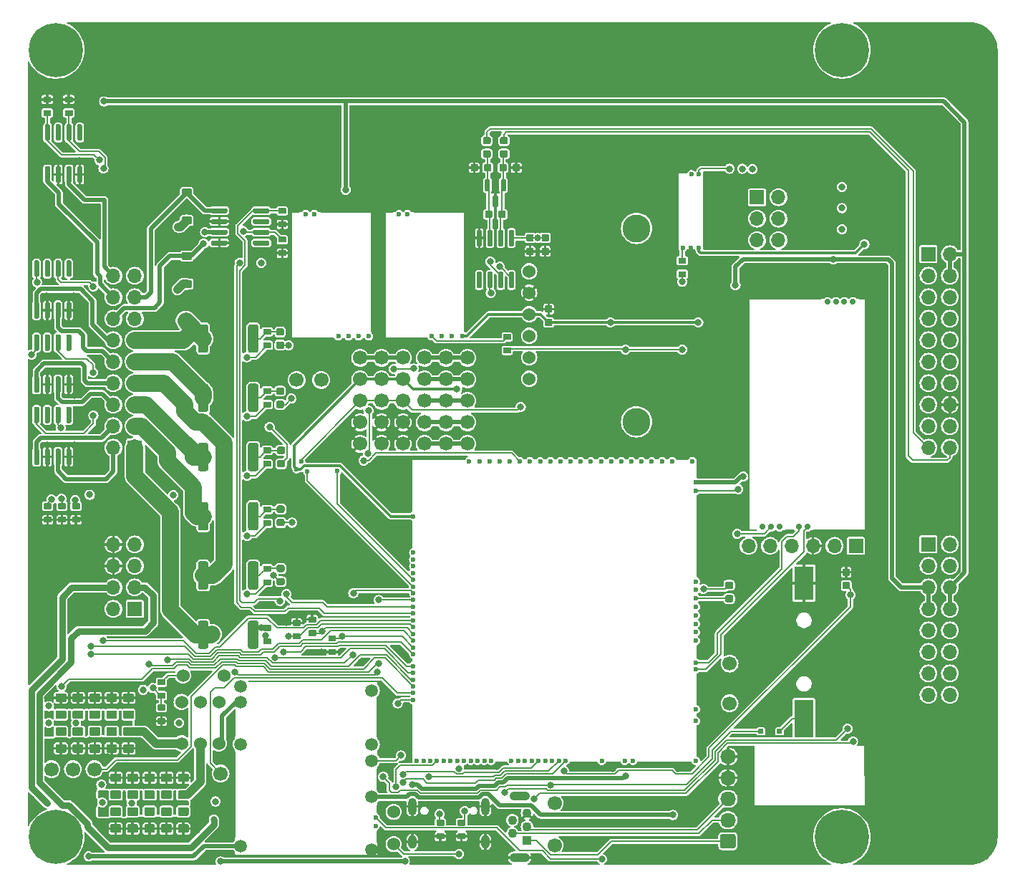
<source format=gbl>
G04 #@! TF.GenerationSoftware,KiCad,Pcbnew,8.0.4*
G04 #@! TF.CreationDate,2024-09-15T17:26:29+02:00*
G04 #@! TF.ProjectId,uaefi_v2.0,75616566-695f-4763-922e-302e6b696361,C*
G04 #@! TF.SameCoordinates,PX2faf080PY9896800*
G04 #@! TF.FileFunction,Copper,L4,Bot*
G04 #@! TF.FilePolarity,Positive*
%FSLAX46Y46*%
G04 Gerber Fmt 4.6, Leading zero omitted, Abs format (unit mm)*
G04 Created by KiCad (PCBNEW 8.0.4) date 2024-09-15 17:26:29*
%MOMM*%
%LPD*%
G01*
G04 APERTURE LIST*
G04 #@! TA.AperFunction,ComponentPad*
%ADD10C,1.700000*%
G04 #@! TD*
G04 #@! TA.AperFunction,ComponentPad*
%ADD11C,0.700000*%
G04 #@! TD*
G04 #@! TA.AperFunction,SMDPad,CuDef*
%ADD12R,1.100000X0.250000*%
G04 #@! TD*
G04 #@! TA.AperFunction,SMDPad,CuDef*
%ADD13R,0.980000X0.250000*%
G04 #@! TD*
G04 #@! TA.AperFunction,SMDPad,CuDef*
%ADD14R,6.300000X0.250000*%
G04 #@! TD*
G04 #@! TA.AperFunction,SMDPad,CuDef*
%ADD15R,0.250000X27.600000*%
G04 #@! TD*
G04 #@! TA.AperFunction,SMDPad,CuDef*
%ADD16R,8.750000X0.250000*%
G04 #@! TD*
G04 #@! TA.AperFunction,SMDPad,CuDef*
%ADD17R,0.950000X0.250000*%
G04 #@! TD*
G04 #@! TA.AperFunction,ComponentPad*
%ADD18R,1.700000X1.700000*%
G04 #@! TD*
G04 #@! TA.AperFunction,ComponentPad*
%ADD19O,1.700000X1.700000*%
G04 #@! TD*
G04 #@! TA.AperFunction,ComponentPad*
%ADD20C,0.800000*%
G04 #@! TD*
G04 #@! TA.AperFunction,ComponentPad*
%ADD21C,6.400000*%
G04 #@! TD*
G04 #@! TA.AperFunction,ComponentPad*
%ADD22C,1.524000*%
G04 #@! TD*
G04 #@! TA.AperFunction,ComponentPad*
%ADD23O,1.850000X1.700000*%
G04 #@! TD*
G04 #@! TA.AperFunction,ComponentPad*
%ADD24C,0.600000*%
G04 #@! TD*
G04 #@! TA.AperFunction,SMDPad,CuDef*
%ADD25R,6.185000X0.250000*%
G04 #@! TD*
G04 #@! TA.AperFunction,SMDPad,CuDef*
%ADD26R,1.115000X0.250000*%
G04 #@! TD*
G04 #@! TA.AperFunction,SMDPad,CuDef*
%ADD27R,0.250000X14.275000*%
G04 #@! TD*
G04 #@! TA.AperFunction,SMDPad,CuDef*
%ADD28R,0.250000X15.100000*%
G04 #@! TD*
G04 #@! TA.AperFunction,SMDPad,CuDef*
%ADD29R,5.175000X0.250000*%
G04 #@! TD*
G04 #@! TA.AperFunction,ComponentPad*
%ADD30R,1.100000X1.100000*%
G04 #@! TD*
G04 #@! TA.AperFunction,ComponentPad*
%ADD31C,1.100000*%
G04 #@! TD*
G04 #@! TA.AperFunction,ComponentPad*
%ADD32O,2.400000X1.100000*%
G04 #@! TD*
G04 #@! TA.AperFunction,SMDPad,CuDef*
%ADD33O,1.225000X0.200000*%
G04 #@! TD*
G04 #@! TA.AperFunction,SMDPad,CuDef*
%ADD34O,0.200000X9.300000*%
G04 #@! TD*
G04 #@! TA.AperFunction,ComponentPad*
%ADD35C,1.500000*%
G04 #@! TD*
G04 #@! TA.AperFunction,SMDPad,CuDef*
%ADD36O,0.200000X3.300000*%
G04 #@! TD*
G04 #@! TA.AperFunction,SMDPad,CuDef*
%ADD37O,0.200000X10.200000*%
G04 #@! TD*
G04 #@! TA.AperFunction,SMDPad,CuDef*
%ADD38O,0.200000X0.300000*%
G04 #@! TD*
G04 #@! TA.AperFunction,SMDPad,CuDef*
%ADD39O,17.000000X0.200000*%
G04 #@! TD*
G04 #@! TA.AperFunction,SMDPad,CuDef*
%ADD40O,15.400000X0.200000*%
G04 #@! TD*
G04 #@! TA.AperFunction,SMDPad,CuDef*
%ADD41O,0.200000X4.800000*%
G04 #@! TD*
G04 #@! TA.AperFunction,SMDPad,CuDef*
%ADD42O,0.200000X2.600000*%
G04 #@! TD*
G04 #@! TA.AperFunction,SMDPad,CuDef*
%ADD43O,0.200000X1.000000*%
G04 #@! TD*
G04 #@! TA.AperFunction,SMDPad,CuDef*
%ADD44O,0.200000X1.500000*%
G04 #@! TD*
G04 #@! TA.AperFunction,ComponentPad*
%ADD45C,0.599999*%
G04 #@! TD*
G04 #@! TA.AperFunction,SMDPad,CuDef*
%ADD46R,0.200000X3.700000*%
G04 #@! TD*
G04 #@! TA.AperFunction,SMDPad,CuDef*
%ADD47R,0.200000X0.400000*%
G04 #@! TD*
G04 #@! TA.AperFunction,SMDPad,CuDef*
%ADD48R,0.200000X1.600000*%
G04 #@! TD*
G04 #@! TA.AperFunction,SMDPad,CuDef*
%ADD49R,0.200000X9.700000*%
G04 #@! TD*
G04 #@! TA.AperFunction,SMDPad,CuDef*
%ADD50R,0.200000X2.300000*%
G04 #@! TD*
G04 #@! TA.AperFunction,SMDPad,CuDef*
%ADD51R,1.400000X0.200000*%
G04 #@! TD*
G04 #@! TA.AperFunction,SMDPad,CuDef*
%ADD52R,6.400000X0.200000*%
G04 #@! TD*
G04 #@! TA.AperFunction,SMDPad,CuDef*
%ADD53R,1.700000X0.200000*%
G04 #@! TD*
G04 #@! TA.AperFunction,SMDPad,CuDef*
%ADD54R,3.300000X0.200000*%
G04 #@! TD*
G04 #@! TA.AperFunction,SMDPad,CuDef*
%ADD55R,0.200000X7.000000*%
G04 #@! TD*
G04 #@! TA.AperFunction,SMDPad,CuDef*
%ADD56R,0.200000X3.300000*%
G04 #@! TD*
G04 #@! TA.AperFunction,SMDPad,CuDef*
%ADD57R,0.200000X6.300000*%
G04 #@! TD*
G04 #@! TA.AperFunction,ComponentPad*
%ADD58O,1.000000X2.100000*%
G04 #@! TD*
G04 #@! TA.AperFunction,ComponentPad*
%ADD59O,1.000000X1.600000*%
G04 #@! TD*
G04 #@! TA.AperFunction,ComponentPad*
%ADD60C,3.302000*%
G04 #@! TD*
G04 #@! TA.AperFunction,SMDPad,CuDef*
%ADD61R,2.299995X4.399991*%
G04 #@! TD*
G04 #@! TA.AperFunction,SMDPad,CuDef*
%ADD62R,2.299995X3.999992*%
G04 #@! TD*
G04 #@! TA.AperFunction,ViaPad*
%ADD63C,0.800000*%
G04 #@! TD*
G04 #@! TA.AperFunction,Conductor*
%ADD64C,0.200000*%
G04 #@! TD*
G04 #@! TA.AperFunction,Conductor*
%ADD65C,0.800000*%
G04 #@! TD*
G04 #@! TA.AperFunction,Conductor*
%ADD66C,0.300000*%
G04 #@! TD*
G04 #@! TA.AperFunction,Conductor*
%ADD67C,1.000000*%
G04 #@! TD*
G04 #@! TA.AperFunction,Conductor*
%ADD68C,0.500000*%
G04 #@! TD*
G04 #@! TA.AperFunction,Conductor*
%ADD69C,2.000000*%
G04 #@! TD*
G04 #@! TA.AperFunction,Conductor*
%ADD70C,0.150000*%
G04 #@! TD*
G04 APERTURE END LIST*
D10*
G04 #@! TO.P,P8,1,Pin_1*
G04 #@! TO.N,Net-(M6-UART2_TX_(PD5))*
X83200000Y19300000D03*
G04 #@! TD*
D11*
G04 #@! TO.P,M5,E1,LSU_Un*
G04 #@! TO.N,/WBO_Un*
X97775000Y66750000D03*
G04 #@! TO.P,M5,E2,LSU_Vm*
G04 #@! TO.N,/WBO_Vm*
X94775000Y66750000D03*
G04 #@! TO.P,M5,E3,LSU_Ip*
G04 #@! TO.N,/WBO_Ip*
X95775000Y66750000D03*
G04 #@! TO.P,M5,E4,LSU_Rtrim*
G04 #@! TO.N,/WBO_Rtrim*
X96775000Y66750000D03*
D12*
G04 #@! TO.P,M5,G,GND*
G04 #@! TO.N,GND*
X85925000Y39775000D03*
D13*
X90265000Y39775000D03*
D14*
X96225000Y39775000D03*
D15*
X85500000Y53450000D03*
X99250000Y53450000D03*
D16*
X89750000Y67125000D03*
D17*
X98900000Y67125000D03*
D11*
G04 #@! TO.P,M5,W1,V5_IN*
G04 #@! TO.N,+5VA*
X88125000Y40158800D03*
G04 #@! TO.P,M5,W2,CAN_VIO*
G04 #@! TO.N,unconnected-(M5-CAN_VIO-PadW2)*
X89125000Y40158800D03*
G04 #@! TO.P,M5,W3,CANL*
G04 #@! TO.N,/CAN-*
X92421000Y40158800D03*
G04 #@! TO.P,M5,W4,CANH*
G04 #@! TO.N,/CAN+*
X91405000Y40158800D03*
G04 #@! TO.P,M5,W9,VDDA*
G04 #@! TO.N,unconnected-(M5-VDDA-PadW9)*
X87125000Y40158800D03*
G04 #@! TD*
D10*
G04 #@! TO.P,P1,1,Pin_1*
G04 #@! TO.N,Net-(M7-CANL)*
X32000000Y57500000D03*
G04 #@! TD*
G04 #@! TO.P,P2,1,Pin_1*
G04 #@! TO.N,Net-(M7-CANH)*
X34900000Y57500000D03*
G04 #@! TD*
D18*
G04 #@! TO.P,J2,1,Pin_1*
G04 #@! TO.N,GNDA*
X106718000Y72370000D03*
D19*
G04 #@! TO.P,J2,2,Pin_2*
G04 #@! TO.N,+5VP*
X109258000Y72370000D03*
G04 #@! TO.P,J2,3,Pin_3*
G04 #@! TO.N,GNDA*
X106718000Y69830000D03*
G04 #@! TO.P,J2,4,Pin_4*
G04 #@! TO.N,+5VP*
X109258000Y69830000D03*
G04 #@! TO.P,J2,5,Pin_5*
G04 #@! TO.N,GNDA*
X106718000Y67290000D03*
G04 #@! TO.P,J2,6,Pin_6*
G04 #@! TO.N,/IN_AUX2*
X109258000Y67290000D03*
G04 #@! TO.P,J2,7,Pin_7*
G04 #@! TO.N,/IN_TPS2*
X106718000Y64750000D03*
G04 #@! TO.P,J2,8,Pin_8*
G04 #@! TO.N,/IN_PPS2*
X109258000Y64750000D03*
G04 #@! TO.P,J2,9,Pin_9*
G04 #@! TO.N,/IN_AUX3*
X106718000Y62210000D03*
G04 #@! TO.P,J2,10,Pin_10*
G04 #@! TO.N,/IN_HALL1*
X109258000Y62210000D03*
G04 #@! TO.P,J2,11,Pin_11*
G04 #@! TO.N,/VR_MAX9924+*
X106718000Y59670000D03*
G04 #@! TO.P,J2,12,Pin_12*
G04 #@! TO.N,/IN_HALL2*
X109258000Y59670000D03*
G04 #@! TO.P,J2,13,Pin_13*
G04 #@! TO.N,/VR_MAX9924-*
X106718000Y57130000D03*
G04 #@! TO.P,J2,14,Pin_14*
G04 #@! TO.N,/IN_HALL3*
X109258000Y57130000D03*
G04 #@! TO.P,J2,15,Pin_15*
G04 #@! TO.N,/VR_DISCRETE+*
X106718000Y54590000D03*
G04 #@! TO.P,J2,16,Pin_16*
G04 #@! TO.N,GND*
X109258000Y54590000D03*
G04 #@! TO.P,J2,17,Pin_17*
G04 #@! TO.N,/VR_DISCRETE-*
X106718000Y52050000D03*
G04 #@! TO.P,J2,18,Pin_18*
G04 #@! TO.N,/IN_BUTTON3*
X109258000Y52050000D03*
G04 #@! TO.P,J2,19,Pin_19*
G04 #@! TO.N,/EGT-*
X106718000Y49510000D03*
G04 #@! TO.P,J2,20,Pin_20*
G04 #@! TO.N,/EGT+*
X109258000Y49510000D03*
G04 #@! TD*
D10*
G04 #@! TO.P,P15,1,Pin_1*
G04 #@! TO.N,/DC1_DIR*
X5540000Y11500000D03*
G04 #@! TD*
D20*
G04 #@! TO.P,H1,1*
G04 #@! TO.N,N/C*
X1100000Y96500000D03*
X1802944Y98197056D03*
X1802944Y94802944D03*
X3500000Y98900000D03*
D21*
X3500000Y96500000D03*
D20*
X3500000Y94100000D03*
X5197056Y98197056D03*
X5197056Y94802944D03*
X5900000Y96500000D03*
G04 #@! TD*
G04 #@! TO.P,H4,1*
G04 #@! TO.N,N/C*
X94100000Y96500000D03*
X94802944Y98197056D03*
X94802944Y94802944D03*
X96500000Y98900000D03*
D21*
X96500000Y96500000D03*
D20*
X96500000Y94100000D03*
X98197056Y98197056D03*
X98197056Y94802944D03*
X98900000Y96500000D03*
G04 #@! TD*
D22*
G04 #@! TO.P,F4,1,1*
G04 #@! TO.N,+12V*
X18400000Y19450000D03*
G04 #@! TO.P,F4,2,2*
G04 #@! TO.N,/PWR*
X18400000Y14550000D03*
G04 #@! TD*
G04 #@! TO.P,J7,1,Pin_1*
G04 #@! TO.N,/VBUS*
G04 #@! TA.AperFunction,ComponentPad*
G36*
G01*
X83675000Y2150000D02*
X82325000Y2150000D01*
G75*
G02*
X82075000Y2400000I0J250000D01*
G01*
X82075000Y3600000D01*
G75*
G02*
X82325000Y3850000I250000J0D01*
G01*
X83675000Y3850000D01*
G75*
G02*
X83925000Y3600000I0J-250000D01*
G01*
X83925000Y2400000D01*
G75*
G02*
X83675000Y2150000I-250000J0D01*
G01*
G37*
G04 #@! TD.AperFunction*
D23*
G04 #@! TO.P,J7,2,Pin_2*
G04 #@! TO.N,/USB-*
X83000000Y5500000D03*
G04 #@! TO.P,J7,3,Pin_3*
G04 #@! TO.N,/USB+*
X83000000Y8000000D03*
G04 #@! TO.P,J7,4,Pin_4*
G04 #@! TO.N,GND*
X83000000Y10500000D03*
G04 #@! TO.P,J7,5,Pin_5*
X83000000Y13000000D03*
G04 #@! TD*
D10*
G04 #@! TO.P,P4,1,Pin_1*
G04 #@! TO.N,Net-(M6-LED_GREEN)*
X62500000Y7500000D03*
G04 #@! TD*
D20*
G04 #@! TO.P,H2,1*
G04 #@! TO.N,N/C*
X1100000Y3500000D03*
X1802944Y5197056D03*
X1802944Y1802944D03*
X3500000Y5900000D03*
D21*
X3500000Y3500000D03*
D20*
X3500000Y1100000D03*
X5197056Y5197056D03*
X5197056Y1802944D03*
X5900000Y3500000D03*
G04 #@! TD*
D24*
G04 #@! TO.P,M3,E1,Thresh_IN*
G04 #@! TO.N,/VR_DISCRETE_THR*
X49175000Y62675000D03*
G04 #@! TO.P,M3,E2,OUT_A*
G04 #@! TO.N,/VR_DISCRETE_A*
X47975000Y62675000D03*
G04 #@! TO.P,M3,E3,OUT*
G04 #@! TO.N,/VR_DISCRETE*
X50375000Y62675000D03*
G04 #@! TO.P,M3,E4,V5_IN*
G04 #@! TO.N,+5VA*
X51575000Y62675000D03*
D25*
G04 #@! TO.P,M3,G,GND*
G04 #@! TO.N,GND*
X48907500Y77325000D03*
D26*
X42857500Y77325000D03*
D27*
X51875000Y70312500D03*
D28*
X42425000Y69900000D03*
D29*
X44887500Y62475000D03*
D24*
G04 #@! TO.P,M3,W1,VR-*
G04 #@! TO.N,/VR_DISCRETE-*
X45115000Y77100000D03*
G04 #@! TO.P,M3,W2,VR+*
G04 #@! TO.N,/VR_DISCRETE+*
X44115000Y77100000D03*
G04 #@! TD*
D10*
G04 #@! TO.P,P17,1,Pin_1*
G04 #@! TO.N,/DC1_PWM*
X3000000Y11500000D03*
G04 #@! TD*
D30*
G04 #@! TO.P,J8,1,VBUS*
G04 #@! TO.N,/VBUS*
X59250000Y3100000D03*
D31*
G04 #@! TO.P,J8,2,D-*
G04 #@! TO.N,/USB-*
X57500000Y3900000D03*
G04 #@! TO.P,J8,3,D+*
G04 #@! TO.N,/USB+*
X59250000Y4700000D03*
G04 #@! TO.P,J8,4,ID*
G04 #@! TO.N,unconnected-(J8-ID-Pad4)*
X57500000Y5500000D03*
G04 #@! TO.P,J8,5,GND*
G04 #@! TO.N,GND*
X59250000Y6300000D03*
D32*
G04 #@! TO.P,J8,6,Shield*
X58375000Y1050000D03*
X58375000Y8350000D03*
G04 #@! TD*
D22*
G04 #@! TO.P,F3,1,1*
G04 #@! TO.N,+12V*
X20600000Y19450000D03*
G04 #@! TO.P,F3,2,2*
G04 #@! TO.N,/PWR_1*
X20600000Y14550000D03*
G04 #@! TD*
D24*
G04 #@! TO.P,M2,E1,V5A*
G04 #@! TO.N,+5VA*
X79574999Y73125000D03*
D33*
G04 #@! TO.P,M2,E2,GND*
G04 #@! TO.N,GND*
X77599999Y82025000D03*
D34*
X80174999Y77475000D03*
X77074999Y77475000D03*
D24*
X78624999Y73125000D03*
G04 #@! TO.P,M2,E3,OUT_KNOCK*
G04 #@! TO.N,/IN_KNOCK*
X77675001Y73125000D03*
G04 #@! TO.P,M2,W1,IN_KNOCK*
G04 #@! TO.N,/IN_KNOCK_RAW*
X78674999Y81825000D03*
G04 #@! TO.P,M2,W2,VREF*
G04 #@! TO.N,/VREF1*
X79574999Y81825000D03*
G04 #@! TD*
D10*
G04 #@! TO.P,P18,1,Pin_1*
G04 #@! TO.N,/DC2_PWM*
X23000000Y11000000D03*
G04 #@! TD*
D35*
G04 #@! TO.P,M1,E1,VBAT*
G04 #@! TO.N,/VBAT*
X40874995Y20824999D03*
G04 #@! TO.P,M1,E2,V12*
G04 #@! TO.N,unconnected-(M1-V12-PadE2)*
X40874995Y14425002D03*
G04 #@! TO.P,M1,E3,VIGN*
G04 #@! TO.N,/VIGN*
X40874995Y12524999D03*
G04 #@! TO.P,M1,E4,V5*
G04 #@! TO.N,+5V*
X40874995Y8224999D03*
D24*
G04 #@! TO.P,M1,E5,EN_5VP*
G04 #@! TO.N,/PWR_EN*
X41324994Y5825002D03*
G04 #@! TO.P,M1,E6,PG_5VP*
G04 #@! TO.N,Net-(M1-PG_5VP)*
X41324994Y4825001D03*
D36*
G04 #@! TO.P,M1,S1,GND*
G04 #@! TO.N,GND*
X24724999Y16974999D03*
D37*
X24724999Y8475001D03*
D38*
X24724999Y1374999D03*
D39*
X33124997Y1324999D03*
D40*
X33924998Y21924999D03*
D35*
X40874995Y1974999D03*
D38*
X41524996Y21874999D03*
D41*
X41524996Y17675001D03*
D42*
X41524996Y10324999D03*
D43*
X41524996Y6825002D03*
D44*
X41524996Y3525001D03*
D35*
G04 #@! TO.P,M1,V1,V12_PERM*
G04 #@! TO.N,+12V_RAW*
X25374998Y21275001D03*
G04 #@! TO.P,M1,V2,IN_VIGN*
G04 #@! TO.N,/IN_VIGN*
X25374998Y19425002D03*
G04 #@! TO.P,M1,V3,V12_RAW*
G04 #@! TO.N,+12V_RAW*
X25374998Y14474999D03*
G04 #@! TO.P,M1,V4,5VP*
G04 #@! TO.N,+5VP*
X25374998Y2425001D03*
G04 #@! TD*
D18*
G04 #@! TO.P,J3,1,Pin_1*
G04 #@! TO.N,/WBO_Un*
X86448800Y79101000D03*
D19*
G04 #@! TO.P,J3,2,Pin_2*
G04 #@! TO.N,+12V_RAW*
X88988800Y79101000D03*
G04 #@! TO.P,J3,3,Pin_3*
G04 #@! TO.N,/WBO_Ip*
X86448800Y76561000D03*
G04 #@! TO.P,J3,4,Pin_4*
G04 #@! TO.N,/WBO_Rtrim*
X88988800Y76561000D03*
G04 #@! TO.P,J3,5,Pin_5*
G04 #@! TO.N,/WBO_Vm*
X86448800Y74021000D03*
G04 #@! TO.P,J3,6,Pin_6*
G04 #@! TO.N,/WBO_Heater*
X88988800Y74021000D03*
G04 #@! TD*
D45*
G04 #@! TO.P,M7,V1,V5*
G04 #@! TO.N,+5VA*
X31999999Y46975001D03*
G04 #@! TO.P,M7,V2,CAN_VIO*
G04 #@! TO.N,+3.3VA*
X32524999Y47850003D03*
G04 #@! TO.P,M7,V5,CAN_TX*
G04 #@! TO.N,Net-(M6-SPI2_SCK_{slash}_CAN2_TX_(PB13))*
X33274997Y46674999D03*
G04 #@! TO.P,M7,V6,CAN_RX*
G04 #@! TO.N,Net-(M6-SPI2_CS_{slash}_CAN2_RX_(PB12))*
X36824998Y46750002D03*
G04 #@! TD*
D22*
G04 #@! TO.P,F1,1,1*
G04 #@! TO.N,/12V_KEY*
X22800000Y19450000D03*
G04 #@! TO.P,F1,2,2*
G04 #@! TO.N,/IN_VIGN*
X22800000Y14550000D03*
G04 #@! TD*
D10*
G04 #@! TO.P,G3,1*
G04 #@! TO.N,GND*
X39500000Y49960000D03*
G04 #@! TO.P,G3,2*
X39500000Y52500000D03*
G04 #@! TO.P,G3,3*
G04 #@! TO.N,+3.3VA*
X39500000Y55040000D03*
G04 #@! TO.P,G3,4*
G04 #@! TO.N,+5VA*
X39500000Y57580000D03*
G04 #@! TO.P,G3,5*
G04 #@! TO.N,+12V_RAW*
X39500000Y60120000D03*
G04 #@! TO.P,G3,6*
G04 #@! TO.N,GND*
X42040000Y49960000D03*
G04 #@! TO.P,G3,7*
X42040000Y52500000D03*
G04 #@! TO.P,G3,8*
G04 #@! TO.N,+3.3VA*
X42040000Y55040000D03*
G04 #@! TO.P,G3,9*
G04 #@! TO.N,+5VA*
X42040000Y57580000D03*
G04 #@! TO.P,G3,10*
G04 #@! TO.N,+12V_RAW*
X42040000Y60120000D03*
G04 #@! TO.P,G3,11*
G04 #@! TO.N,GND*
X44580000Y49960000D03*
G04 #@! TO.P,G3,12*
X44580000Y52500000D03*
G04 #@! TO.P,G3,13*
G04 #@! TO.N,+3.3VA*
X44580000Y55040000D03*
G04 #@! TO.P,G3,14*
G04 #@! TO.N,+5VA*
X44580000Y57580000D03*
G04 #@! TO.P,G3,15*
G04 #@! TO.N,+12V_RAW*
X44580000Y60120000D03*
G04 #@! TD*
G04 #@! TO.P,P3,1,Pin_1*
G04 #@! TO.N,Net-(M6-LED_YELLOW)*
X62500000Y2500000D03*
G04 #@! TD*
D22*
G04 #@! TO.P,R4,1,1*
G04 #@! TO.N,Net-(M1-PG_5VP)*
X43474609Y6474609D03*
G04 #@! TO.P,R4,2,2*
G04 #@! TO.N,/PG_5VP*
X43474609Y2664609D03*
G04 #@! TD*
D18*
G04 #@! TO.P,J4,1,Pin_1*
G04 #@! TO.N,/OUT_DC1+*
X12865000Y30460000D03*
D19*
G04 #@! TO.P,J4,2,Pin_2*
G04 #@! TO.N,/OUT_DC1-*
X10325000Y30460000D03*
G04 #@! TO.P,J4,3,Pin_3*
G04 #@! TO.N,/OUT_DC2+*
X12865000Y33000000D03*
G04 #@! TO.P,J4,4,Pin_4*
G04 #@! TO.N,/OUT_DC2-*
X10325000Y33000000D03*
G04 #@! TO.P,J4,5,Pin_5*
G04 #@! TO.N,/12V_KEY*
X12865000Y35540000D03*
G04 #@! TO.P,J4,6,Pin_6*
G04 #@! TO.N,GND*
X10325000Y35540000D03*
G04 #@! TO.P,J4,7,Pin_7*
G04 #@! TO.N,+12V*
X12865000Y38080000D03*
G04 #@! TO.P,J4,8,Pin_8*
G04 #@! TO.N,GND*
X10325000Y38080000D03*
G04 #@! TD*
D10*
G04 #@! TO.P,P7,1,Pin_1*
G04 #@! TO.N,Net-(M6-UART2_RX_(PD6))*
X83200000Y24000000D03*
G04 #@! TD*
D24*
G04 #@! TO.P,M6,E1,V5A_SWITCHABLE*
G04 #@! TO.N,+5VA*
X45800010Y41400000D03*
G04 #@! TO.P,M6,E2,GNDA*
G04 #@! TO.N,unconnected-(M6-GNDA-PadE2)*
X45800000Y37100000D03*
G04 #@! TO.P,M6,E3,I2C_SCL_(PB10)*
G04 #@! TO.N,unconnected-(M6-I2C_SCL_(PB10)-PadE3)*
X45800000Y36300010D03*
G04 #@! TO.P,M6,E4,I2C_SDA_(PB11)*
G04 #@! TO.N,unconnected-(M6-I2C_SDA_(PB11)-PadE4)*
X45800000Y35500000D03*
G04 #@! TO.P,M6,E5,IN_VIGN_(PA5)*
G04 #@! TO.N,/VIGN*
X45800000Y34700000D03*
G04 #@! TO.P,M6,E6,SPI2_CS_/_CAN2_RX_(PB12)*
G04 #@! TO.N,Net-(M6-SPI2_CS_{slash}_CAN2_RX_(PB12))*
X45800000Y33900000D03*
G04 #@! TO.P,M6,E7,SPI2_SCK_/_CAN2_TX_(PB13)*
G04 #@! TO.N,Net-(M6-SPI2_SCK_{slash}_CAN2_TX_(PB13))*
X45800000Y33100000D03*
G04 #@! TO.P,M6,E8,SPI2_MISO_(PB14)*
G04 #@! TO.N,/DC1_DIS*
X45800000Y32300000D03*
G04 #@! TO.P,M6,E9,SPI2_MOSI_(PB15)*
G04 #@! TO.N,/DC2_DIR*
X45800000Y31500000D03*
G04 #@! TO.P,M6,E10,OUT_INJ8_(PD12)*
G04 #@! TO.N,/LS2*
X45800000Y30700000D03*
G04 #@! TO.P,M6,E11,OUT_INJ7_(PD15)*
G04 #@! TO.N,/LS1*
X45800000Y29900000D03*
G04 #@! TO.P,M6,E12,OUT_INJ6_(PA8)*
G04 #@! TO.N,/INJ6*
X45800000Y29100000D03*
G04 #@! TO.P,M6,E13,OUT_INJ5_(PD2)*
G04 #@! TO.N,/INJ5*
X45800000Y28300000D03*
G04 #@! TO.P,M6,E14,OUT_INJ4_(PD10)*
G04 #@! TO.N,/INJ4*
X45800000Y27500000D03*
G04 #@! TO.P,M6,E15,OUT_INJ3_(PD11)*
G04 #@! TO.N,/INJ3*
X45800000Y26700000D03*
G04 #@! TO.P,M6,E16,OUT_INJ2_(PA9)*
G04 #@! TO.N,/INJ2*
X45800010Y25900010D03*
G04 #@! TO.P,M6,E17,OUT_INJ1_(PD3)*
G04 #@! TO.N,/INJ1*
X45800000Y25100000D03*
G04 #@! TO.P,M6,E18,OUT_PWM1_(PD13)*
G04 #@! TO.N,/LS3*
X45800000Y23700000D03*
G04 #@! TO.P,M6,E19,OUT_PWM2_(PC6)*
G04 #@! TO.N,/LS4*
X45800000Y22900010D03*
G04 #@! TO.P,M6,E20,OUT_PWM3_(PC7)*
G04 #@! TO.N,/DC1_PWM*
X45800000Y22100010D03*
G04 #@! TO.P,M6,E21,OUT_PWM4_(PC8)*
G04 #@! TO.N,/DC1_DIR*
X45800000Y21300010D03*
G04 #@! TO.P,M6,E22,OUT_PWM5_(PC9)*
G04 #@! TO.N,/DC2_PWM*
X45800000Y20500010D03*
G04 #@! TO.P,M6,E23,OUT_PWM6_(PD14)*
G04 #@! TO.N,/VR_DISCRETE_THR*
X45800000Y19700000D03*
D46*
G04 #@! TO.P,M6,G,GND*
G04 #@! TO.N,GND*
X79400010Y14850010D03*
D47*
X79400010Y17900000D03*
D46*
X79400010Y20950010D03*
D48*
X79400010Y25400000D03*
D49*
X79400010Y39050000D03*
D50*
X79400010Y47050000D03*
D51*
X77600000Y48100010D03*
D52*
X75500010Y12300010D03*
D53*
X69450010Y12300010D03*
D54*
X65950010Y12300010D03*
D51*
X56200010Y12300010D03*
D52*
X48700010Y48100010D03*
D55*
X45600000Y15699990D03*
D47*
X45600000Y24400010D03*
D56*
X45600000Y39250010D03*
D57*
X45600000Y45050010D03*
D24*
G04 #@! TO.P,M6,N1,VBUS*
G04 #@! TO.N,/VBUS*
X46200000Y12500000D03*
G04 #@! TO.P,M6,N2,USBM_(PA11)*
G04 #@! TO.N,/USB-*
X47000000Y12500000D03*
G04 #@! TO.P,M6,N3,USBP_(PA12)*
G04 #@! TO.N,/USB+*
X47800000Y12500000D03*
G04 #@! TO.P,M6,N4,USBID_(PA10)*
G04 #@! TO.N,/DC2_DIS*
X48600010Y12500000D03*
G04 #@! TO.P,M6,N5,SWDIO_(PA13)*
G04 #@! TO.N,unconnected-(M6-SWDIO_(PA13)-PadN5)*
X49400000Y12500000D03*
G04 #@! TO.P,M6,N6,SWCLK_(PA14)*
G04 #@! TO.N,unconnected-(M6-SWCLK_(PA14)-PadN6)*
X50200000Y12500000D03*
G04 #@! TO.P,M6,N7,nReset*
G04 #@! TO.N,unconnected-(M6-nReset-PadN7)*
X51000000Y12500000D03*
G04 #@! TO.P,M6,N8,SWO_(PB3)*
G04 #@! TO.N,unconnected-(M6-SWO_(PB3)-PadN8)*
X51800010Y12500000D03*
G04 #@! TO.P,M6,N9,SPI3_CS_(PA15)*
G04 #@! TO.N,/SPI_CS*
X52600000Y12500010D03*
G04 #@! TO.P,M6,N10,SPI3_SCK_(PC10)*
G04 #@! TO.N,/SPI_SCK*
X53400000Y12500010D03*
G04 #@! TO.P,M6,N11,SPI3_MISO_(PC11)*
G04 #@! TO.N,/SPI_SO*
X54200000Y12500010D03*
G04 #@! TO.P,M6,N12,SPI3_MOSI_(PC12)*
G04 #@! TO.N,/PG_5VP*
X55000000Y12500010D03*
G04 #@! TO.P,M6,N13,UART2_TX_(PD5)*
G04 #@! TO.N,Net-(M6-UART2_TX_(PD5))*
X57400010Y12500010D03*
G04 #@! TO.P,M6,N14,UART2_RX_(PD6)*
G04 #@! TO.N,Net-(M6-UART2_RX_(PD6))*
X58200010Y12500010D03*
G04 #@! TO.P,M6,N14a,LED_GREEN*
G04 #@! TO.N,Net-(M6-LED_GREEN)*
X59000000Y12500000D03*
G04 #@! TO.P,M6,N14b,LED_YELLOW*
G04 #@! TO.N,Net-(M6-LED_YELLOW)*
X59800010Y12500000D03*
G04 #@! TO.P,M6,N15,V33_SWITCHABLE*
G04 #@! TO.N,+3.3VA*
X60600010Y12500000D03*
G04 #@! TO.P,M6,N16,BOOT0*
G04 #@! TO.N,unconnected-(M6-BOOT0-PadN16)*
X61400010Y12500000D03*
G04 #@! TO.P,M6,N17,VBAT*
G04 #@! TO.N,/VBAT*
X62200010Y12500000D03*
G04 #@! TO.P,M6,N18,UART8_RX_(PE0)*
G04 #@! TO.N,/VR_DISCRETE*
X63000010Y12500010D03*
G04 #@! TO.P,M6,N19,UART8_TX_(PE1)*
G04 #@! TO.N,/VR_MAX9924*
X63800010Y12500010D03*
G04 #@! TO.P,M6,N20,OUT_PWR_EN_(PE10)*
G04 #@! TO.N,/PWR_EN*
X68100010Y12500010D03*
G04 #@! TO.P,M6,N21,V33*
G04 #@! TO.N,+3.3V*
X70800010Y12500010D03*
G04 #@! TO.P,M6,N22,VCC*
G04 #@! TO.N,+5V*
X71800000Y12500010D03*
G04 #@! TO.P,M6,N23,V33*
G04 #@! TO.N,unconnected-(M6-V33-PadN23)*
X79200010Y12500010D03*
G04 #@! TO.P,M6,S1,IN_D4_(PE15)*
G04 #@! TO.N,/IN_BUTTON3*
X52399990Y47900010D03*
G04 #@! TO.P,M6,S2,IN_D3_(PE14)*
G04 #@! TO.N,/IN_HALL3*
X53600000Y47900010D03*
G04 #@! TO.P,M6,S3,IN_D2_(PE13)*
G04 #@! TO.N,/IN_HALL2*
X54800000Y47900010D03*
G04 #@! TO.P,M6,S4,IN_D1_(PE12)*
G04 #@! TO.N,/IN_HALL1*
X56000000Y47900010D03*
G04 #@! TO.P,M6,S5,VREF2*
G04 #@! TO.N,unconnected-(M6-VREF2-PadS5)*
X57200000Y47900010D03*
G04 #@! TO.P,M6,S6,IN_AUX4_(PC5)*
G04 #@! TO.N,/IN_VMAIN*
X58400000Y47900010D03*
G04 #@! TO.P,M6,S7,IN_AUX3_(PA7)*
G04 #@! TO.N,/IN_AUX3*
X59600000Y47900010D03*
G04 #@! TO.P,M6,S8,IN_AUX2_(PC4/PE9)*
G04 #@! TO.N,/IN_PPS2*
X60800000Y47900010D03*
G04 #@! TO.P,M6,S9,IN_AUX1_(PB0)*
G04 #@! TO.N,/IN_TPS2*
X62000000Y47900010D03*
G04 #@! TO.P,M6,S10,IN_O2S2_(PA1)*
G04 #@! TO.N,/IN_AUX2*
X63200000Y47900010D03*
G04 #@! TO.P,M6,S11,IN_O2S_/_CAN_WAKEUP_(PA0)*
G04 #@! TO.N,/IN_AUX1*
X64400000Y47900010D03*
G04 #@! TO.P,M6,S12,IN_MAP2_(PC1)*
G04 #@! TO.N,/INTERNAL_MAP*
X65600000Y47900010D03*
G04 #@! TO.P,M6,S13,IN_MAP1_(PC0)*
G04 #@! TO.N,/IN_MAP*
X66800000Y47900010D03*
G04 #@! TO.P,M6,S14,IN_CRANK_(PB1)*
G04 #@! TO.N,/IN_BUTTON1*
X68000000Y47900010D03*
G04 #@! TO.P,M6,S15,IN_KNOCK_(PA2)*
G04 #@! TO.N,/ADC3*
X69200000Y47900010D03*
G04 #@! TO.P,M6,S16,IN_CAM_(PA6)*
G04 #@! TO.N,/IN_BUTTON2*
X70400000Y47900010D03*
G04 #@! TO.P,M6,S17,IN_VSS_(PE11)*
G04 #@! TO.N,/IN_FLEX*
X71600000Y47900010D03*
G04 #@! TO.P,M6,S18,IN_TPS_(PA4)*
G04 #@! TO.N,/IN_TPS1*
X72800010Y47900010D03*
G04 #@! TO.P,M6,S19,IN_PPS_(PA3)*
G04 #@! TO.N,/IN_PPS1*
X74000010Y47900010D03*
G04 #@! TO.P,M6,S20,IN_IAT_(PC3)*
G04 #@! TO.N,/IN_IAT*
X75200010Y47900010D03*
G04 #@! TO.P,M6,S21,IN_CLT_(PC2)*
G04 #@! TO.N,/IN_CLT*
X76400010Y47900010D03*
G04 #@! TO.P,M6,S22,VREF1*
G04 #@! TO.N,/VREF1*
X78800010Y47900010D03*
G04 #@! TO.P,M6,W1,GNDA*
G04 #@! TO.N,GNDA*
X79200010Y45400000D03*
G04 #@! TO.P,M6,W2,V5A_SWITCHABLE*
G04 #@! TO.N,+5VA*
X79200010Y44400000D03*
G04 #@! TO.P,M6,W3,IGN8_(PE6)*
G04 #@! TO.N,/LS_HOT2*
X79200010Y33700010D03*
G04 #@! TO.P,M6,W4,IGN7_(PB9)*
G04 #@! TO.N,/LS_HOT1*
X79200010Y32700000D03*
G04 #@! TO.P,M6,W5,IGN6_(PB8)*
G04 #@! TO.N,/IGN6*
X79200010Y31700010D03*
G04 #@! TO.P,M6,W6,IGN5_(PE2)*
G04 #@! TO.N,/IGN5*
X79200010Y30700010D03*
G04 #@! TO.P,M6,W7,IGN4_(PE3)*
G04 #@! TO.N,/IGN4*
X79200010Y29700010D03*
G04 #@! TO.P,M6,W8,IGN3_(PE4)*
G04 #@! TO.N,/IGN3*
X79200010Y28700010D03*
G04 #@! TO.P,M6,W9,IGN2_(PE5)*
G04 #@! TO.N,/IGN2*
X79200010Y27700010D03*
G04 #@! TO.P,M6,W10,IGN1_(PC13)*
G04 #@! TO.N,/IGN1*
X79200010Y26700010D03*
G04 #@! TO.P,M6,W11,CANH*
G04 #@! TO.N,/CAN+*
X79200010Y24100010D03*
G04 #@! TO.P,M6,W12,CANL*
G04 #@! TO.N,/CAN-*
X79200010Y23300010D03*
G04 #@! TO.P,M6,W13,V33_REF*
G04 #@! TO.N,unconnected-(M6-V33_REF-PadW13)*
X79200010Y18600000D03*
G04 #@! TO.P,M6,W14,V5A_SWITCHABLE*
G04 #@! TO.N,unconnected-(M6-V5A_SWITCHABLE-PadW14)*
X79200010Y17200010D03*
G04 #@! TD*
D18*
G04 #@! TO.P,J5,1,Pin_1*
G04 #@! TO.N,/OUT_IGN6*
X12865000Y49510000D03*
D19*
G04 #@! TO.P,J5,2,Pin_2*
G04 #@! TO.N,/OUT_INJ6*
X10325000Y49510000D03*
G04 #@! TO.P,J5,3,Pin_3*
G04 #@! TO.N,/OUT_IGN4*
X12865000Y52050000D03*
G04 #@! TO.P,J5,4,Pin_4*
G04 #@! TO.N,/OUT_INJ5*
X10325000Y52050000D03*
G04 #@! TO.P,J5,5,Pin_5*
G04 #@! TO.N,/OUT_IGN3*
X12865000Y54590000D03*
G04 #@! TO.P,J5,6,Pin_6*
G04 #@! TO.N,/OUT_INJ4*
X10325000Y54590000D03*
G04 #@! TO.P,J5,7,Pin_7*
G04 #@! TO.N,/OUT_IGN5*
X12865000Y57130000D03*
G04 #@! TO.P,J5,8,Pin_8*
G04 #@! TO.N,/OUT_INJ3*
X10325000Y57130000D03*
G04 #@! TO.P,J5,9,Pin_9*
G04 #@! TO.N,/OUT_IGN2*
X12865000Y59670000D03*
G04 #@! TO.P,J5,10,Pin_10*
G04 #@! TO.N,/OUT_INJ2*
X10325000Y59670000D03*
G04 #@! TO.P,J5,11,Pin_11*
G04 #@! TO.N,/OUT_IGN1*
X12865000Y62210000D03*
G04 #@! TO.P,J5,12,Pin_12*
G04 #@! TO.N,/OUT_INJ1*
X10325000Y62210000D03*
G04 #@! TO.P,J5,13,Pin_13*
G04 #@! TO.N,/OUT_LS4*
X12865000Y64750000D03*
G04 #@! TO.P,J5,14,Pin_14*
G04 #@! TO.N,/OUT_LS1*
X10325000Y64750000D03*
G04 #@! TO.P,J5,15,Pin_15*
G04 #@! TO.N,/OUT_LS3*
X12865000Y67290000D03*
G04 #@! TO.P,J5,16,Pin_16*
G04 #@! TO.N,/OUT_LS_HOT2*
X10325000Y67290000D03*
G04 #@! TO.P,J5,17,Pin_17*
G04 #@! TO.N,/OUT_LS2*
X12865000Y69830000D03*
G04 #@! TO.P,J5,18,Pin_18*
G04 #@! TO.N,/OUT_LS_HOT1*
X10325000Y69830000D03*
G04 #@! TD*
D58*
G04 #@! TO.P,J9,S1,SHIELD*
G04 #@! TO.N,GND*
X45680000Y7105000D03*
D59*
X45680000Y2925000D03*
D58*
X54320000Y7105000D03*
D59*
X54320000Y2925000D03*
G04 #@! TD*
D18*
G04 #@! TO.P,J10,1,Pin_1*
G04 #@! TO.N,/IN_MAP*
X106718000Y38080000D03*
D19*
G04 #@! TO.P,J10,2,Pin_2*
G04 #@! TO.N,/IN_AUX1*
X109258000Y38080000D03*
G04 #@! TO.P,J10,3,Pin_3*
G04 #@! TO.N,/IN_BUTTON2*
X106718000Y35540000D03*
G04 #@! TO.P,J10,4,Pin_4*
G04 #@! TO.N,/IN_BUTTON1*
X109258000Y35540000D03*
G04 #@! TO.P,J10,5,Pin_5*
G04 #@! TO.N,GNDA*
X106718000Y33000000D03*
G04 #@! TO.P,J10,6,Pin_6*
G04 #@! TO.N,+5VP*
X109258000Y33000000D03*
G04 #@! TO.P,J10,7,Pin_7*
G04 #@! TO.N,GNDA*
X106718000Y30460000D03*
G04 #@! TO.P,J10,8,Pin_8*
G04 #@! TO.N,+5VP*
X109258000Y30460000D03*
G04 #@! TO.P,J10,9,Pin_9*
G04 #@! TO.N,/IN_TPS1*
X106718000Y27920000D03*
G04 #@! TO.P,J10,10,Pin_10*
G04 #@! TO.N,/IN_FLEX*
X109258000Y27920000D03*
G04 #@! TO.P,J10,11,Pin_11*
G04 #@! TO.N,/IN_KNOCK_RAW*
X106718000Y25380000D03*
G04 #@! TO.P,J10,12,Pin_12*
G04 #@! TO.N,/IN_PPS1*
X109258000Y25380000D03*
G04 #@! TO.P,J10,13,Pin_13*
G04 #@! TO.N,/IN_IAT*
X106718000Y22840000D03*
G04 #@! TO.P,J10,14,Pin_14*
G04 #@! TO.N,/CAN+*
X109258000Y22840000D03*
G04 #@! TO.P,J10,15,Pin_15*
G04 #@! TO.N,/IN_CLT*
X106718000Y20300000D03*
G04 #@! TO.P,J10,16,Pin_16*
G04 #@! TO.N,/CAN-*
X109258000Y20300000D03*
G04 #@! TD*
D20*
G04 #@! TO.P,H3,1*
G04 #@! TO.N,N/C*
X94100000Y3500000D03*
X94802944Y5197056D03*
X94802944Y1802944D03*
X96500000Y5900000D03*
D21*
X96500000Y3500000D03*
D20*
X96500000Y1100000D03*
X98197056Y5197056D03*
X98197056Y1802944D03*
X98900000Y3500000D03*
G04 #@! TD*
D24*
G04 #@! TO.P,M4,E1,NC*
G04 #@! TO.N,unconnected-(M4-NC-PadE1)*
X38125000Y62675000D03*
G04 #@! TO.P,M4,E2,NC*
G04 #@! TO.N,unconnected-(M4-NC-PadE2)*
X36925000Y62675000D03*
G04 #@! TO.P,M4,E3,OUT*
G04 #@! TO.N,/VR_MAX9924*
X39325000Y62675000D03*
G04 #@! TO.P,M4,E4,V5_IN*
G04 #@! TO.N,+5VA*
X40525000Y62675000D03*
D25*
G04 #@! TO.P,M4,G,GND*
G04 #@! TO.N,GND*
X37857500Y77325000D03*
D26*
X31807500Y77325000D03*
D27*
X40825000Y70312500D03*
D28*
X31375000Y69900000D03*
D29*
X33837500Y62475000D03*
D24*
G04 #@! TO.P,M4,W1,VR-*
G04 #@! TO.N,/VR_MAX9924-*
X34065000Y77100000D03*
G04 #@! TO.P,M4,W2,VR+*
G04 #@! TO.N,/VR_MAX9924+*
X33065000Y77100000D03*
G04 #@! TD*
D22*
G04 #@! TO.P,F2,1,1*
G04 #@! TO.N,+12V*
X18550000Y22600000D03*
G04 #@! TO.P,F2,2,2*
G04 #@! TO.N,+12V_RAW*
X23450000Y22600000D03*
G04 #@! TD*
D18*
G04 #@! TO.P,J6,1,Pin_1*
G04 #@! TO.N,Net-(J6-Pin_1)*
X98150000Y37900000D03*
D19*
G04 #@! TO.P,J6,2,Pin_2*
G04 #@! TO.N,Net-(J6-Pin_2)*
X95610000Y37900000D03*
G04 #@! TO.P,J6,3,Pin_3*
G04 #@! TO.N,GND*
X93070000Y37900000D03*
G04 #@! TO.P,J6,4,Pin_4*
G04 #@! TO.N,Net-(J6-Pin_4)*
X90530000Y37900000D03*
G04 #@! TO.P,J6,5,Pin_5*
G04 #@! TO.N,Net-(J6-Pin_5)*
X87990000Y37900000D03*
G04 #@! TO.P,J6,6,Pin_6*
G04 #@! TO.N,unconnected-(J6-Pin_6-Pad6)*
X85450000Y37900000D03*
G04 #@! TD*
D60*
G04 #@! TO.P,U3,*
G04 #@! TO.N,*
X72203250Y75430000D03*
X72203250Y52570000D03*
D22*
G04 #@! TO.P,U3,1,VOUT*
G04 #@! TO.N,/INTERNAL_MAP*
X59503250Y70350000D03*
G04 #@! TO.P,U3,2,GND*
G04 #@! TO.N,GND*
X59503250Y67810000D03*
G04 #@! TO.P,U3,3,VCC*
G04 #@! TO.N,+5VA*
X59503250Y65270000D03*
G04 #@! TO.P,U3,4,V1*
G04 #@! TO.N,unconnected-(U3-V1-Pad4)*
X59503250Y62730000D03*
G04 #@! TO.P,U3,5,V2*
G04 #@! TO.N,unconnected-(U3-V2-Pad5)*
X59503250Y60190000D03*
G04 #@! TO.P,U3,6,V_EX*
G04 #@! TO.N,unconnected-(U3-V_EX-Pad6)*
X59503250Y57650000D03*
G04 #@! TD*
D10*
G04 #@! TO.P,P16,1,Pin_1*
G04 #@! TO.N,/DC2_DIR*
X8080000Y11500000D03*
G04 #@! TD*
G04 #@! TO.P,G4,1*
G04 #@! TO.N,Net-(G4-Pad1)*
X47120000Y49960000D03*
G04 #@! TO.P,G4,2*
G04 #@! TO.N,Net-(G4-Pad12)*
X47120000Y52500000D03*
G04 #@! TO.P,G4,3*
G04 #@! TO.N,Net-(G4-Pad13)*
X47120000Y55040000D03*
G04 #@! TO.P,G4,4*
G04 #@! TO.N,Net-(G4-Pad14)*
X47120000Y57580000D03*
G04 #@! TO.P,G4,5*
G04 #@! TO.N,Net-(G4-Pad10)*
X47120000Y60120000D03*
G04 #@! TO.P,G4,6*
G04 #@! TO.N,Net-(G4-Pad1)*
X49660000Y49960000D03*
G04 #@! TO.P,G4,7*
G04 #@! TO.N,Net-(G4-Pad12)*
X49660000Y52500000D03*
G04 #@! TO.P,G4,8*
G04 #@! TO.N,Net-(G4-Pad13)*
X49660000Y55040000D03*
G04 #@! TO.P,G4,9*
G04 #@! TO.N,Net-(G4-Pad14)*
X49660000Y57580000D03*
G04 #@! TO.P,G4,10*
G04 #@! TO.N,Net-(G4-Pad10)*
X49660000Y60120000D03*
G04 #@! TO.P,G4,11*
G04 #@! TO.N,Net-(G4-Pad1)*
X52200000Y49960000D03*
G04 #@! TO.P,G4,12*
G04 #@! TO.N,Net-(G4-Pad12)*
X52200000Y52500000D03*
G04 #@! TO.P,G4,13*
G04 #@! TO.N,Net-(G4-Pad13)*
X52200000Y55040000D03*
G04 #@! TO.P,G4,14*
G04 #@! TO.N,Net-(G4-Pad14)*
X52200000Y57580000D03*
G04 #@! TO.P,G4,15*
G04 #@! TO.N,Net-(G4-Pad10)*
X52200000Y60120000D03*
G04 #@! TD*
G04 #@! TO.P,D8,1,K*
G04 #@! TO.N,Net-(U4-T-)*
G04 #@! TA.AperFunction,SMDPad,CuDef*
G36*
G01*
X54400000Y81257023D02*
X54700000Y81257023D01*
G75*
G02*
X54850000Y81107023I0J-150000D01*
G01*
X54850000Y79932023D01*
G75*
G02*
X54700000Y79782023I-150000J0D01*
G01*
X54400000Y79782023D01*
G75*
G02*
X54250000Y79932023I0J150000D01*
G01*
X54250000Y81107023D01*
G75*
G02*
X54400000Y81257023I150000J0D01*
G01*
G37*
G04 #@! TD.AperFunction*
G04 #@! TO.P,D8,2,K*
G04 #@! TO.N,Net-(U4-T+)*
G04 #@! TA.AperFunction,SMDPad,CuDef*
G36*
G01*
X56300000Y81257023D02*
X56600000Y81257023D01*
G75*
G02*
X56750000Y81107023I0J-150000D01*
G01*
X56750000Y79932023D01*
G75*
G02*
X56600000Y79782023I-150000J0D01*
G01*
X56300000Y79782023D01*
G75*
G02*
X56150000Y79932023I0J150000D01*
G01*
X56150000Y81107023D01*
G75*
G02*
X56300000Y81257023I150000J0D01*
G01*
G37*
G04 #@! TD.AperFunction*
G04 #@! TO.P,D8,3,A*
G04 #@! TO.N,GND*
G04 #@! TA.AperFunction,SMDPad,CuDef*
G36*
G01*
X55350000Y79382023D02*
X55650000Y79382023D01*
G75*
G02*
X55800000Y79232023I0J-150000D01*
G01*
X55800000Y78057023D01*
G75*
G02*
X55650000Y77907023I-150000J0D01*
G01*
X55350000Y77907023D01*
G75*
G02*
X55200000Y78057023I0J150000D01*
G01*
X55200000Y79232023D01*
G75*
G02*
X55350000Y79382023I150000J0D01*
G01*
G37*
G04 #@! TD.AperFunction*
G04 #@! TD*
G04 #@! TO.P,C10,1*
G04 #@! TO.N,GND*
G04 #@! TA.AperFunction,SMDPad,CuDef*
G36*
G01*
X12650000Y13460000D02*
X11600000Y13460000D01*
G75*
G02*
X11500000Y13560000I0J100000D01*
G01*
X11500000Y14360000D01*
G75*
G02*
X11600000Y14460000I100000J0D01*
G01*
X12650000Y14460000D01*
G75*
G02*
X12750000Y14360000I0J-100000D01*
G01*
X12750000Y13560000D01*
G75*
G02*
X12650000Y13460000I-100000J0D01*
G01*
G37*
G04 #@! TD.AperFunction*
G04 #@! TO.P,C10,2*
G04 #@! TO.N,/DC Driver 1/PWR*
G04 #@! TA.AperFunction,SMDPad,CuDef*
G36*
G01*
X12650000Y15460000D02*
X11600000Y15460000D01*
G75*
G02*
X11500000Y15560000I0J100000D01*
G01*
X11500000Y16360000D01*
G75*
G02*
X11600000Y16460000I100000J0D01*
G01*
X12650000Y16460000D01*
G75*
G02*
X12750000Y16360000I0J-100000D01*
G01*
X12750000Y15560000D01*
G75*
G02*
X12650000Y15460000I-100000J0D01*
G01*
G37*
G04 #@! TD.AperFunction*
G04 #@! TD*
G04 #@! TO.P,C27,1*
G04 #@! TO.N,GND*
G04 #@! TA.AperFunction,SMDPad,CuDef*
G36*
G01*
X61460000Y66315001D02*
X62140000Y66315001D01*
G75*
G02*
X62225000Y66230001I0J-85000D01*
G01*
X62225000Y65550001D01*
G75*
G02*
X62140000Y65465001I-85000J0D01*
G01*
X61460000Y65465001D01*
G75*
G02*
X61375000Y65550001I0J85000D01*
G01*
X61375000Y66230001D01*
G75*
G02*
X61460000Y66315001I85000J0D01*
G01*
G37*
G04 #@! TD.AperFunction*
G04 #@! TO.P,C27,2*
G04 #@! TO.N,+5VA*
G04 #@! TA.AperFunction,SMDPad,CuDef*
G36*
G01*
X61460000Y64734999D02*
X62140000Y64734999D01*
G75*
G02*
X62225000Y64649999I0J-85000D01*
G01*
X62225000Y63969999D01*
G75*
G02*
X62140000Y63884999I-85000J0D01*
G01*
X61460000Y63884999D01*
G75*
G02*
X61375000Y63969999I0J85000D01*
G01*
X61375000Y64649999D01*
G75*
G02*
X61460000Y64734999I85000J0D01*
G01*
G37*
G04 #@! TD.AperFunction*
G04 #@! TD*
G04 #@! TO.P,D4,1,K*
G04 #@! TO.N,+12V_RAW*
G04 #@! TA.AperFunction,SMDPad,CuDef*
G36*
G01*
X19510000Y75900000D02*
X18490000Y75900000D01*
G75*
G02*
X18400000Y75990000I0J90000D01*
G01*
X18400000Y76710000D01*
G75*
G02*
X18490000Y76800000I90000J0D01*
G01*
X19510000Y76800000D01*
G75*
G02*
X19600000Y76710000I0J-90000D01*
G01*
X19600000Y75990000D01*
G75*
G02*
X19510000Y75900000I-90000J0D01*
G01*
G37*
G04 #@! TD.AperFunction*
G04 #@! TO.P,D4,2,A*
G04 #@! TO.N,/OUT_LS3*
G04 #@! TA.AperFunction,SMDPad,CuDef*
G36*
G01*
X19510000Y79200000D02*
X18490000Y79200000D01*
G75*
G02*
X18400000Y79290000I0J90000D01*
G01*
X18400000Y80010000D01*
G75*
G02*
X18490000Y80100000I90000J0D01*
G01*
X19510000Y80100000D01*
G75*
G02*
X19600000Y80010000I0J-90000D01*
G01*
X19600000Y79290000D01*
G75*
G02*
X19510000Y79200000I-90000J0D01*
G01*
G37*
G04 #@! TD.AperFunction*
G04 #@! TD*
D61*
G04 #@! TO.P,BT1,1,+*
G04 #@! TO.N,Net-(BT1-+)*
X92000000Y17500048D03*
D62*
G04 #@! TO.P,BT1,2,-*
G04 #@! TO.N,GND*
X92000000Y33500067D03*
G04 #@! TD*
G04 #@! TO.P,U10,1,IN1*
G04 #@! TO.N,/INJ3*
G04 #@! TA.AperFunction,SMDPad,CuDef*
G36*
G01*
X1095000Y62900000D02*
X1395000Y62900000D01*
G75*
G02*
X1545000Y62750000I0J-150000D01*
G01*
X1545000Y61100000D01*
G75*
G02*
X1395000Y60950000I-150000J0D01*
G01*
X1095000Y60950000D01*
G75*
G02*
X945000Y61100000I0J150000D01*
G01*
X945000Y62750000D01*
G75*
G02*
X1095000Y62900000I150000J0D01*
G01*
G37*
G04 #@! TD.AperFunction*
G04 #@! TO.P,U10,2,STATUS1*
G04 #@! TO.N,unconnected-(U10-STATUS1-Pad2)*
G04 #@! TA.AperFunction,SMDPad,CuDef*
G36*
G01*
X2365000Y62900000D02*
X2665000Y62900000D01*
G75*
G02*
X2815000Y62750000I0J-150000D01*
G01*
X2815000Y61100000D01*
G75*
G02*
X2665000Y60950000I-150000J0D01*
G01*
X2365000Y60950000D01*
G75*
G02*
X2215000Y61100000I0J150000D01*
G01*
X2215000Y62750000D01*
G75*
G02*
X2365000Y62900000I150000J0D01*
G01*
G37*
G04 #@! TD.AperFunction*
G04 #@! TO.P,U10,3,IN2*
G04 #@! TO.N,/INJ4*
G04 #@! TA.AperFunction,SMDPad,CuDef*
G36*
G01*
X3635000Y62900000D02*
X3935000Y62900000D01*
G75*
G02*
X4085000Y62750000I0J-150000D01*
G01*
X4085000Y61100000D01*
G75*
G02*
X3935000Y60950000I-150000J0D01*
G01*
X3635000Y60950000D01*
G75*
G02*
X3485000Y61100000I0J150000D01*
G01*
X3485000Y62750000D01*
G75*
G02*
X3635000Y62900000I150000J0D01*
G01*
G37*
G04 #@! TD.AperFunction*
G04 #@! TO.P,U10,4,STATUS2*
G04 #@! TO.N,unconnected-(U10-STATUS2-Pad4)*
G04 #@! TA.AperFunction,SMDPad,CuDef*
G36*
G01*
X4905000Y62900000D02*
X5205000Y62900000D01*
G75*
G02*
X5355000Y62750000I0J-150000D01*
G01*
X5355000Y61100000D01*
G75*
G02*
X5205000Y60950000I-150000J0D01*
G01*
X4905000Y60950000D01*
G75*
G02*
X4755000Y61100000I0J150000D01*
G01*
X4755000Y62750000D01*
G75*
G02*
X4905000Y62900000I150000J0D01*
G01*
G37*
G04 #@! TD.AperFunction*
G04 #@! TO.P,U10,5,S2*
G04 #@! TO.N,GND*
G04 #@! TA.AperFunction,SMDPad,CuDef*
G36*
G01*
X4905000Y57950000D02*
X5205000Y57950000D01*
G75*
G02*
X5355000Y57800000I0J-150000D01*
G01*
X5355000Y56150000D01*
G75*
G02*
X5205000Y56000000I-150000J0D01*
G01*
X4905000Y56000000D01*
G75*
G02*
X4755000Y56150000I0J150000D01*
G01*
X4755000Y57800000D01*
G75*
G02*
X4905000Y57950000I150000J0D01*
G01*
G37*
G04 #@! TD.AperFunction*
G04 #@! TO.P,U10,6,D2*
G04 #@! TO.N,/OUT_INJ4*
G04 #@! TA.AperFunction,SMDPad,CuDef*
G36*
G01*
X3635000Y57950000D02*
X3935000Y57950000D01*
G75*
G02*
X4085000Y57800000I0J-150000D01*
G01*
X4085000Y56150000D01*
G75*
G02*
X3935000Y56000000I-150000J0D01*
G01*
X3635000Y56000000D01*
G75*
G02*
X3485000Y56150000I0J150000D01*
G01*
X3485000Y57800000D01*
G75*
G02*
X3635000Y57950000I150000J0D01*
G01*
G37*
G04 #@! TD.AperFunction*
G04 #@! TO.P,U10,7,S1*
G04 #@! TO.N,GND*
G04 #@! TA.AperFunction,SMDPad,CuDef*
G36*
G01*
X2365000Y57950000D02*
X2665000Y57950000D01*
G75*
G02*
X2815000Y57800000I0J-150000D01*
G01*
X2815000Y56150000D01*
G75*
G02*
X2665000Y56000000I-150000J0D01*
G01*
X2365000Y56000000D01*
G75*
G02*
X2215000Y56150000I0J150000D01*
G01*
X2215000Y57800000D01*
G75*
G02*
X2365000Y57950000I150000J0D01*
G01*
G37*
G04 #@! TD.AperFunction*
G04 #@! TO.P,U10,8,D1*
G04 #@! TO.N,/OUT_INJ3*
G04 #@! TA.AperFunction,SMDPad,CuDef*
G36*
G01*
X1095000Y57950000D02*
X1395000Y57950000D01*
G75*
G02*
X1545000Y57800000I0J-150000D01*
G01*
X1545000Y56150000D01*
G75*
G02*
X1395000Y56000000I-150000J0D01*
G01*
X1095000Y56000000D01*
G75*
G02*
X945000Y56150000I0J150000D01*
G01*
X945000Y57800000D01*
G75*
G02*
X1095000Y57950000I150000J0D01*
G01*
G37*
G04 #@! TD.AperFunction*
G04 #@! TD*
G04 #@! TO.P,R31,1*
G04 #@! TO.N,GND*
G04 #@! TA.AperFunction,SMDPad,CuDef*
G36*
G01*
X2940000Y40650000D02*
X2160000Y40650000D01*
G75*
G02*
X2090000Y40720000I0J70000D01*
G01*
X2090000Y41280000D01*
G75*
G02*
X2160000Y41350000I70000J0D01*
G01*
X2940000Y41350000D01*
G75*
G02*
X3010000Y41280000I0J-70000D01*
G01*
X3010000Y40720000D01*
G75*
G02*
X2940000Y40650000I-70000J0D01*
G01*
G37*
G04 #@! TD.AperFunction*
G04 #@! TO.P,R31,2*
G04 #@! TO.N,/INJ3*
G04 #@! TA.AperFunction,SMDPad,CuDef*
G36*
G01*
X2940000Y42250000D02*
X2160000Y42250000D01*
G75*
G02*
X2090000Y42320000I0J70000D01*
G01*
X2090000Y42880000D01*
G75*
G02*
X2160000Y42950000I70000J0D01*
G01*
X2940000Y42950000D01*
G75*
G02*
X3010000Y42880000I0J-70000D01*
G01*
X3010000Y42320000D01*
G75*
G02*
X2940000Y42250000I-70000J0D01*
G01*
G37*
G04 #@! TD.AperFunction*
G04 #@! TD*
G04 #@! TO.P,C30,1*
G04 #@! TO.N,GND*
G04 #@! TA.AperFunction,SMDPad,CuDef*
G36*
G01*
X58405002Y82940000D02*
X58405002Y82260000D01*
G75*
G02*
X58320002Y82175000I-85000J0D01*
G01*
X57640002Y82175000D01*
G75*
G02*
X57555002Y82260000I0J85000D01*
G01*
X57555002Y82940000D01*
G75*
G02*
X57640002Y83025000I85000J0D01*
G01*
X58320002Y83025000D01*
G75*
G02*
X58405002Y82940000I0J-85000D01*
G01*
G37*
G04 #@! TD.AperFunction*
G04 #@! TO.P,C30,2*
G04 #@! TO.N,Net-(U4-T+)*
G04 #@! TA.AperFunction,SMDPad,CuDef*
G36*
G01*
X56825000Y82940000D02*
X56825000Y82260000D01*
G75*
G02*
X56740000Y82175000I-85000J0D01*
G01*
X56060000Y82175000D01*
G75*
G02*
X55975000Y82260000I0J85000D01*
G01*
X55975000Y82940000D01*
G75*
G02*
X56060000Y83025000I85000J0D01*
G01*
X56740000Y83025000D01*
G75*
G02*
X56825000Y82940000I0J-85000D01*
G01*
G37*
G04 #@! TD.AperFunction*
G04 #@! TD*
G04 #@! TO.P,C7,1*
G04 #@! TO.N,GND*
G04 #@! TA.AperFunction,SMDPad,CuDef*
G36*
G01*
X6650000Y13460000D02*
X5600000Y13460000D01*
G75*
G02*
X5500000Y13560000I0J100000D01*
G01*
X5500000Y14360000D01*
G75*
G02*
X5600000Y14460000I100000J0D01*
G01*
X6650000Y14460000D01*
G75*
G02*
X6750000Y14360000I0J-100000D01*
G01*
X6750000Y13560000D01*
G75*
G02*
X6650000Y13460000I-100000J0D01*
G01*
G37*
G04 #@! TD.AperFunction*
G04 #@! TO.P,C7,2*
G04 #@! TO.N,/DC Driver 1/PWR*
G04 #@! TA.AperFunction,SMDPad,CuDef*
G36*
G01*
X6650000Y15460000D02*
X5600000Y15460000D01*
G75*
G02*
X5500000Y15560000I0J100000D01*
G01*
X5500000Y16360000D01*
G75*
G02*
X5600000Y16460000I100000J0D01*
G01*
X6650000Y16460000D01*
G75*
G02*
X6750000Y16360000I0J-100000D01*
G01*
X6750000Y15560000D01*
G75*
G02*
X6650000Y15460000I-100000J0D01*
G01*
G37*
G04 #@! TD.AperFunction*
G04 #@! TD*
G04 #@! TO.P,C33,1*
G04 #@! TO.N,GND*
G04 #@! TA.AperFunction,SMDPad,CuDef*
G36*
G01*
X96660000Y35215001D02*
X97340000Y35215001D01*
G75*
G02*
X97425000Y35130001I0J-85000D01*
G01*
X97425000Y34450001D01*
G75*
G02*
X97340000Y34365001I-85000J0D01*
G01*
X96660000Y34365001D01*
G75*
G02*
X96575000Y34450001I0J85000D01*
G01*
X96575000Y35130001D01*
G75*
G02*
X96660000Y35215001I85000J0D01*
G01*
G37*
G04 #@! TD.AperFunction*
G04 #@! TO.P,C33,2*
G04 #@! TO.N,+3.3VA*
G04 #@! TA.AperFunction,SMDPad,CuDef*
G36*
G01*
X96660000Y33634999D02*
X97340000Y33634999D01*
G75*
G02*
X97425000Y33549999I0J-85000D01*
G01*
X97425000Y32869999D01*
G75*
G02*
X97340000Y32784999I-85000J0D01*
G01*
X96660000Y32784999D01*
G75*
G02*
X96575000Y32869999I0J85000D01*
G01*
X96575000Y33549999D01*
G75*
G02*
X96660000Y33634999I85000J0D01*
G01*
G37*
G04 #@! TD.AperFunction*
G04 #@! TD*
G04 #@! TO.P,C29,1*
G04 #@! TO.N,Net-(U4-T-)*
G04 #@! TA.AperFunction,SMDPad,CuDef*
G36*
G01*
X54284999Y76742023D02*
X54284999Y77422023D01*
G75*
G02*
X54369999Y77507023I85000J0D01*
G01*
X55049999Y77507023D01*
G75*
G02*
X55134999Y77422023I0J-85000D01*
G01*
X55134999Y76742023D01*
G75*
G02*
X55049999Y76657023I-85000J0D01*
G01*
X54369999Y76657023D01*
G75*
G02*
X54284999Y76742023I0J85000D01*
G01*
G37*
G04 #@! TD.AperFunction*
G04 #@! TO.P,C29,2*
G04 #@! TO.N,Net-(U4-T+)*
G04 #@! TA.AperFunction,SMDPad,CuDef*
G36*
G01*
X55865001Y76742023D02*
X55865001Y77422023D01*
G75*
G02*
X55950001Y77507023I85000J0D01*
G01*
X56630001Y77507023D01*
G75*
G02*
X56715001Y77422023I0J-85000D01*
G01*
X56715001Y76742023D01*
G75*
G02*
X56630001Y76657023I-85000J0D01*
G01*
X55950001Y76657023D01*
G75*
G02*
X55865001Y76742023I0J85000D01*
G01*
G37*
G04 #@! TD.AperFunction*
G04 #@! TD*
G04 #@! TO.P,R34,1*
G04 #@! TO.N,GND*
G04 #@! TA.AperFunction,SMDPad,CuDef*
G36*
G01*
X6290000Y40650000D02*
X5510000Y40650000D01*
G75*
G02*
X5440000Y40720000I0J70000D01*
G01*
X5440000Y41280000D01*
G75*
G02*
X5510000Y41350000I70000J0D01*
G01*
X6290000Y41350000D01*
G75*
G02*
X6360000Y41280000I0J-70000D01*
G01*
X6360000Y40720000D01*
G75*
G02*
X6290000Y40650000I-70000J0D01*
G01*
G37*
G04 #@! TD.AperFunction*
G04 #@! TO.P,R34,2*
G04 #@! TO.N,/INJ6*
G04 #@! TA.AperFunction,SMDPad,CuDef*
G36*
G01*
X6290000Y42250000D02*
X5510000Y42250000D01*
G75*
G02*
X5440000Y42320000I0J70000D01*
G01*
X5440000Y42880000D01*
G75*
G02*
X5510000Y42950000I70000J0D01*
G01*
X6290000Y42950000D01*
G75*
G02*
X6360000Y42880000I0J-70000D01*
G01*
X6360000Y42320000D01*
G75*
G02*
X6290000Y42250000I-70000J0D01*
G01*
G37*
G04 #@! TD.AperFunction*
G04 #@! TD*
G04 #@! TO.P,C17,1*
G04 #@! TO.N,GND*
G04 #@! TA.AperFunction,SMDPad,CuDef*
G36*
G01*
X16075000Y11000000D02*
X17125000Y11000000D01*
G75*
G02*
X17225000Y10900000I0J-100000D01*
G01*
X17225000Y10100000D01*
G75*
G02*
X17125000Y10000000I-100000J0D01*
G01*
X16075000Y10000000D01*
G75*
G02*
X15975000Y10100000I0J100000D01*
G01*
X15975000Y10900000D01*
G75*
G02*
X16075000Y11000000I100000J0D01*
G01*
G37*
G04 #@! TD.AperFunction*
G04 #@! TO.P,C17,2*
G04 #@! TO.N,/DC Driver 2/PWR*
G04 #@! TA.AperFunction,SMDPad,CuDef*
G36*
G01*
X16075000Y9000000D02*
X17125000Y9000000D01*
G75*
G02*
X17225000Y8900000I0J-100000D01*
G01*
X17225000Y8100000D01*
G75*
G02*
X17125000Y8000000I-100000J0D01*
G01*
X16075000Y8000000D01*
G75*
G02*
X15975000Y8100000I0J100000D01*
G01*
X15975000Y8900000D01*
G75*
G02*
X16075000Y9000000I100000J0D01*
G01*
G37*
G04 #@! TD.AperFunction*
G04 #@! TD*
G04 #@! TO.P,R20,1*
G04 #@! TO.N,Net-(F6-Pad1)*
G04 #@! TA.AperFunction,SMDPad,CuDef*
G36*
G01*
X27475000Y63825000D02*
X27475000Y60975000D01*
G75*
G02*
X27225000Y60725000I-250000J0D01*
G01*
X26500000Y60725000D01*
G75*
G02*
X26250000Y60975000I0J250000D01*
G01*
X26250000Y63825000D01*
G75*
G02*
X26500000Y64075000I250000J0D01*
G01*
X27225000Y64075000D01*
G75*
G02*
X27475000Y63825000I0J-250000D01*
G01*
G37*
G04 #@! TD.AperFunction*
G04 #@! TO.P,R20,2*
G04 #@! TO.N,/OUT_IGN1*
G04 #@! TA.AperFunction,SMDPad,CuDef*
G36*
G01*
X21550000Y63825000D02*
X21550000Y60975000D01*
G75*
G02*
X21300000Y60725000I-250000J0D01*
G01*
X20575000Y60725000D01*
G75*
G02*
X20325000Y60975000I0J250000D01*
G01*
X20325000Y63825000D01*
G75*
G02*
X20575000Y64075000I250000J0D01*
G01*
X21300000Y64075000D01*
G75*
G02*
X21550000Y63825000I0J-250000D01*
G01*
G37*
G04 #@! TD.AperFunction*
G04 #@! TD*
G04 #@! TO.P,C3,1*
G04 #@! TO.N,GND*
G04 #@! TA.AperFunction,SMDPad,CuDef*
G36*
G01*
X7600000Y20460000D02*
X8650000Y20460000D01*
G75*
G02*
X8750000Y20360000I0J-100000D01*
G01*
X8750000Y19560000D01*
G75*
G02*
X8650000Y19460000I-100000J0D01*
G01*
X7600000Y19460000D01*
G75*
G02*
X7500000Y19560000I0J100000D01*
G01*
X7500000Y20360000D01*
G75*
G02*
X7600000Y20460000I100000J0D01*
G01*
G37*
G04 #@! TD.AperFunction*
G04 #@! TO.P,C3,2*
G04 #@! TO.N,/DC Driver 1/PWR*
G04 #@! TA.AperFunction,SMDPad,CuDef*
G36*
G01*
X7600000Y18460000D02*
X8650000Y18460000D01*
G75*
G02*
X8750000Y18360000I0J-100000D01*
G01*
X8750000Y17560000D01*
G75*
G02*
X8650000Y17460000I-100000J0D01*
G01*
X7600000Y17460000D01*
G75*
G02*
X7500000Y17560000I0J100000D01*
G01*
X7500000Y18360000D01*
G75*
G02*
X7600000Y18460000I100000J0D01*
G01*
G37*
G04 #@! TD.AperFunction*
G04 #@! TD*
G04 #@! TO.P,C23,1*
G04 #@! TO.N,GND*
G04 #@! TA.AperFunction,SMDPad,CuDef*
G36*
G01*
X19125000Y4000000D02*
X18075000Y4000000D01*
G75*
G02*
X17975000Y4100000I0J100000D01*
G01*
X17975000Y4900000D01*
G75*
G02*
X18075000Y5000000I100000J0D01*
G01*
X19125000Y5000000D01*
G75*
G02*
X19225000Y4900000I0J-100000D01*
G01*
X19225000Y4100000D01*
G75*
G02*
X19125000Y4000000I-100000J0D01*
G01*
G37*
G04 #@! TD.AperFunction*
G04 #@! TO.P,C23,2*
G04 #@! TO.N,/DC Driver 2/PWR*
G04 #@! TA.AperFunction,SMDPad,CuDef*
G36*
G01*
X19125000Y6000000D02*
X18075000Y6000000D01*
G75*
G02*
X17975000Y6100000I0J100000D01*
G01*
X17975000Y6900000D01*
G75*
G02*
X18075000Y7000000I100000J0D01*
G01*
X19125000Y7000000D01*
G75*
G02*
X19225000Y6900000I0J-100000D01*
G01*
X19225000Y6100000D01*
G75*
G02*
X19125000Y6000000I-100000J0D01*
G01*
G37*
G04 #@! TD.AperFunction*
G04 #@! TD*
G04 #@! TO.P,U4,1,GND*
G04 #@! TO.N,GND*
G04 #@! TA.AperFunction,SMDPad,CuDef*
G36*
G01*
X53445000Y75250000D02*
X53745000Y75250000D01*
G75*
G02*
X53895000Y75100000I0J-150000D01*
G01*
X53895000Y73450000D01*
G75*
G02*
X53745000Y73300000I-150000J0D01*
G01*
X53445000Y73300000D01*
G75*
G02*
X53295000Y73450000I0J150000D01*
G01*
X53295000Y75100000D01*
G75*
G02*
X53445000Y75250000I150000J0D01*
G01*
G37*
G04 #@! TD.AperFunction*
G04 #@! TO.P,U4,2,T-*
G04 #@! TO.N,Net-(U4-T-)*
G04 #@! TA.AperFunction,SMDPad,CuDef*
G36*
G01*
X54715000Y75250000D02*
X55015000Y75250000D01*
G75*
G02*
X55165000Y75100000I0J-150000D01*
G01*
X55165000Y73450000D01*
G75*
G02*
X55015000Y73300000I-150000J0D01*
G01*
X54715000Y73300000D01*
G75*
G02*
X54565000Y73450000I0J150000D01*
G01*
X54565000Y75100000D01*
G75*
G02*
X54715000Y75250000I150000J0D01*
G01*
G37*
G04 #@! TD.AperFunction*
G04 #@! TO.P,U4,3,T+*
G04 #@! TO.N,Net-(U4-T+)*
G04 #@! TA.AperFunction,SMDPad,CuDef*
G36*
G01*
X55985000Y75250000D02*
X56285000Y75250000D01*
G75*
G02*
X56435000Y75100000I0J-150000D01*
G01*
X56435000Y73450000D01*
G75*
G02*
X56285000Y73300000I-150000J0D01*
G01*
X55985000Y73300000D01*
G75*
G02*
X55835000Y73450000I0J150000D01*
G01*
X55835000Y75100000D01*
G75*
G02*
X55985000Y75250000I150000J0D01*
G01*
G37*
G04 #@! TD.AperFunction*
G04 #@! TO.P,U4,4,V_CC*
G04 #@! TO.N,+3.3VA*
G04 #@! TA.AperFunction,SMDPad,CuDef*
G36*
G01*
X57255000Y75250000D02*
X57555000Y75250000D01*
G75*
G02*
X57705000Y75100000I0J-150000D01*
G01*
X57705000Y73450000D01*
G75*
G02*
X57555000Y73300000I-150000J0D01*
G01*
X57255000Y73300000D01*
G75*
G02*
X57105000Y73450000I0J150000D01*
G01*
X57105000Y75100000D01*
G75*
G02*
X57255000Y75250000I150000J0D01*
G01*
G37*
G04 #@! TD.AperFunction*
G04 #@! TO.P,U4,5,SCK*
G04 #@! TO.N,/EGT/SPI_SCK*
G04 #@! TA.AperFunction,SMDPad,CuDef*
G36*
G01*
X57255000Y70300000D02*
X57555000Y70300000D01*
G75*
G02*
X57705000Y70150000I0J-150000D01*
G01*
X57705000Y68500000D01*
G75*
G02*
X57555000Y68350000I-150000J0D01*
G01*
X57255000Y68350000D01*
G75*
G02*
X57105000Y68500000I0J150000D01*
G01*
X57105000Y70150000D01*
G75*
G02*
X57255000Y70300000I150000J0D01*
G01*
G37*
G04 #@! TD.AperFunction*
G04 #@! TO.P,U4,6,~{CS}*
G04 #@! TO.N,/EGT/SPI_CS*
G04 #@! TA.AperFunction,SMDPad,CuDef*
G36*
G01*
X55985000Y70300000D02*
X56285000Y70300000D01*
G75*
G02*
X56435000Y70150000I0J-150000D01*
G01*
X56435000Y68500000D01*
G75*
G02*
X56285000Y68350000I-150000J0D01*
G01*
X55985000Y68350000D01*
G75*
G02*
X55835000Y68500000I0J150000D01*
G01*
X55835000Y70150000D01*
G75*
G02*
X55985000Y70300000I150000J0D01*
G01*
G37*
G04 #@! TD.AperFunction*
G04 #@! TO.P,U4,7,SO*
G04 #@! TO.N,/EGT/SPI_SO*
G04 #@! TA.AperFunction,SMDPad,CuDef*
G36*
G01*
X54715000Y70300000D02*
X55015000Y70300000D01*
G75*
G02*
X55165000Y70150000I0J-150000D01*
G01*
X55165000Y68500000D01*
G75*
G02*
X55015000Y68350000I-150000J0D01*
G01*
X54715000Y68350000D01*
G75*
G02*
X54565000Y68500000I0J150000D01*
G01*
X54565000Y70150000D01*
G75*
G02*
X54715000Y70300000I150000J0D01*
G01*
G37*
G04 #@! TD.AperFunction*
G04 #@! TO.P,U4,8*
G04 #@! TO.N,N/C*
G04 #@! TA.AperFunction,SMDPad,CuDef*
G36*
G01*
X53445000Y70300000D02*
X53745000Y70300000D01*
G75*
G02*
X53895000Y70150000I0J-150000D01*
G01*
X53895000Y68500000D01*
G75*
G02*
X53745000Y68350000I-150000J0D01*
G01*
X53445000Y68350000D01*
G75*
G02*
X53295000Y68500000I0J150000D01*
G01*
X53295000Y70150000D01*
G75*
G02*
X53445000Y70300000I150000J0D01*
G01*
G37*
G04 #@! TD.AperFunction*
G04 #@! TD*
G04 #@! TO.P,C1,1*
G04 #@! TO.N,GND*
G04 #@! TA.AperFunction,SMDPad,CuDef*
G36*
G01*
X3600000Y20460000D02*
X4650000Y20460000D01*
G75*
G02*
X4750000Y20360000I0J-100000D01*
G01*
X4750000Y19560000D01*
G75*
G02*
X4650000Y19460000I-100000J0D01*
G01*
X3600000Y19460000D01*
G75*
G02*
X3500000Y19560000I0J100000D01*
G01*
X3500000Y20360000D01*
G75*
G02*
X3600000Y20460000I100000J0D01*
G01*
G37*
G04 #@! TD.AperFunction*
G04 #@! TO.P,C1,2*
G04 #@! TO.N,/DC Driver 1/PWR*
G04 #@! TA.AperFunction,SMDPad,CuDef*
G36*
G01*
X3600000Y18460000D02*
X4650000Y18460000D01*
G75*
G02*
X4750000Y18360000I0J-100000D01*
G01*
X4750000Y17560000D01*
G75*
G02*
X4650000Y17460000I-100000J0D01*
G01*
X3600000Y17460000D01*
G75*
G02*
X3500000Y17560000I0J100000D01*
G01*
X3500000Y18360000D01*
G75*
G02*
X3600000Y18460000I100000J0D01*
G01*
G37*
G04 #@! TD.AperFunction*
G04 #@! TD*
G04 #@! TO.P,R26,1*
G04 #@! TO.N,Net-(F8-Pad1)*
G04 #@! TA.AperFunction,SMDPad,CuDef*
G36*
G01*
X27475000Y42825000D02*
X27475000Y39975000D01*
G75*
G02*
X27225000Y39725000I-250000J0D01*
G01*
X26500000Y39725000D01*
G75*
G02*
X26250000Y39975000I0J250000D01*
G01*
X26250000Y42825000D01*
G75*
G02*
X26500000Y43075000I250000J0D01*
G01*
X27225000Y43075000D01*
G75*
G02*
X27475000Y42825000I0J-250000D01*
G01*
G37*
G04 #@! TD.AperFunction*
G04 #@! TO.P,R26,2*
G04 #@! TO.N,/OUT_IGN4*
G04 #@! TA.AperFunction,SMDPad,CuDef*
G36*
G01*
X21550000Y42825000D02*
X21550000Y39975000D01*
G75*
G02*
X21300000Y39725000I-250000J0D01*
G01*
X20575000Y39725000D01*
G75*
G02*
X20325000Y39975000I0J250000D01*
G01*
X20325000Y42825000D01*
G75*
G02*
X20575000Y43075000I250000J0D01*
G01*
X21300000Y43075000D01*
G75*
G02*
X21550000Y42825000I0J-250000D01*
G01*
G37*
G04 #@! TD.AperFunction*
G04 #@! TD*
G04 #@! TO.P,U11,1,IN1*
G04 #@! TO.N,/INJ5*
G04 #@! TA.AperFunction,SMDPad,CuDef*
G36*
G01*
X1095000Y54350000D02*
X1395000Y54350000D01*
G75*
G02*
X1545000Y54200000I0J-150000D01*
G01*
X1545000Y52550000D01*
G75*
G02*
X1395000Y52400000I-150000J0D01*
G01*
X1095000Y52400000D01*
G75*
G02*
X945000Y52550000I0J150000D01*
G01*
X945000Y54200000D01*
G75*
G02*
X1095000Y54350000I150000J0D01*
G01*
G37*
G04 #@! TD.AperFunction*
G04 #@! TO.P,U11,2,STATUS1*
G04 #@! TO.N,unconnected-(U11-STATUS1-Pad2)*
G04 #@! TA.AperFunction,SMDPad,CuDef*
G36*
G01*
X2365000Y54350000D02*
X2665000Y54350000D01*
G75*
G02*
X2815000Y54200000I0J-150000D01*
G01*
X2815000Y52550000D01*
G75*
G02*
X2665000Y52400000I-150000J0D01*
G01*
X2365000Y52400000D01*
G75*
G02*
X2215000Y52550000I0J150000D01*
G01*
X2215000Y54200000D01*
G75*
G02*
X2365000Y54350000I150000J0D01*
G01*
G37*
G04 #@! TD.AperFunction*
G04 #@! TO.P,U11,3,IN2*
G04 #@! TO.N,/INJ6*
G04 #@! TA.AperFunction,SMDPad,CuDef*
G36*
G01*
X3635000Y54350000D02*
X3935000Y54350000D01*
G75*
G02*
X4085000Y54200000I0J-150000D01*
G01*
X4085000Y52550000D01*
G75*
G02*
X3935000Y52400000I-150000J0D01*
G01*
X3635000Y52400000D01*
G75*
G02*
X3485000Y52550000I0J150000D01*
G01*
X3485000Y54200000D01*
G75*
G02*
X3635000Y54350000I150000J0D01*
G01*
G37*
G04 #@! TD.AperFunction*
G04 #@! TO.P,U11,4,STATUS2*
G04 #@! TO.N,unconnected-(U11-STATUS2-Pad4)*
G04 #@! TA.AperFunction,SMDPad,CuDef*
G36*
G01*
X4905000Y54350000D02*
X5205000Y54350000D01*
G75*
G02*
X5355000Y54200000I0J-150000D01*
G01*
X5355000Y52550000D01*
G75*
G02*
X5205000Y52400000I-150000J0D01*
G01*
X4905000Y52400000D01*
G75*
G02*
X4755000Y52550000I0J150000D01*
G01*
X4755000Y54200000D01*
G75*
G02*
X4905000Y54350000I150000J0D01*
G01*
G37*
G04 #@! TD.AperFunction*
G04 #@! TO.P,U11,5,S2*
G04 #@! TO.N,GND*
G04 #@! TA.AperFunction,SMDPad,CuDef*
G36*
G01*
X4905000Y49400000D02*
X5205000Y49400000D01*
G75*
G02*
X5355000Y49250000I0J-150000D01*
G01*
X5355000Y47600000D01*
G75*
G02*
X5205000Y47450000I-150000J0D01*
G01*
X4905000Y47450000D01*
G75*
G02*
X4755000Y47600000I0J150000D01*
G01*
X4755000Y49250000D01*
G75*
G02*
X4905000Y49400000I150000J0D01*
G01*
G37*
G04 #@! TD.AperFunction*
G04 #@! TO.P,U11,6,D2*
G04 #@! TO.N,/OUT_INJ6*
G04 #@! TA.AperFunction,SMDPad,CuDef*
G36*
G01*
X3635000Y49400000D02*
X3935000Y49400000D01*
G75*
G02*
X4085000Y49250000I0J-150000D01*
G01*
X4085000Y47600000D01*
G75*
G02*
X3935000Y47450000I-150000J0D01*
G01*
X3635000Y47450000D01*
G75*
G02*
X3485000Y47600000I0J150000D01*
G01*
X3485000Y49250000D01*
G75*
G02*
X3635000Y49400000I150000J0D01*
G01*
G37*
G04 #@! TD.AperFunction*
G04 #@! TO.P,U11,7,S1*
G04 #@! TO.N,GND*
G04 #@! TA.AperFunction,SMDPad,CuDef*
G36*
G01*
X2365000Y49400000D02*
X2665000Y49400000D01*
G75*
G02*
X2815000Y49250000I0J-150000D01*
G01*
X2815000Y47600000D01*
G75*
G02*
X2665000Y47450000I-150000J0D01*
G01*
X2365000Y47450000D01*
G75*
G02*
X2215000Y47600000I0J150000D01*
G01*
X2215000Y49250000D01*
G75*
G02*
X2365000Y49400000I150000J0D01*
G01*
G37*
G04 #@! TD.AperFunction*
G04 #@! TO.P,U11,8,D1*
G04 #@! TO.N,/OUT_INJ5*
G04 #@! TA.AperFunction,SMDPad,CuDef*
G36*
G01*
X1095000Y49400000D02*
X1395000Y49400000D01*
G75*
G02*
X1545000Y49250000I0J-150000D01*
G01*
X1545000Y47600000D01*
G75*
G02*
X1395000Y47450000I-150000J0D01*
G01*
X1095000Y47450000D01*
G75*
G02*
X945000Y47600000I0J150000D01*
G01*
X945000Y49250000D01*
G75*
G02*
X1095000Y49400000I150000J0D01*
G01*
G37*
G04 #@! TD.AperFunction*
G04 #@! TD*
G04 #@! TO.P,C31,1*
G04 #@! TO.N,GND*
G04 #@! TA.AperFunction,SMDPad,CuDef*
G36*
G01*
X59940000Y72284999D02*
X59260000Y72284999D01*
G75*
G02*
X59175000Y72369999I0J85000D01*
G01*
X59175000Y73049999D01*
G75*
G02*
X59260000Y73134999I85000J0D01*
G01*
X59940000Y73134999D01*
G75*
G02*
X60025000Y73049999I0J-85000D01*
G01*
X60025000Y72369999D01*
G75*
G02*
X59940000Y72284999I-85000J0D01*
G01*
G37*
G04 #@! TD.AperFunction*
G04 #@! TO.P,C31,2*
G04 #@! TO.N,+3.3VA*
G04 #@! TA.AperFunction,SMDPad,CuDef*
G36*
G01*
X59940000Y73865001D02*
X59260000Y73865001D01*
G75*
G02*
X59175000Y73950001I0J85000D01*
G01*
X59175000Y74630001D01*
G75*
G02*
X59260000Y74715001I85000J0D01*
G01*
X59940000Y74715001D01*
G75*
G02*
X60025000Y74630001I0J-85000D01*
G01*
X60025000Y73950001D01*
G75*
G02*
X59940000Y73865001I-85000J0D01*
G01*
G37*
G04 #@! TD.AperFunction*
G04 #@! TD*
G04 #@! TO.P,F9,1*
G04 #@! TO.N,Net-(F9-Pad1)*
G04 #@! TA.AperFunction,SMDPad,CuDef*
G36*
G01*
X29843750Y35675000D02*
X30356250Y35675000D01*
G75*
G02*
X30575000Y35456250I0J-218750D01*
G01*
X30575000Y35018750D01*
G75*
G02*
X30356250Y34800000I-218750J0D01*
G01*
X29843750Y34800000D01*
G75*
G02*
X29625000Y35018750I0J218750D01*
G01*
X29625000Y35456250D01*
G75*
G02*
X29843750Y35675000I218750J0D01*
G01*
G37*
G04 #@! TD.AperFunction*
G04 #@! TO.P,F9,2*
G04 #@! TO.N,/IGN5*
G04 #@! TA.AperFunction,SMDPad,CuDef*
G36*
G01*
X29843750Y34100000D02*
X30356250Y34100000D01*
G75*
G02*
X30575000Y33881250I0J-218750D01*
G01*
X30575000Y33443750D01*
G75*
G02*
X30356250Y33225000I-218750J0D01*
G01*
X29843750Y33225000D01*
G75*
G02*
X29625000Y33443750I0J218750D01*
G01*
X29625000Y33881250D01*
G75*
G02*
X29843750Y34100000I218750J0D01*
G01*
G37*
G04 #@! TD.AperFunction*
G04 #@! TD*
G04 #@! TO.P,C14,1*
G04 #@! TO.N,GND*
G04 #@! TA.AperFunction,SMDPad,CuDef*
G36*
G01*
X10075000Y11000000D02*
X11125000Y11000000D01*
G75*
G02*
X11225000Y10900000I0J-100000D01*
G01*
X11225000Y10100000D01*
G75*
G02*
X11125000Y10000000I-100000J0D01*
G01*
X10075000Y10000000D01*
G75*
G02*
X9975000Y10100000I0J100000D01*
G01*
X9975000Y10900000D01*
G75*
G02*
X10075000Y11000000I100000J0D01*
G01*
G37*
G04 #@! TD.AperFunction*
G04 #@! TO.P,C14,2*
G04 #@! TO.N,/DC Driver 2/PWR*
G04 #@! TA.AperFunction,SMDPad,CuDef*
G36*
G01*
X10075000Y9000000D02*
X11125000Y9000000D01*
G75*
G02*
X11225000Y8900000I0J-100000D01*
G01*
X11225000Y8100000D01*
G75*
G02*
X11125000Y8000000I-100000J0D01*
G01*
X10075000Y8000000D01*
G75*
G02*
X9975000Y8100000I0J100000D01*
G01*
X9975000Y8900000D01*
G75*
G02*
X10075000Y9000000I100000J0D01*
G01*
G37*
G04 #@! TD.AperFunction*
G04 #@! TD*
G04 #@! TO.P,C19,1*
G04 #@! TO.N,GND*
G04 #@! TA.AperFunction,SMDPad,CuDef*
G36*
G01*
X11125000Y4000000D02*
X10075000Y4000000D01*
G75*
G02*
X9975000Y4100000I0J100000D01*
G01*
X9975000Y4900000D01*
G75*
G02*
X10075000Y5000000I100000J0D01*
G01*
X11125000Y5000000D01*
G75*
G02*
X11225000Y4900000I0J-100000D01*
G01*
X11225000Y4100000D01*
G75*
G02*
X11125000Y4000000I-100000J0D01*
G01*
G37*
G04 #@! TD.AperFunction*
G04 #@! TO.P,C19,2*
G04 #@! TO.N,/DC Driver 2/PWR*
G04 #@! TA.AperFunction,SMDPad,CuDef*
G36*
G01*
X11125000Y6000000D02*
X10075000Y6000000D01*
G75*
G02*
X9975000Y6100000I0J100000D01*
G01*
X9975000Y6900000D01*
G75*
G02*
X10075000Y7000000I100000J0D01*
G01*
X11125000Y7000000D01*
G75*
G02*
X11225000Y6900000I0J-100000D01*
G01*
X11225000Y6100000D01*
G75*
G02*
X11125000Y6000000I-100000J0D01*
G01*
G37*
G04 #@! TD.AperFunction*
G04 #@! TD*
G04 #@! TO.P,F6,1*
G04 #@! TO.N,Net-(F6-Pad1)*
G04 #@! TA.AperFunction,SMDPad,CuDef*
G36*
G01*
X29793750Y63625000D02*
X30306250Y63625000D01*
G75*
G02*
X30525000Y63406250I0J-218750D01*
G01*
X30525000Y62968750D01*
G75*
G02*
X30306250Y62750000I-218750J0D01*
G01*
X29793750Y62750000D01*
G75*
G02*
X29575000Y62968750I0J218750D01*
G01*
X29575000Y63406250D01*
G75*
G02*
X29793750Y63625000I218750J0D01*
G01*
G37*
G04 #@! TD.AperFunction*
G04 #@! TO.P,F6,2*
G04 #@! TO.N,/IGN1*
G04 #@! TA.AperFunction,SMDPad,CuDef*
G36*
G01*
X29793750Y62050000D02*
X30306250Y62050000D01*
G75*
G02*
X30525000Y61831250I0J-218750D01*
G01*
X30525000Y61393750D01*
G75*
G02*
X30306250Y61175000I-218750J0D01*
G01*
X29793750Y61175000D01*
G75*
G02*
X29575000Y61393750I0J218750D01*
G01*
X29575000Y61831250D01*
G75*
G02*
X29793750Y62050000I218750J0D01*
G01*
G37*
G04 #@! TD.AperFunction*
G04 #@! TD*
G04 #@! TO.P,R27,1*
G04 #@! TO.N,Net-(F9-Pad1)*
G04 #@! TA.AperFunction,SMDPad,CuDef*
G36*
G01*
X27475000Y35825000D02*
X27475000Y32975000D01*
G75*
G02*
X27225000Y32725000I-250000J0D01*
G01*
X26500000Y32725000D01*
G75*
G02*
X26250000Y32975000I0J250000D01*
G01*
X26250000Y35825000D01*
G75*
G02*
X26500000Y36075000I250000J0D01*
G01*
X27225000Y36075000D01*
G75*
G02*
X27475000Y35825000I0J-250000D01*
G01*
G37*
G04 #@! TD.AperFunction*
G04 #@! TO.P,R27,2*
G04 #@! TO.N,/OUT_IGN5*
G04 #@! TA.AperFunction,SMDPad,CuDef*
G36*
G01*
X21550000Y35825000D02*
X21550000Y32975000D01*
G75*
G02*
X21300000Y32725000I-250000J0D01*
G01*
X20575000Y32725000D01*
G75*
G02*
X20325000Y32975000I0J250000D01*
G01*
X20325000Y35825000D01*
G75*
G02*
X20575000Y36075000I250000J0D01*
G01*
X21300000Y36075000D01*
G75*
G02*
X21550000Y35825000I0J-250000D01*
G01*
G37*
G04 #@! TD.AperFunction*
G04 #@! TD*
G04 #@! TO.P,R21,1*
G04 #@! TO.N,Net-(F5-Pad1)*
G04 #@! TA.AperFunction,SMDPad,CuDef*
G36*
G01*
X27475000Y56825000D02*
X27475000Y53975000D01*
G75*
G02*
X27225000Y53725000I-250000J0D01*
G01*
X26500000Y53725000D01*
G75*
G02*
X26250000Y53975000I0J250000D01*
G01*
X26250000Y56825000D01*
G75*
G02*
X26500000Y57075000I250000J0D01*
G01*
X27225000Y57075000D01*
G75*
G02*
X27475000Y56825000I0J-250000D01*
G01*
G37*
G04 #@! TD.AperFunction*
G04 #@! TO.P,R21,2*
G04 #@! TO.N,/OUT_IGN2*
G04 #@! TA.AperFunction,SMDPad,CuDef*
G36*
G01*
X21550000Y56825000D02*
X21550000Y53975000D01*
G75*
G02*
X21300000Y53725000I-250000J0D01*
G01*
X20575000Y53725000D01*
G75*
G02*
X20325000Y53975000I0J250000D01*
G01*
X20325000Y56825000D01*
G75*
G02*
X20575000Y57075000I250000J0D01*
G01*
X21300000Y57075000D01*
G75*
G02*
X21550000Y56825000I0J-250000D01*
G01*
G37*
G04 #@! TD.AperFunction*
G04 #@! TD*
G04 #@! TO.P,C4,1*
G04 #@! TO.N,GND*
G04 #@! TA.AperFunction,SMDPad,CuDef*
G36*
G01*
X9600000Y20460000D02*
X10650000Y20460000D01*
G75*
G02*
X10750000Y20360000I0J-100000D01*
G01*
X10750000Y19560000D01*
G75*
G02*
X10650000Y19460000I-100000J0D01*
G01*
X9600000Y19460000D01*
G75*
G02*
X9500000Y19560000I0J100000D01*
G01*
X9500000Y20360000D01*
G75*
G02*
X9600000Y20460000I100000J0D01*
G01*
G37*
G04 #@! TD.AperFunction*
G04 #@! TO.P,C4,2*
G04 #@! TO.N,/DC Driver 1/PWR*
G04 #@! TA.AperFunction,SMDPad,CuDef*
G36*
G01*
X9600000Y18460000D02*
X10650000Y18460000D01*
G75*
G02*
X10750000Y18360000I0J-100000D01*
G01*
X10750000Y17560000D01*
G75*
G02*
X10650000Y17460000I-100000J0D01*
G01*
X9600000Y17460000D01*
G75*
G02*
X9500000Y17560000I0J100000D01*
G01*
X9500000Y18360000D01*
G75*
G02*
X9600000Y18460000I100000J0D01*
G01*
G37*
G04 #@! TD.AperFunction*
G04 #@! TD*
G04 #@! TO.P,F10,1*
G04 #@! TO.N,Net-(F10-Pad1)*
G04 #@! TA.AperFunction,SMDPad,CuDef*
G36*
G01*
X82893750Y33675000D02*
X83406250Y33675000D01*
G75*
G02*
X83625000Y33456250I0J-218750D01*
G01*
X83625000Y33018750D01*
G75*
G02*
X83406250Y32800000I-218750J0D01*
G01*
X82893750Y32800000D01*
G75*
G02*
X82675000Y33018750I0J218750D01*
G01*
X82675000Y33456250D01*
G75*
G02*
X82893750Y33675000I218750J0D01*
G01*
G37*
G04 #@! TD.AperFunction*
G04 #@! TO.P,F10,2*
G04 #@! TO.N,/IGN6*
G04 #@! TA.AperFunction,SMDPad,CuDef*
G36*
G01*
X82893750Y32100000D02*
X83406250Y32100000D01*
G75*
G02*
X83625000Y31881250I0J-218750D01*
G01*
X83625000Y31443750D01*
G75*
G02*
X83406250Y31225000I-218750J0D01*
G01*
X82893750Y31225000D01*
G75*
G02*
X82675000Y31443750I0J218750D01*
G01*
X82675000Y31881250D01*
G75*
G02*
X82893750Y32100000I218750J0D01*
G01*
G37*
G04 #@! TD.AperFunction*
G04 #@! TD*
G04 #@! TO.P,D2,1,K*
G04 #@! TO.N,+12V_RAW*
G04 #@! TA.AperFunction,SMDPad,CuDef*
G36*
G01*
X19510000Y68400000D02*
X18490000Y68400000D01*
G75*
G02*
X18400000Y68490000I0J90000D01*
G01*
X18400000Y69210000D01*
G75*
G02*
X18490000Y69300000I90000J0D01*
G01*
X19510000Y69300000D01*
G75*
G02*
X19600000Y69210000I0J-90000D01*
G01*
X19600000Y68490000D01*
G75*
G02*
X19510000Y68400000I-90000J0D01*
G01*
G37*
G04 #@! TD.AperFunction*
G04 #@! TO.P,D2,2,A*
G04 #@! TO.N,/OUT_LS1*
G04 #@! TA.AperFunction,SMDPad,CuDef*
G36*
G01*
X19510000Y71700000D02*
X18490000Y71700000D01*
G75*
G02*
X18400000Y71790000I0J90000D01*
G01*
X18400000Y72510000D01*
G75*
G02*
X18490000Y72600000I90000J0D01*
G01*
X19510000Y72600000D01*
G75*
G02*
X19600000Y72510000I0J-90000D01*
G01*
X19600000Y71790000D01*
G75*
G02*
X19510000Y71700000I-90000J0D01*
G01*
G37*
G04 #@! TD.AperFunction*
G04 #@! TD*
G04 #@! TO.P,D1,1,K*
G04 #@! TO.N,/VBAT*
G04 #@! TA.AperFunction,SMDPad,CuDef*
G36*
G01*
X87140000Y15700000D02*
X86660000Y15700000D01*
G75*
G02*
X86600000Y15760000I0J60000D01*
G01*
X86600000Y16240000D01*
G75*
G02*
X86660000Y16300000I60000J0D01*
G01*
X87140000Y16300000D01*
G75*
G02*
X87200000Y16240000I0J-60000D01*
G01*
X87200000Y15760000D01*
G75*
G02*
X87140000Y15700000I-60000J0D01*
G01*
G37*
G04 #@! TD.AperFunction*
G04 #@! TO.P,D1,2,A*
G04 #@! TO.N,Net-(BT1-+)*
G04 #@! TA.AperFunction,SMDPad,CuDef*
G36*
G01*
X89340000Y15700000D02*
X88860000Y15700000D01*
G75*
G02*
X88800000Y15760000I0J60000D01*
G01*
X88800000Y16240000D01*
G75*
G02*
X88860000Y16300000I60000J0D01*
G01*
X89340000Y16300000D01*
G75*
G02*
X89400000Y16240000I0J-60000D01*
G01*
X89400000Y15760000D01*
G75*
G02*
X89340000Y15700000I-60000J0D01*
G01*
G37*
G04 #@! TD.AperFunction*
G04 #@! TD*
G04 #@! TO.P,R19,1*
G04 #@! TO.N,Net-(Q9-G)*
G04 #@! TA.AperFunction,SMDPad,CuDef*
G36*
G01*
X28902500Y47250000D02*
X28122500Y47250000D01*
G75*
G02*
X28052500Y47320000I0J70000D01*
G01*
X28052500Y47880000D01*
G75*
G02*
X28122500Y47950000I70000J0D01*
G01*
X28902500Y47950000D01*
G75*
G02*
X28972500Y47880000I0J-70000D01*
G01*
X28972500Y47320000D01*
G75*
G02*
X28902500Y47250000I-70000J0D01*
G01*
G37*
G04 #@! TD.AperFunction*
G04 #@! TO.P,R19,2*
G04 #@! TO.N,Net-(F7-Pad1)*
G04 #@! TA.AperFunction,SMDPad,CuDef*
G36*
G01*
X28902500Y48850000D02*
X28122500Y48850000D01*
G75*
G02*
X28052500Y48920000I0J70000D01*
G01*
X28052500Y49480000D01*
G75*
G02*
X28122500Y49550000I70000J0D01*
G01*
X28902500Y49550000D01*
G75*
G02*
X28972500Y49480000I0J-70000D01*
G01*
X28972500Y48920000D01*
G75*
G02*
X28902500Y48850000I-70000J0D01*
G01*
G37*
G04 #@! TD.AperFunction*
G04 #@! TD*
G04 #@! TO.P,R33,1*
G04 #@! TO.N,GND*
G04 #@! TA.AperFunction,SMDPad,CuDef*
G36*
G01*
X31610000Y29150000D02*
X32390000Y29150000D01*
G75*
G02*
X32460000Y29080000I0J-70000D01*
G01*
X32460000Y28520000D01*
G75*
G02*
X32390000Y28450000I-70000J0D01*
G01*
X31610000Y28450000D01*
G75*
G02*
X31540000Y28520000I0J70000D01*
G01*
X31540000Y29080000D01*
G75*
G02*
X31610000Y29150000I70000J0D01*
G01*
G37*
G04 #@! TD.AperFunction*
G04 #@! TO.P,R33,2*
G04 #@! TO.N,/INJ5*
G04 #@! TA.AperFunction,SMDPad,CuDef*
G36*
G01*
X31610000Y27550000D02*
X32390000Y27550000D01*
G75*
G02*
X32460000Y27480000I0J-70000D01*
G01*
X32460000Y26920000D01*
G75*
G02*
X32390000Y26850000I-70000J0D01*
G01*
X31610000Y26850000D01*
G75*
G02*
X31540000Y26920000I0J70000D01*
G01*
X31540000Y27480000D01*
G75*
G02*
X31610000Y27550000I70000J0D01*
G01*
G37*
G04 #@! TD.AperFunction*
G04 #@! TD*
G04 #@! TO.P,C21,1*
G04 #@! TO.N,GND*
G04 #@! TA.AperFunction,SMDPad,CuDef*
G36*
G01*
X15125000Y4000000D02*
X14075000Y4000000D01*
G75*
G02*
X13975000Y4100000I0J100000D01*
G01*
X13975000Y4900000D01*
G75*
G02*
X14075000Y5000000I100000J0D01*
G01*
X15125000Y5000000D01*
G75*
G02*
X15225000Y4900000I0J-100000D01*
G01*
X15225000Y4100000D01*
G75*
G02*
X15125000Y4000000I-100000J0D01*
G01*
G37*
G04 #@! TD.AperFunction*
G04 #@! TO.P,C21,2*
G04 #@! TO.N,/DC Driver 2/PWR*
G04 #@! TA.AperFunction,SMDPad,CuDef*
G36*
G01*
X15125000Y6000000D02*
X14075000Y6000000D01*
G75*
G02*
X13975000Y6100000I0J100000D01*
G01*
X13975000Y6900000D01*
G75*
G02*
X14075000Y7000000I100000J0D01*
G01*
X15125000Y7000000D01*
G75*
G02*
X15225000Y6900000I0J-100000D01*
G01*
X15225000Y6100000D01*
G75*
G02*
X15125000Y6000000I-100000J0D01*
G01*
G37*
G04 #@! TD.AperFunction*
G04 #@! TD*
G04 #@! TO.P,F8,1*
G04 #@! TO.N,Net-(F8-Pad1)*
G04 #@! TA.AperFunction,SMDPad,CuDef*
G36*
G01*
X29843750Y42675000D02*
X30356250Y42675000D01*
G75*
G02*
X30575000Y42456250I0J-218750D01*
G01*
X30575000Y42018750D01*
G75*
G02*
X30356250Y41800000I-218750J0D01*
G01*
X29843750Y41800000D01*
G75*
G02*
X29625000Y42018750I0J218750D01*
G01*
X29625000Y42456250D01*
G75*
G02*
X29843750Y42675000I218750J0D01*
G01*
G37*
G04 #@! TD.AperFunction*
G04 #@! TO.P,F8,2*
G04 #@! TO.N,/IGN4*
G04 #@! TA.AperFunction,SMDPad,CuDef*
G36*
G01*
X29843750Y41100000D02*
X30356250Y41100000D01*
G75*
G02*
X30575000Y40881250I0J-218750D01*
G01*
X30575000Y40443750D01*
G75*
G02*
X30356250Y40225000I-218750J0D01*
G01*
X29843750Y40225000D01*
G75*
G02*
X29625000Y40443750I0J218750D01*
G01*
X29625000Y40881250D01*
G75*
G02*
X29843750Y41100000I218750J0D01*
G01*
G37*
G04 #@! TD.AperFunction*
G04 #@! TD*
G04 #@! TO.P,R23,1*
G04 #@! TO.N,Net-(Q10-G)*
G04 #@! TA.AperFunction,SMDPad,CuDef*
G36*
G01*
X28902500Y40250000D02*
X28122500Y40250000D01*
G75*
G02*
X28052500Y40320000I0J70000D01*
G01*
X28052500Y40880000D01*
G75*
G02*
X28122500Y40950000I70000J0D01*
G01*
X28902500Y40950000D01*
G75*
G02*
X28972500Y40880000I0J-70000D01*
G01*
X28972500Y40320000D01*
G75*
G02*
X28902500Y40250000I-70000J0D01*
G01*
G37*
G04 #@! TD.AperFunction*
G04 #@! TO.P,R23,2*
G04 #@! TO.N,Net-(F8-Pad1)*
G04 #@! TA.AperFunction,SMDPad,CuDef*
G36*
G01*
X28902500Y41850000D02*
X28122500Y41850000D01*
G75*
G02*
X28052500Y41920000I0J70000D01*
G01*
X28052500Y42480000D01*
G75*
G02*
X28122500Y42550000I70000J0D01*
G01*
X28902500Y42550000D01*
G75*
G02*
X28972500Y42480000I0J-70000D01*
G01*
X28972500Y41920000D01*
G75*
G02*
X28902500Y41850000I-70000J0D01*
G01*
G37*
G04 #@! TD.AperFunction*
G04 #@! TD*
G04 #@! TO.P,R7,1*
G04 #@! TO.N,GND*
G04 #@! TA.AperFunction,SMDPad,CuDef*
G36*
G01*
X49390000Y3228318D02*
X48610000Y3228318D01*
G75*
G02*
X48540000Y3298318I0J70000D01*
G01*
X48540000Y3858318D01*
G75*
G02*
X48610000Y3928318I70000J0D01*
G01*
X49390000Y3928318D01*
G75*
G02*
X49460000Y3858318I0J-70000D01*
G01*
X49460000Y3298318D01*
G75*
G02*
X49390000Y3228318I-70000J0D01*
G01*
G37*
G04 #@! TD.AperFunction*
G04 #@! TO.P,R7,2*
G04 #@! TO.N,Net-(J9-CC1)*
G04 #@! TA.AperFunction,SMDPad,CuDef*
G36*
G01*
X49390000Y4828318D02*
X48610000Y4828318D01*
G75*
G02*
X48540000Y4898318I0J70000D01*
G01*
X48540000Y5458318D01*
G75*
G02*
X48610000Y5528318I70000J0D01*
G01*
X49390000Y5528318D01*
G75*
G02*
X49460000Y5458318I0J-70000D01*
G01*
X49460000Y4898318D01*
G75*
G02*
X49390000Y4828318I-70000J0D01*
G01*
G37*
G04 #@! TD.AperFunction*
G04 #@! TD*
G04 #@! TO.P,R24,1*
G04 #@! TO.N,Net-(Q11-G)*
G04 #@! TA.AperFunction,SMDPad,CuDef*
G36*
G01*
X28902500Y33250000D02*
X28122500Y33250000D01*
G75*
G02*
X28052500Y33320000I0J70000D01*
G01*
X28052500Y33880000D01*
G75*
G02*
X28122500Y33950000I70000J0D01*
G01*
X28902500Y33950000D01*
G75*
G02*
X28972500Y33880000I0J-70000D01*
G01*
X28972500Y33320000D01*
G75*
G02*
X28902500Y33250000I-70000J0D01*
G01*
G37*
G04 #@! TD.AperFunction*
G04 #@! TO.P,R24,2*
G04 #@! TO.N,Net-(F9-Pad1)*
G04 #@! TA.AperFunction,SMDPad,CuDef*
G36*
G01*
X28902500Y34850000D02*
X28122500Y34850000D01*
G75*
G02*
X28052500Y34920000I0J70000D01*
G01*
X28052500Y35480000D01*
G75*
G02*
X28122500Y35550000I70000J0D01*
G01*
X28902500Y35550000D01*
G75*
G02*
X28972500Y35480000I0J-70000D01*
G01*
X28972500Y34920000D01*
G75*
G02*
X28902500Y34850000I-70000J0D01*
G01*
G37*
G04 #@! TD.AperFunction*
G04 #@! TD*
G04 #@! TO.P,F7,1*
G04 #@! TO.N,Net-(F7-Pad1)*
G04 #@! TA.AperFunction,SMDPad,CuDef*
G36*
G01*
X29893750Y49625000D02*
X30406250Y49625000D01*
G75*
G02*
X30625000Y49406250I0J-218750D01*
G01*
X30625000Y48968750D01*
G75*
G02*
X30406250Y48750000I-218750J0D01*
G01*
X29893750Y48750000D01*
G75*
G02*
X29675000Y48968750I0J218750D01*
G01*
X29675000Y49406250D01*
G75*
G02*
X29893750Y49625000I218750J0D01*
G01*
G37*
G04 #@! TD.AperFunction*
G04 #@! TO.P,F7,2*
G04 #@! TO.N,/IGN3*
G04 #@! TA.AperFunction,SMDPad,CuDef*
G36*
G01*
X29893750Y48050000D02*
X30406250Y48050000D01*
G75*
G02*
X30625000Y47831250I0J-218750D01*
G01*
X30625000Y47393750D01*
G75*
G02*
X30406250Y47175000I-218750J0D01*
G01*
X29893750Y47175000D01*
G75*
G02*
X29675000Y47393750I0J218750D01*
G01*
X29675000Y47831250D01*
G75*
G02*
X29893750Y48050000I218750J0D01*
G01*
G37*
G04 #@! TD.AperFunction*
G04 #@! TD*
G04 #@! TO.P,C32,1*
G04 #@! TO.N,GND*
G04 #@! TA.AperFunction,SMDPad,CuDef*
G36*
G01*
X61740000Y72284999D02*
X61060000Y72284999D01*
G75*
G02*
X60975000Y72369999I0J85000D01*
G01*
X60975000Y73049999D01*
G75*
G02*
X61060000Y73134999I85000J0D01*
G01*
X61740000Y73134999D01*
G75*
G02*
X61825000Y73049999I0J-85000D01*
G01*
X61825000Y72369999D01*
G75*
G02*
X61740000Y72284999I-85000J0D01*
G01*
G37*
G04 #@! TD.AperFunction*
G04 #@! TO.P,C32,2*
G04 #@! TO.N,+3.3VA*
G04 #@! TA.AperFunction,SMDPad,CuDef*
G36*
G01*
X61740000Y73865001D02*
X61060000Y73865001D01*
G75*
G02*
X60975000Y73950001I0J85000D01*
G01*
X60975000Y74630001D01*
G75*
G02*
X61060000Y74715001I85000J0D01*
G01*
X61740000Y74715001D01*
G75*
G02*
X61825000Y74630001I0J-85000D01*
G01*
X61825000Y73950001D01*
G75*
G02*
X61740000Y73865001I-85000J0D01*
G01*
G37*
G04 #@! TD.AperFunction*
G04 #@! TD*
G04 #@! TO.P,R16,1*
G04 #@! TO.N,/LS_HOT1*
G04 #@! TA.AperFunction,SMDPad,CuDef*
G36*
G01*
X5440000Y88700000D02*
X4660000Y88700000D01*
G75*
G02*
X4590000Y88770000I0J70000D01*
G01*
X4590000Y89330000D01*
G75*
G02*
X4660000Y89400000I70000J0D01*
G01*
X5440000Y89400000D01*
G75*
G02*
X5510000Y89330000I0J-70000D01*
G01*
X5510000Y88770000D01*
G75*
G02*
X5440000Y88700000I-70000J0D01*
G01*
G37*
G04 #@! TD.AperFunction*
G04 #@! TO.P,R16,2*
G04 #@! TO.N,GND*
G04 #@! TA.AperFunction,SMDPad,CuDef*
G36*
G01*
X5440000Y90300000D02*
X4660000Y90300000D01*
G75*
G02*
X4590000Y90370000I0J70000D01*
G01*
X4590000Y90930000D01*
G75*
G02*
X4660000Y91000000I70000J0D01*
G01*
X5440000Y91000000D01*
G75*
G02*
X5510000Y90930000I0J-70000D01*
G01*
X5510000Y90370000D01*
G75*
G02*
X5440000Y90300000I-70000J0D01*
G01*
G37*
G04 #@! TD.AperFunction*
G04 #@! TD*
G04 #@! TO.P,U9,1,IN1*
G04 #@! TO.N,/INJ1*
G04 #@! TA.AperFunction,SMDPad,CuDef*
G36*
G01*
X1095000Y71650000D02*
X1395000Y71650000D01*
G75*
G02*
X1545000Y71500000I0J-150000D01*
G01*
X1545000Y69850000D01*
G75*
G02*
X1395000Y69700000I-150000J0D01*
G01*
X1095000Y69700000D01*
G75*
G02*
X945000Y69850000I0J150000D01*
G01*
X945000Y71500000D01*
G75*
G02*
X1095000Y71650000I150000J0D01*
G01*
G37*
G04 #@! TD.AperFunction*
G04 #@! TO.P,U9,2,STATUS1*
G04 #@! TO.N,unconnected-(U9-STATUS1-Pad2)*
G04 #@! TA.AperFunction,SMDPad,CuDef*
G36*
G01*
X2365000Y71650000D02*
X2665000Y71650000D01*
G75*
G02*
X2815000Y71500000I0J-150000D01*
G01*
X2815000Y69850000D01*
G75*
G02*
X2665000Y69700000I-150000J0D01*
G01*
X2365000Y69700000D01*
G75*
G02*
X2215000Y69850000I0J150000D01*
G01*
X2215000Y71500000D01*
G75*
G02*
X2365000Y71650000I150000J0D01*
G01*
G37*
G04 #@! TD.AperFunction*
G04 #@! TO.P,U9,3,IN2*
G04 #@! TO.N,/INJ2*
G04 #@! TA.AperFunction,SMDPad,CuDef*
G36*
G01*
X3635000Y71650000D02*
X3935000Y71650000D01*
G75*
G02*
X4085000Y71500000I0J-150000D01*
G01*
X4085000Y69850000D01*
G75*
G02*
X3935000Y69700000I-150000J0D01*
G01*
X3635000Y69700000D01*
G75*
G02*
X3485000Y69850000I0J150000D01*
G01*
X3485000Y71500000D01*
G75*
G02*
X3635000Y71650000I150000J0D01*
G01*
G37*
G04 #@! TD.AperFunction*
G04 #@! TO.P,U9,4,STATUS2*
G04 #@! TO.N,unconnected-(U9-STATUS2-Pad4)*
G04 #@! TA.AperFunction,SMDPad,CuDef*
G36*
G01*
X4905000Y71650000D02*
X5205000Y71650000D01*
G75*
G02*
X5355000Y71500000I0J-150000D01*
G01*
X5355000Y69850000D01*
G75*
G02*
X5205000Y69700000I-150000J0D01*
G01*
X4905000Y69700000D01*
G75*
G02*
X4755000Y69850000I0J150000D01*
G01*
X4755000Y71500000D01*
G75*
G02*
X4905000Y71650000I150000J0D01*
G01*
G37*
G04 #@! TD.AperFunction*
G04 #@! TO.P,U9,5,S2*
G04 #@! TO.N,GND*
G04 #@! TA.AperFunction,SMDPad,CuDef*
G36*
G01*
X4905000Y66700000D02*
X5205000Y66700000D01*
G75*
G02*
X5355000Y66550000I0J-150000D01*
G01*
X5355000Y64900000D01*
G75*
G02*
X5205000Y64750000I-150000J0D01*
G01*
X4905000Y64750000D01*
G75*
G02*
X4755000Y64900000I0J150000D01*
G01*
X4755000Y66550000D01*
G75*
G02*
X4905000Y66700000I150000J0D01*
G01*
G37*
G04 #@! TD.AperFunction*
G04 #@! TO.P,U9,6,D2*
G04 #@! TO.N,/OUT_INJ2*
G04 #@! TA.AperFunction,SMDPad,CuDef*
G36*
G01*
X3635000Y66700000D02*
X3935000Y66700000D01*
G75*
G02*
X4085000Y66550000I0J-150000D01*
G01*
X4085000Y64900000D01*
G75*
G02*
X3935000Y64750000I-150000J0D01*
G01*
X3635000Y64750000D01*
G75*
G02*
X3485000Y64900000I0J150000D01*
G01*
X3485000Y66550000D01*
G75*
G02*
X3635000Y66700000I150000J0D01*
G01*
G37*
G04 #@! TD.AperFunction*
G04 #@! TO.P,U9,7,S1*
G04 #@! TO.N,GND*
G04 #@! TA.AperFunction,SMDPad,CuDef*
G36*
G01*
X2365000Y66700000D02*
X2665000Y66700000D01*
G75*
G02*
X2815000Y66550000I0J-150000D01*
G01*
X2815000Y64900000D01*
G75*
G02*
X2665000Y64750000I-150000J0D01*
G01*
X2365000Y64750000D01*
G75*
G02*
X2215000Y64900000I0J150000D01*
G01*
X2215000Y66550000D01*
G75*
G02*
X2365000Y66700000I150000J0D01*
G01*
G37*
G04 #@! TD.AperFunction*
G04 #@! TO.P,U9,8,D1*
G04 #@! TO.N,/OUT_INJ1*
G04 #@! TA.AperFunction,SMDPad,CuDef*
G36*
G01*
X1095000Y66700000D02*
X1395000Y66700000D01*
G75*
G02*
X1545000Y66550000I0J-150000D01*
G01*
X1545000Y64900000D01*
G75*
G02*
X1395000Y64750000I-150000J0D01*
G01*
X1095000Y64750000D01*
G75*
G02*
X945000Y64900000I0J150000D01*
G01*
X945000Y66550000D01*
G75*
G02*
X1095000Y66700000I150000J0D01*
G01*
G37*
G04 #@! TD.AperFunction*
G04 #@! TD*
G04 #@! TO.P,R30,1*
G04 #@! TO.N,GND*
G04 #@! TA.AperFunction,SMDPad,CuDef*
G36*
G01*
X36590000Y25000000D02*
X35810000Y25000000D01*
G75*
G02*
X35740000Y25070000I0J70000D01*
G01*
X35740000Y25630000D01*
G75*
G02*
X35810000Y25700000I70000J0D01*
G01*
X36590000Y25700000D01*
G75*
G02*
X36660000Y25630000I0J-70000D01*
G01*
X36660000Y25070000D01*
G75*
G02*
X36590000Y25000000I-70000J0D01*
G01*
G37*
G04 #@! TD.AperFunction*
G04 #@! TO.P,R30,2*
G04 #@! TO.N,/INJ2*
G04 #@! TA.AperFunction,SMDPad,CuDef*
G36*
G01*
X36590000Y26600000D02*
X35810000Y26600000D01*
G75*
G02*
X35740000Y26670000I0J70000D01*
G01*
X35740000Y27230000D01*
G75*
G02*
X35810000Y27300000I70000J0D01*
G01*
X36590000Y27300000D01*
G75*
G02*
X36660000Y27230000I0J-70000D01*
G01*
X36660000Y26670000D01*
G75*
G02*
X36590000Y26600000I-70000J0D01*
G01*
G37*
G04 #@! TD.AperFunction*
G04 #@! TD*
G04 #@! TO.P,R22,1*
G04 #@! TO.N,Net-(F7-Pad1)*
G04 #@! TA.AperFunction,SMDPad,CuDef*
G36*
G01*
X27475000Y49825000D02*
X27475000Y46975000D01*
G75*
G02*
X27225000Y46725000I-250000J0D01*
G01*
X26500000Y46725000D01*
G75*
G02*
X26250000Y46975000I0J250000D01*
G01*
X26250000Y49825000D01*
G75*
G02*
X26500000Y50075000I250000J0D01*
G01*
X27225000Y50075000D01*
G75*
G02*
X27475000Y49825000I0J-250000D01*
G01*
G37*
G04 #@! TD.AperFunction*
G04 #@! TO.P,R22,2*
G04 #@! TO.N,/OUT_IGN3*
G04 #@! TA.AperFunction,SMDPad,CuDef*
G36*
G01*
X21550000Y49825000D02*
X21550000Y46975000D01*
G75*
G02*
X21300000Y46725000I-250000J0D01*
G01*
X20575000Y46725000D01*
G75*
G02*
X20325000Y46975000I0J250000D01*
G01*
X20325000Y49825000D01*
G75*
G02*
X20575000Y50075000I250000J0D01*
G01*
X21300000Y50075000D01*
G75*
G02*
X21550000Y49825000I0J-250000D01*
G01*
G37*
G04 #@! TD.AperFunction*
G04 #@! TD*
G04 #@! TO.P,R25,1*
G04 #@! TO.N,Net-(Q12-G)*
G04 #@! TA.AperFunction,SMDPad,CuDef*
G36*
G01*
X28902500Y26250000D02*
X28122500Y26250000D01*
G75*
G02*
X28052500Y26320000I0J70000D01*
G01*
X28052500Y26880000D01*
G75*
G02*
X28122500Y26950000I70000J0D01*
G01*
X28902500Y26950000D01*
G75*
G02*
X28972500Y26880000I0J-70000D01*
G01*
X28972500Y26320000D01*
G75*
G02*
X28902500Y26250000I-70000J0D01*
G01*
G37*
G04 #@! TD.AperFunction*
G04 #@! TO.P,R25,2*
G04 #@! TO.N,Net-(F10-Pad1)*
G04 #@! TA.AperFunction,SMDPad,CuDef*
G36*
G01*
X28902500Y27850000D02*
X28122500Y27850000D01*
G75*
G02*
X28052500Y27920000I0J70000D01*
G01*
X28052500Y28480000D01*
G75*
G02*
X28122500Y28550000I70000J0D01*
G01*
X28902500Y28550000D01*
G75*
G02*
X28972500Y28480000I0J-70000D01*
G01*
X28972500Y27920000D01*
G75*
G02*
X28902500Y27850000I-70000J0D01*
G01*
G37*
G04 #@! TD.AperFunction*
G04 #@! TD*
G04 #@! TO.P,L2,1,1*
G04 #@! TO.N,/EGT-*
G04 #@! TA.AperFunction,SMDPad,CuDef*
G36*
G01*
X54243750Y86225000D02*
X54756250Y86225000D01*
G75*
G02*
X54975000Y86006250I0J-218750D01*
G01*
X54975000Y85568750D01*
G75*
G02*
X54756250Y85350000I-218750J0D01*
G01*
X54243750Y85350000D01*
G75*
G02*
X54025000Y85568750I0J218750D01*
G01*
X54025000Y86006250D01*
G75*
G02*
X54243750Y86225000I218750J0D01*
G01*
G37*
G04 #@! TD.AperFunction*
G04 #@! TO.P,L2,2,2*
G04 #@! TO.N,Net-(U4-T-)*
G04 #@! TA.AperFunction,SMDPad,CuDef*
G36*
G01*
X54243750Y84650000D02*
X54756250Y84650000D01*
G75*
G02*
X54975000Y84431250I0J-218750D01*
G01*
X54975000Y83993750D01*
G75*
G02*
X54756250Y83775000I-218750J0D01*
G01*
X54243750Y83775000D01*
G75*
G02*
X54025000Y83993750I0J218750D01*
G01*
X54025000Y84431250D01*
G75*
G02*
X54243750Y84650000I218750J0D01*
G01*
G37*
G04 #@! TD.AperFunction*
G04 #@! TD*
G04 #@! TO.P,C16,1*
G04 #@! TO.N,GND*
G04 #@! TA.AperFunction,SMDPad,CuDef*
G36*
G01*
X14075000Y11000000D02*
X15125000Y11000000D01*
G75*
G02*
X15225000Y10900000I0J-100000D01*
G01*
X15225000Y10100000D01*
G75*
G02*
X15125000Y10000000I-100000J0D01*
G01*
X14075000Y10000000D01*
G75*
G02*
X13975000Y10100000I0J100000D01*
G01*
X13975000Y10900000D01*
G75*
G02*
X14075000Y11000000I100000J0D01*
G01*
G37*
G04 #@! TD.AperFunction*
G04 #@! TO.P,C16,2*
G04 #@! TO.N,/DC Driver 2/PWR*
G04 #@! TA.AperFunction,SMDPad,CuDef*
G36*
G01*
X14075000Y9000000D02*
X15125000Y9000000D01*
G75*
G02*
X15225000Y8900000I0J-100000D01*
G01*
X15225000Y8100000D01*
G75*
G02*
X15125000Y8000000I-100000J0D01*
G01*
X14075000Y8000000D01*
G75*
G02*
X13975000Y8100000I0J100000D01*
G01*
X13975000Y8900000D01*
G75*
G02*
X14075000Y9000000I100000J0D01*
G01*
G37*
G04 #@! TD.AperFunction*
G04 #@! TD*
G04 #@! TO.P,R17,1*
G04 #@! TO.N,Net-(Q7-G)*
G04 #@! TA.AperFunction,SMDPad,CuDef*
G36*
G01*
X28902500Y61250000D02*
X28122500Y61250000D01*
G75*
G02*
X28052500Y61320000I0J70000D01*
G01*
X28052500Y61880000D01*
G75*
G02*
X28122500Y61950000I70000J0D01*
G01*
X28902500Y61950000D01*
G75*
G02*
X28972500Y61880000I0J-70000D01*
G01*
X28972500Y61320000D01*
G75*
G02*
X28902500Y61250000I-70000J0D01*
G01*
G37*
G04 #@! TD.AperFunction*
G04 #@! TO.P,R17,2*
G04 #@! TO.N,Net-(F6-Pad1)*
G04 #@! TA.AperFunction,SMDPad,CuDef*
G36*
G01*
X28902500Y62850000D02*
X28122500Y62850000D01*
G75*
G02*
X28052500Y62920000I0J70000D01*
G01*
X28052500Y63480000D01*
G75*
G02*
X28122500Y63550000I70000J0D01*
G01*
X28902500Y63550000D01*
G75*
G02*
X28972500Y63480000I0J-70000D01*
G01*
X28972500Y62920000D01*
G75*
G02*
X28902500Y62850000I-70000J0D01*
G01*
G37*
G04 #@! TD.AperFunction*
G04 #@! TD*
G04 #@! TO.P,C22,1*
G04 #@! TO.N,GND*
G04 #@! TA.AperFunction,SMDPad,CuDef*
G36*
G01*
X17125000Y4000000D02*
X16075000Y4000000D01*
G75*
G02*
X15975000Y4100000I0J100000D01*
G01*
X15975000Y4900000D01*
G75*
G02*
X16075000Y5000000I100000J0D01*
G01*
X17125000Y5000000D01*
G75*
G02*
X17225000Y4900000I0J-100000D01*
G01*
X17225000Y4100000D01*
G75*
G02*
X17125000Y4000000I-100000J0D01*
G01*
G37*
G04 #@! TD.AperFunction*
G04 #@! TO.P,C22,2*
G04 #@! TO.N,/DC Driver 2/PWR*
G04 #@! TA.AperFunction,SMDPad,CuDef*
G36*
G01*
X17125000Y6000000D02*
X16075000Y6000000D01*
G75*
G02*
X15975000Y6100000I0J100000D01*
G01*
X15975000Y6900000D01*
G75*
G02*
X16075000Y7000000I100000J0D01*
G01*
X17125000Y7000000D01*
G75*
G02*
X17225000Y6900000I0J-100000D01*
G01*
X17225000Y6100000D01*
G75*
G02*
X17125000Y6000000I-100000J0D01*
G01*
G37*
G04 #@! TD.AperFunction*
G04 #@! TD*
G04 #@! TO.P,R8,1*
G04 #@! TO.N,GND*
G04 #@! TA.AperFunction,SMDPad,CuDef*
G36*
G01*
X51890000Y3228318D02*
X51110000Y3228318D01*
G75*
G02*
X51040000Y3298318I0J70000D01*
G01*
X51040000Y3858318D01*
G75*
G02*
X51110000Y3928318I70000J0D01*
G01*
X51890000Y3928318D01*
G75*
G02*
X51960000Y3858318I0J-70000D01*
G01*
X51960000Y3298318D01*
G75*
G02*
X51890000Y3228318I-70000J0D01*
G01*
G37*
G04 #@! TD.AperFunction*
G04 #@! TO.P,R8,2*
G04 #@! TO.N,Net-(J9-CC2)*
G04 #@! TA.AperFunction,SMDPad,CuDef*
G36*
G01*
X51890000Y4828318D02*
X51110000Y4828318D01*
G75*
G02*
X51040000Y4898318I0J70000D01*
G01*
X51040000Y5458318D01*
G75*
G02*
X51110000Y5528318I70000J0D01*
G01*
X51890000Y5528318D01*
G75*
G02*
X51960000Y5458318I0J-70000D01*
G01*
X51960000Y4898318D01*
G75*
G02*
X51890000Y4828318I-70000J0D01*
G01*
G37*
G04 #@! TD.AperFunction*
G04 #@! TD*
G04 #@! TO.P,R3,1*
G04 #@! TO.N,GND*
G04 #@! TA.AperFunction,SMDPad,CuDef*
G36*
G01*
X16390000Y16850000D02*
X15610000Y16850000D01*
G75*
G02*
X15540000Y16920000I0J70000D01*
G01*
X15540000Y17480000D01*
G75*
G02*
X15610000Y17550000I70000J0D01*
G01*
X16390000Y17550000D01*
G75*
G02*
X16460000Y17480000I0J-70000D01*
G01*
X16460000Y16920000D01*
G75*
G02*
X16390000Y16850000I-70000J0D01*
G01*
G37*
G04 #@! TD.AperFunction*
G04 #@! TO.P,R3,2*
G04 #@! TO.N,/IN_VMAIN*
G04 #@! TA.AperFunction,SMDPad,CuDef*
G36*
G01*
X16390000Y18450000D02*
X15610000Y18450000D01*
G75*
G02*
X15540000Y18520000I0J70000D01*
G01*
X15540000Y19080000D01*
G75*
G02*
X15610000Y19150000I70000J0D01*
G01*
X16390000Y19150000D01*
G75*
G02*
X16460000Y19080000I0J-70000D01*
G01*
X16460000Y18520000D01*
G75*
G02*
X16390000Y18450000I-70000J0D01*
G01*
G37*
G04 #@! TD.AperFunction*
G04 #@! TD*
G04 #@! TO.P,R15,1*
G04 #@! TO.N,/LS_HOT2*
G04 #@! TA.AperFunction,SMDPad,CuDef*
G36*
G01*
X2890000Y88700000D02*
X2110000Y88700000D01*
G75*
G02*
X2040000Y88770000I0J70000D01*
G01*
X2040000Y89330000D01*
G75*
G02*
X2110000Y89400000I70000J0D01*
G01*
X2890000Y89400000D01*
G75*
G02*
X2960000Y89330000I0J-70000D01*
G01*
X2960000Y88770000D01*
G75*
G02*
X2890000Y88700000I-70000J0D01*
G01*
G37*
G04 #@! TD.AperFunction*
G04 #@! TO.P,R15,2*
G04 #@! TO.N,GND*
G04 #@! TA.AperFunction,SMDPad,CuDef*
G36*
G01*
X2890000Y90300000D02*
X2110000Y90300000D01*
G75*
G02*
X2040000Y90370000I0J70000D01*
G01*
X2040000Y90930000D01*
G75*
G02*
X2110000Y91000000I70000J0D01*
G01*
X2890000Y91000000D01*
G75*
G02*
X2960000Y90930000I0J-70000D01*
G01*
X2960000Y90370000D01*
G75*
G02*
X2890000Y90300000I-70000J0D01*
G01*
G37*
G04 #@! TD.AperFunction*
G04 #@! TD*
G04 #@! TO.P,R13,1*
G04 #@! TO.N,GND*
G04 #@! TA.AperFunction,SMDPad,CuDef*
G36*
G01*
X30690000Y72150000D02*
X29910000Y72150000D01*
G75*
G02*
X29840000Y72220000I0J70000D01*
G01*
X29840000Y72780000D01*
G75*
G02*
X29910000Y72850000I70000J0D01*
G01*
X30690000Y72850000D01*
G75*
G02*
X30760000Y72780000I0J-70000D01*
G01*
X30760000Y72220000D01*
G75*
G02*
X30690000Y72150000I-70000J0D01*
G01*
G37*
G04 #@! TD.AperFunction*
G04 #@! TO.P,R13,2*
G04 #@! TO.N,/LS4*
G04 #@! TA.AperFunction,SMDPad,CuDef*
G36*
G01*
X30690000Y73750000D02*
X29910000Y73750000D01*
G75*
G02*
X29840000Y73820000I0J70000D01*
G01*
X29840000Y74380000D01*
G75*
G02*
X29910000Y74450000I70000J0D01*
G01*
X30690000Y74450000D01*
G75*
G02*
X30760000Y74380000I0J-70000D01*
G01*
X30760000Y73820000D01*
G75*
G02*
X30690000Y73750000I-70000J0D01*
G01*
G37*
G04 #@! TD.AperFunction*
G04 #@! TD*
G04 #@! TO.P,C5,1*
G04 #@! TO.N,GND*
G04 #@! TA.AperFunction,SMDPad,CuDef*
G36*
G01*
X11600000Y20460000D02*
X12650000Y20460000D01*
G75*
G02*
X12750000Y20360000I0J-100000D01*
G01*
X12750000Y19560000D01*
G75*
G02*
X12650000Y19460000I-100000J0D01*
G01*
X11600000Y19460000D01*
G75*
G02*
X11500000Y19560000I0J100000D01*
G01*
X11500000Y20360000D01*
G75*
G02*
X11600000Y20460000I100000J0D01*
G01*
G37*
G04 #@! TD.AperFunction*
G04 #@! TO.P,C5,2*
G04 #@! TO.N,/DC Driver 1/PWR*
G04 #@! TA.AperFunction,SMDPad,CuDef*
G36*
G01*
X11600000Y18460000D02*
X12650000Y18460000D01*
G75*
G02*
X12750000Y18360000I0J-100000D01*
G01*
X12750000Y17560000D01*
G75*
G02*
X12650000Y17460000I-100000J0D01*
G01*
X11600000Y17460000D01*
G75*
G02*
X11500000Y17560000I0J100000D01*
G01*
X11500000Y18360000D01*
G75*
G02*
X11600000Y18460000I100000J0D01*
G01*
G37*
G04 #@! TD.AperFunction*
G04 #@! TD*
G04 #@! TO.P,F5,1*
G04 #@! TO.N,Net-(F5-Pad1)*
G04 #@! TA.AperFunction,SMDPad,CuDef*
G36*
G01*
X29793750Y56625000D02*
X30306250Y56625000D01*
G75*
G02*
X30525000Y56406250I0J-218750D01*
G01*
X30525000Y55968750D01*
G75*
G02*
X30306250Y55750000I-218750J0D01*
G01*
X29793750Y55750000D01*
G75*
G02*
X29575000Y55968750I0J218750D01*
G01*
X29575000Y56406250D01*
G75*
G02*
X29793750Y56625000I218750J0D01*
G01*
G37*
G04 #@! TD.AperFunction*
G04 #@! TO.P,F5,2*
G04 #@! TO.N,/IGN2*
G04 #@! TA.AperFunction,SMDPad,CuDef*
G36*
G01*
X29793750Y55050000D02*
X30306250Y55050000D01*
G75*
G02*
X30525000Y54831250I0J-218750D01*
G01*
X30525000Y54393750D01*
G75*
G02*
X30306250Y54175000I-218750J0D01*
G01*
X29793750Y54175000D01*
G75*
G02*
X29575000Y54393750I0J218750D01*
G01*
X29575000Y54831250D01*
G75*
G02*
X29793750Y55050000I218750J0D01*
G01*
G37*
G04 #@! TD.AperFunction*
G04 #@! TD*
G04 #@! TO.P,R32,1*
G04 #@! TO.N,GND*
G04 #@! TA.AperFunction,SMDPad,CuDef*
G36*
G01*
X33460000Y29550000D02*
X34240000Y29550000D01*
G75*
G02*
X34310000Y29480000I0J-70000D01*
G01*
X34310000Y28920000D01*
G75*
G02*
X34240000Y28850000I-70000J0D01*
G01*
X33460000Y28850000D01*
G75*
G02*
X33390000Y28920000I0J70000D01*
G01*
X33390000Y29480000D01*
G75*
G02*
X33460000Y29550000I70000J0D01*
G01*
G37*
G04 #@! TD.AperFunction*
G04 #@! TO.P,R32,2*
G04 #@! TO.N,/INJ4*
G04 #@! TA.AperFunction,SMDPad,CuDef*
G36*
G01*
X33460000Y27950000D02*
X34240000Y27950000D01*
G75*
G02*
X34310000Y27880000I0J-70000D01*
G01*
X34310000Y27320000D01*
G75*
G02*
X34240000Y27250000I-70000J0D01*
G01*
X33460000Y27250000D01*
G75*
G02*
X33390000Y27320000I0J70000D01*
G01*
X33390000Y27880000D01*
G75*
G02*
X33460000Y27950000I70000J0D01*
G01*
G37*
G04 #@! TD.AperFunction*
G04 #@! TD*
G04 #@! TO.P,C28,1*
G04 #@! TO.N,GND*
G04 #@! TA.AperFunction,SMDPad,CuDef*
G36*
G01*
X52584999Y82260000D02*
X52584999Y82940000D01*
G75*
G02*
X52669999Y83025000I85000J0D01*
G01*
X53349999Y83025000D01*
G75*
G02*
X53434999Y82940000I0J-85000D01*
G01*
X53434999Y82260000D01*
G75*
G02*
X53349999Y82175000I-85000J0D01*
G01*
X52669999Y82175000D01*
G75*
G02*
X52584999Y82260000I0J85000D01*
G01*
G37*
G04 #@! TD.AperFunction*
G04 #@! TO.P,C28,2*
G04 #@! TO.N,Net-(U4-T-)*
G04 #@! TA.AperFunction,SMDPad,CuDef*
G36*
G01*
X54165001Y82260000D02*
X54165001Y82940000D01*
G75*
G02*
X54250001Y83025000I85000J0D01*
G01*
X54930001Y83025000D01*
G75*
G02*
X55015001Y82940000I0J-85000D01*
G01*
X55015001Y82260000D01*
G75*
G02*
X54930001Y82175000I-85000J0D01*
G01*
X54250001Y82175000D01*
G75*
G02*
X54165001Y82260000I0J85000D01*
G01*
G37*
G04 #@! TD.AperFunction*
G04 #@! TD*
G04 #@! TO.P,U6,1,IN1*
G04 #@! TO.N,/LS_HOT2*
G04 #@! TA.AperFunction,SMDPad,CuDef*
G36*
G01*
X2380000Y87725000D02*
X2680000Y87725000D01*
G75*
G02*
X2830000Y87575000I0J-150000D01*
G01*
X2830000Y85925000D01*
G75*
G02*
X2680000Y85775000I-150000J0D01*
G01*
X2380000Y85775000D01*
G75*
G02*
X2230000Y85925000I0J150000D01*
G01*
X2230000Y87575000D01*
G75*
G02*
X2380000Y87725000I150000J0D01*
G01*
G37*
G04 #@! TD.AperFunction*
G04 #@! TO.P,U6,2,STATUS1*
G04 #@! TO.N,unconnected-(U6-STATUS1-Pad2)*
G04 #@! TA.AperFunction,SMDPad,CuDef*
G36*
G01*
X3650000Y87725000D02*
X3950000Y87725000D01*
G75*
G02*
X4100000Y87575000I0J-150000D01*
G01*
X4100000Y85925000D01*
G75*
G02*
X3950000Y85775000I-150000J0D01*
G01*
X3650000Y85775000D01*
G75*
G02*
X3500000Y85925000I0J150000D01*
G01*
X3500000Y87575000D01*
G75*
G02*
X3650000Y87725000I150000J0D01*
G01*
G37*
G04 #@! TD.AperFunction*
G04 #@! TO.P,U6,3,IN2*
G04 #@! TO.N,/LS_HOT1*
G04 #@! TA.AperFunction,SMDPad,CuDef*
G36*
G01*
X4920000Y87725000D02*
X5220000Y87725000D01*
G75*
G02*
X5370000Y87575000I0J-150000D01*
G01*
X5370000Y85925000D01*
G75*
G02*
X5220000Y85775000I-150000J0D01*
G01*
X4920000Y85775000D01*
G75*
G02*
X4770000Y85925000I0J150000D01*
G01*
X4770000Y87575000D01*
G75*
G02*
X4920000Y87725000I150000J0D01*
G01*
G37*
G04 #@! TD.AperFunction*
G04 #@! TO.P,U6,4,STATUS2*
G04 #@! TO.N,unconnected-(U6-STATUS2-Pad4)*
G04 #@! TA.AperFunction,SMDPad,CuDef*
G36*
G01*
X6190000Y87725000D02*
X6490000Y87725000D01*
G75*
G02*
X6640000Y87575000I0J-150000D01*
G01*
X6640000Y85925000D01*
G75*
G02*
X6490000Y85775000I-150000J0D01*
G01*
X6190000Y85775000D01*
G75*
G02*
X6040000Y85925000I0J150000D01*
G01*
X6040000Y87575000D01*
G75*
G02*
X6190000Y87725000I150000J0D01*
G01*
G37*
G04 #@! TD.AperFunction*
G04 #@! TO.P,U6,5,S2*
G04 #@! TO.N,GND*
G04 #@! TA.AperFunction,SMDPad,CuDef*
G36*
G01*
X6190000Y82775000D02*
X6490000Y82775000D01*
G75*
G02*
X6640000Y82625000I0J-150000D01*
G01*
X6640000Y80975000D01*
G75*
G02*
X6490000Y80825000I-150000J0D01*
G01*
X6190000Y80825000D01*
G75*
G02*
X6040000Y80975000I0J150000D01*
G01*
X6040000Y82625000D01*
G75*
G02*
X6190000Y82775000I150000J0D01*
G01*
G37*
G04 #@! TD.AperFunction*
G04 #@! TO.P,U6,6,D2*
G04 #@! TO.N,/OUT_LS_HOT1*
G04 #@! TA.AperFunction,SMDPad,CuDef*
G36*
G01*
X4920000Y82775000D02*
X5220000Y82775000D01*
G75*
G02*
X5370000Y82625000I0J-150000D01*
G01*
X5370000Y80975000D01*
G75*
G02*
X5220000Y80825000I-150000J0D01*
G01*
X4920000Y80825000D01*
G75*
G02*
X4770000Y80975000I0J150000D01*
G01*
X4770000Y82625000D01*
G75*
G02*
X4920000Y82775000I150000J0D01*
G01*
G37*
G04 #@! TD.AperFunction*
G04 #@! TO.P,U6,7,S1*
G04 #@! TO.N,GND*
G04 #@! TA.AperFunction,SMDPad,CuDef*
G36*
G01*
X3650000Y82775000D02*
X3950000Y82775000D01*
G75*
G02*
X4100000Y82625000I0J-150000D01*
G01*
X4100000Y80975000D01*
G75*
G02*
X3950000Y80825000I-150000J0D01*
G01*
X3650000Y80825000D01*
G75*
G02*
X3500000Y80975000I0J150000D01*
G01*
X3500000Y82625000D01*
G75*
G02*
X3650000Y82775000I150000J0D01*
G01*
G37*
G04 #@! TD.AperFunction*
G04 #@! TO.P,U6,8,D1*
G04 #@! TO.N,/OUT_LS_HOT2*
G04 #@! TA.AperFunction,SMDPad,CuDef*
G36*
G01*
X2380000Y82775000D02*
X2680000Y82775000D01*
G75*
G02*
X2830000Y82625000I0J-150000D01*
G01*
X2830000Y80975000D01*
G75*
G02*
X2680000Y80825000I-150000J0D01*
G01*
X2380000Y80825000D01*
G75*
G02*
X2230000Y80975000I0J150000D01*
G01*
X2230000Y82625000D01*
G75*
G02*
X2380000Y82775000I150000J0D01*
G01*
G37*
G04 #@! TD.AperFunction*
G04 #@! TD*
G04 #@! TO.P,R29,1*
G04 #@! TO.N,GND*
G04 #@! TA.AperFunction,SMDPad,CuDef*
G36*
G01*
X4640000Y40650000D02*
X3860000Y40650000D01*
G75*
G02*
X3790000Y40720000I0J70000D01*
G01*
X3790000Y41280000D01*
G75*
G02*
X3860000Y41350000I70000J0D01*
G01*
X4640000Y41350000D01*
G75*
G02*
X4710000Y41280000I0J-70000D01*
G01*
X4710000Y40720000D01*
G75*
G02*
X4640000Y40650000I-70000J0D01*
G01*
G37*
G04 #@! TD.AperFunction*
G04 #@! TO.P,R29,2*
G04 #@! TO.N,/INJ1*
G04 #@! TA.AperFunction,SMDPad,CuDef*
G36*
G01*
X4640000Y42250000D02*
X3860000Y42250000D01*
G75*
G02*
X3790000Y42320000I0J70000D01*
G01*
X3790000Y42880000D01*
G75*
G02*
X3860000Y42950000I70000J0D01*
G01*
X4640000Y42950000D01*
G75*
G02*
X4710000Y42880000I0J-70000D01*
G01*
X4710000Y42320000D01*
G75*
G02*
X4640000Y42250000I-70000J0D01*
G01*
G37*
G04 #@! TD.AperFunction*
G04 #@! TD*
G04 #@! TO.P,R18,1*
G04 #@! TO.N,Net-(Q8-G)*
G04 #@! TA.AperFunction,SMDPad,CuDef*
G36*
G01*
X28902500Y54250000D02*
X28122500Y54250000D01*
G75*
G02*
X28052500Y54320000I0J70000D01*
G01*
X28052500Y54880000D01*
G75*
G02*
X28122500Y54950000I70000J0D01*
G01*
X28902500Y54950000D01*
G75*
G02*
X28972500Y54880000I0J-70000D01*
G01*
X28972500Y54320000D01*
G75*
G02*
X28902500Y54250000I-70000J0D01*
G01*
G37*
G04 #@! TD.AperFunction*
G04 #@! TO.P,R18,2*
G04 #@! TO.N,Net-(F5-Pad1)*
G04 #@! TA.AperFunction,SMDPad,CuDef*
G36*
G01*
X28902500Y55850000D02*
X28122500Y55850000D01*
G75*
G02*
X28052500Y55920000I0J70000D01*
G01*
X28052500Y56480000D01*
G75*
G02*
X28122500Y56550000I70000J0D01*
G01*
X28902500Y56550000D01*
G75*
G02*
X28972500Y56480000I0J-70000D01*
G01*
X28972500Y55920000D01*
G75*
G02*
X28902500Y55850000I-70000J0D01*
G01*
G37*
G04 #@! TD.AperFunction*
G04 #@! TD*
G04 #@! TO.P,L1,1,1*
G04 #@! TO.N,/EGT+*
G04 #@! TA.AperFunction,SMDPad,CuDef*
G36*
G01*
X56243750Y86225000D02*
X56756250Y86225000D01*
G75*
G02*
X56975000Y86006250I0J-218750D01*
G01*
X56975000Y85568750D01*
G75*
G02*
X56756250Y85350000I-218750J0D01*
G01*
X56243750Y85350000D01*
G75*
G02*
X56025000Y85568750I0J218750D01*
G01*
X56025000Y86006250D01*
G75*
G02*
X56243750Y86225000I218750J0D01*
G01*
G37*
G04 #@! TD.AperFunction*
G04 #@! TO.P,L1,2,2*
G04 #@! TO.N,Net-(U4-T+)*
G04 #@! TA.AperFunction,SMDPad,CuDef*
G36*
G01*
X56243750Y84650000D02*
X56756250Y84650000D01*
G75*
G02*
X56975000Y84431250I0J-218750D01*
G01*
X56975000Y83993750D01*
G75*
G02*
X56756250Y83775000I-218750J0D01*
G01*
X56243750Y83775000D01*
G75*
G02*
X56025000Y83993750I0J218750D01*
G01*
X56025000Y84431250D01*
G75*
G02*
X56243750Y84650000I218750J0D01*
G01*
G37*
G04 #@! TD.AperFunction*
G04 #@! TD*
G04 #@! TO.P,C15,1*
G04 #@! TO.N,GND*
G04 #@! TA.AperFunction,SMDPad,CuDef*
G36*
G01*
X12075000Y11000000D02*
X13125000Y11000000D01*
G75*
G02*
X13225000Y10900000I0J-100000D01*
G01*
X13225000Y10100000D01*
G75*
G02*
X13125000Y10000000I-100000J0D01*
G01*
X12075000Y10000000D01*
G75*
G02*
X11975000Y10100000I0J100000D01*
G01*
X11975000Y10900000D01*
G75*
G02*
X12075000Y11000000I100000J0D01*
G01*
G37*
G04 #@! TD.AperFunction*
G04 #@! TO.P,C15,2*
G04 #@! TO.N,/DC Driver 2/PWR*
G04 #@! TA.AperFunction,SMDPad,CuDef*
G36*
G01*
X12075000Y9000000D02*
X13125000Y9000000D01*
G75*
G02*
X13225000Y8900000I0J-100000D01*
G01*
X13225000Y8100000D01*
G75*
G02*
X13125000Y8000000I-100000J0D01*
G01*
X12075000Y8000000D01*
G75*
G02*
X11975000Y8100000I0J100000D01*
G01*
X11975000Y8900000D01*
G75*
G02*
X12075000Y9000000I100000J0D01*
G01*
G37*
G04 #@! TD.AperFunction*
G04 #@! TD*
G04 #@! TO.P,R28,1*
G04 #@! TO.N,Net-(F10-Pad1)*
G04 #@! TA.AperFunction,SMDPad,CuDef*
G36*
G01*
X27475000Y28825000D02*
X27475000Y25975000D01*
G75*
G02*
X27225000Y25725000I-250000J0D01*
G01*
X26500000Y25725000D01*
G75*
G02*
X26250000Y25975000I0J250000D01*
G01*
X26250000Y28825000D01*
G75*
G02*
X26500000Y29075000I250000J0D01*
G01*
X27225000Y29075000D01*
G75*
G02*
X27475000Y28825000I0J-250000D01*
G01*
G37*
G04 #@! TD.AperFunction*
G04 #@! TO.P,R28,2*
G04 #@! TO.N,/OUT_IGN6*
G04 #@! TA.AperFunction,SMDPad,CuDef*
G36*
G01*
X21550000Y28825000D02*
X21550000Y25975000D01*
G75*
G02*
X21300000Y25725000I-250000J0D01*
G01*
X20575000Y25725000D01*
G75*
G02*
X20325000Y25975000I0J250000D01*
G01*
X20325000Y28825000D01*
G75*
G02*
X20575000Y29075000I250000J0D01*
G01*
X21300000Y29075000D01*
G75*
G02*
X21550000Y28825000I0J-250000D01*
G01*
G37*
G04 #@! TD.AperFunction*
G04 #@! TD*
G04 #@! TO.P,C8,1*
G04 #@! TO.N,GND*
G04 #@! TA.AperFunction,SMDPad,CuDef*
G36*
G01*
X8650000Y13460000D02*
X7600000Y13460000D01*
G75*
G02*
X7500000Y13560000I0J100000D01*
G01*
X7500000Y14360000D01*
G75*
G02*
X7600000Y14460000I100000J0D01*
G01*
X8650000Y14460000D01*
G75*
G02*
X8750000Y14360000I0J-100000D01*
G01*
X8750000Y13560000D01*
G75*
G02*
X8650000Y13460000I-100000J0D01*
G01*
G37*
G04 #@! TD.AperFunction*
G04 #@! TO.P,C8,2*
G04 #@! TO.N,/DC Driver 1/PWR*
G04 #@! TA.AperFunction,SMDPad,CuDef*
G36*
G01*
X8650000Y15460000D02*
X7600000Y15460000D01*
G75*
G02*
X7500000Y15560000I0J100000D01*
G01*
X7500000Y16360000D01*
G75*
G02*
X7600000Y16460000I100000J0D01*
G01*
X8650000Y16460000D01*
G75*
G02*
X8750000Y16360000I0J-100000D01*
G01*
X8750000Y15560000D01*
G75*
G02*
X8650000Y15460000I-100000J0D01*
G01*
G37*
G04 #@! TD.AperFunction*
G04 #@! TD*
G04 #@! TO.P,C9,1*
G04 #@! TO.N,GND*
G04 #@! TA.AperFunction,SMDPad,CuDef*
G36*
G01*
X10650000Y13460000D02*
X9600000Y13460000D01*
G75*
G02*
X9500000Y13560000I0J100000D01*
G01*
X9500000Y14360000D01*
G75*
G02*
X9600000Y14460000I100000J0D01*
G01*
X10650000Y14460000D01*
G75*
G02*
X10750000Y14360000I0J-100000D01*
G01*
X10750000Y13560000D01*
G75*
G02*
X10650000Y13460000I-100000J0D01*
G01*
G37*
G04 #@! TD.AperFunction*
G04 #@! TO.P,C9,2*
G04 #@! TO.N,/DC Driver 1/PWR*
G04 #@! TA.AperFunction,SMDPad,CuDef*
G36*
G01*
X10650000Y15460000D02*
X9600000Y15460000D01*
G75*
G02*
X9500000Y15560000I0J100000D01*
G01*
X9500000Y16360000D01*
G75*
G02*
X9600000Y16460000I100000J0D01*
G01*
X10650000Y16460000D01*
G75*
G02*
X10750000Y16360000I0J-100000D01*
G01*
X10750000Y15560000D01*
G75*
G02*
X10650000Y15460000I-100000J0D01*
G01*
G37*
G04 #@! TD.AperFunction*
G04 #@! TD*
G04 #@! TO.P,C6,1*
G04 #@! TO.N,GND*
G04 #@! TA.AperFunction,SMDPad,CuDef*
G36*
G01*
X4650000Y13460000D02*
X3600000Y13460000D01*
G75*
G02*
X3500000Y13560000I0J100000D01*
G01*
X3500000Y14360000D01*
G75*
G02*
X3600000Y14460000I100000J0D01*
G01*
X4650000Y14460000D01*
G75*
G02*
X4750000Y14360000I0J-100000D01*
G01*
X4750000Y13560000D01*
G75*
G02*
X4650000Y13460000I-100000J0D01*
G01*
G37*
G04 #@! TD.AperFunction*
G04 #@! TO.P,C6,2*
G04 #@! TO.N,/DC Driver 1/PWR*
G04 #@! TA.AperFunction,SMDPad,CuDef*
G36*
G01*
X4650000Y15460000D02*
X3600000Y15460000D01*
G75*
G02*
X3500000Y15560000I0J100000D01*
G01*
X3500000Y16360000D01*
G75*
G02*
X3600000Y16460000I100000J0D01*
G01*
X4650000Y16460000D01*
G75*
G02*
X4750000Y16360000I0J-100000D01*
G01*
X4750000Y15560000D01*
G75*
G02*
X4650000Y15460000I-100000J0D01*
G01*
G37*
G04 #@! TD.AperFunction*
G04 #@! TD*
G04 #@! TO.P,C2,1*
G04 #@! TO.N,GND*
G04 #@! TA.AperFunction,SMDPad,CuDef*
G36*
G01*
X5600000Y20460000D02*
X6650000Y20460000D01*
G75*
G02*
X6750000Y20360000I0J-100000D01*
G01*
X6750000Y19560000D01*
G75*
G02*
X6650000Y19460000I-100000J0D01*
G01*
X5600000Y19460000D01*
G75*
G02*
X5500000Y19560000I0J100000D01*
G01*
X5500000Y20360000D01*
G75*
G02*
X5600000Y20460000I100000J0D01*
G01*
G37*
G04 #@! TD.AperFunction*
G04 #@! TO.P,C2,2*
G04 #@! TO.N,/DC Driver 1/PWR*
G04 #@! TA.AperFunction,SMDPad,CuDef*
G36*
G01*
X5600000Y18460000D02*
X6650000Y18460000D01*
G75*
G02*
X6750000Y18360000I0J-100000D01*
G01*
X6750000Y17560000D01*
G75*
G02*
X6650000Y17460000I-100000J0D01*
G01*
X5600000Y17460000D01*
G75*
G02*
X5500000Y17560000I0J100000D01*
G01*
X5500000Y18360000D01*
G75*
G02*
X5600000Y18460000I100000J0D01*
G01*
G37*
G04 #@! TD.AperFunction*
G04 #@! TD*
G04 #@! TO.P,C18,1*
G04 #@! TO.N,GND*
G04 #@! TA.AperFunction,SMDPad,CuDef*
G36*
G01*
X18075000Y11000000D02*
X19125000Y11000000D01*
G75*
G02*
X19225000Y10900000I0J-100000D01*
G01*
X19225000Y10100000D01*
G75*
G02*
X19125000Y10000000I-100000J0D01*
G01*
X18075000Y10000000D01*
G75*
G02*
X17975000Y10100000I0J100000D01*
G01*
X17975000Y10900000D01*
G75*
G02*
X18075000Y11000000I100000J0D01*
G01*
G37*
G04 #@! TD.AperFunction*
G04 #@! TO.P,C18,2*
G04 #@! TO.N,/DC Driver 2/PWR*
G04 #@! TA.AperFunction,SMDPad,CuDef*
G36*
G01*
X18075000Y9000000D02*
X19125000Y9000000D01*
G75*
G02*
X19225000Y8900000I0J-100000D01*
G01*
X19225000Y8100000D01*
G75*
G02*
X19125000Y8000000I-100000J0D01*
G01*
X18075000Y8000000D01*
G75*
G02*
X17975000Y8100000I0J100000D01*
G01*
X17975000Y8900000D01*
G75*
G02*
X18075000Y9000000I100000J0D01*
G01*
G37*
G04 #@! TD.AperFunction*
G04 #@! TD*
G04 #@! TO.P,R12,1*
G04 #@! TO.N,GND*
G04 #@! TA.AperFunction,SMDPad,CuDef*
G36*
G01*
X30690000Y75550000D02*
X29910000Y75550000D01*
G75*
G02*
X29840000Y75620000I0J70000D01*
G01*
X29840000Y76180000D01*
G75*
G02*
X29910000Y76250000I70000J0D01*
G01*
X30690000Y76250000D01*
G75*
G02*
X30760000Y76180000I0J-70000D01*
G01*
X30760000Y75620000D01*
G75*
G02*
X30690000Y75550000I-70000J0D01*
G01*
G37*
G04 #@! TD.AperFunction*
G04 #@! TO.P,R12,2*
G04 #@! TO.N,/LS3*
G04 #@! TA.AperFunction,SMDPad,CuDef*
G36*
G01*
X30690000Y77150000D02*
X29910000Y77150000D01*
G75*
G02*
X29840000Y77220000I0J70000D01*
G01*
X29840000Y77780000D01*
G75*
G02*
X29910000Y77850000I70000J0D01*
G01*
X30690000Y77850000D01*
G75*
G02*
X30760000Y77780000I0J-70000D01*
G01*
X30760000Y77220000D01*
G75*
G02*
X30690000Y77150000I-70000J0D01*
G01*
G37*
G04 #@! TD.AperFunction*
G04 #@! TD*
G04 #@! TO.P,C20,1*
G04 #@! TO.N,GND*
G04 #@! TA.AperFunction,SMDPad,CuDef*
G36*
G01*
X13125000Y4000000D02*
X12075000Y4000000D01*
G75*
G02*
X11975000Y4100000I0J100000D01*
G01*
X11975000Y4900000D01*
G75*
G02*
X12075000Y5000000I100000J0D01*
G01*
X13125000Y5000000D01*
G75*
G02*
X13225000Y4900000I0J-100000D01*
G01*
X13225000Y4100000D01*
G75*
G02*
X13125000Y4000000I-100000J0D01*
G01*
G37*
G04 #@! TD.AperFunction*
G04 #@! TO.P,C20,2*
G04 #@! TO.N,/DC Driver 2/PWR*
G04 #@! TA.AperFunction,SMDPad,CuDef*
G36*
G01*
X13125000Y6000000D02*
X12075000Y6000000D01*
G75*
G02*
X11975000Y6100000I0J100000D01*
G01*
X11975000Y6900000D01*
G75*
G02*
X12075000Y7000000I100000J0D01*
G01*
X13125000Y7000000D01*
G75*
G02*
X13225000Y6900000I0J-100000D01*
G01*
X13225000Y6100000D01*
G75*
G02*
X13125000Y6000000I-100000J0D01*
G01*
G37*
G04 #@! TD.AperFunction*
G04 #@! TD*
G04 #@! TO.P,R5,1*
G04 #@! TO.N,/VR_DISCRETE_A*
G04 #@! TA.AperFunction,SMDPad,CuDef*
G36*
G01*
X56510000Y62950000D02*
X57290000Y62950000D01*
G75*
G02*
X57360000Y62880000I0J-70000D01*
G01*
X57360000Y62320000D01*
G75*
G02*
X57290000Y62250000I-70000J0D01*
G01*
X56510000Y62250000D01*
G75*
G02*
X56440000Y62320000I0J70000D01*
G01*
X56440000Y62880000D01*
G75*
G02*
X56510000Y62950000I70000J0D01*
G01*
G37*
G04 #@! TD.AperFunction*
G04 #@! TO.P,R5,2*
G04 #@! TO.N,/ADC3*
G04 #@! TA.AperFunction,SMDPad,CuDef*
G36*
G01*
X56510000Y61350000D02*
X57290000Y61350000D01*
G75*
G02*
X57360000Y61280000I0J-70000D01*
G01*
X57360000Y60720000D01*
G75*
G02*
X57290000Y60650000I-70000J0D01*
G01*
X56510000Y60650000D01*
G75*
G02*
X56440000Y60720000I0J70000D01*
G01*
X56440000Y61280000D01*
G75*
G02*
X56510000Y61350000I70000J0D01*
G01*
G37*
G04 #@! TD.AperFunction*
G04 #@! TD*
G04 #@! TO.P,R6,1*
G04 #@! TO.N,/IN_KNOCK*
G04 #@! TA.AperFunction,SMDPad,CuDef*
G36*
G01*
X77210000Y71950000D02*
X77990000Y71950000D01*
G75*
G02*
X78060000Y71880000I0J-70000D01*
G01*
X78060000Y71320000D01*
G75*
G02*
X77990000Y71250000I-70000J0D01*
G01*
X77210000Y71250000D01*
G75*
G02*
X77140000Y71320000I0J70000D01*
G01*
X77140000Y71880000D01*
G75*
G02*
X77210000Y71950000I70000J0D01*
G01*
G37*
G04 #@! TD.AperFunction*
G04 #@! TO.P,R6,2*
G04 #@! TO.N,/ADC3*
G04 #@! TA.AperFunction,SMDPad,CuDef*
G36*
G01*
X77210000Y70350000D02*
X77990000Y70350000D01*
G75*
G02*
X78060000Y70280000I0J-70000D01*
G01*
X78060000Y69720000D01*
G75*
G02*
X77990000Y69650000I-70000J0D01*
G01*
X77210000Y69650000D01*
G75*
G02*
X77140000Y69720000I0J70000D01*
G01*
X77140000Y70280000D01*
G75*
G02*
X77210000Y70350000I70000J0D01*
G01*
G37*
G04 #@! TD.AperFunction*
G04 #@! TD*
G04 #@! TO.P,R2,1*
G04 #@! TO.N,/IN_VMAIN*
G04 #@! TA.AperFunction,SMDPad,CuDef*
G36*
G01*
X16390000Y19850000D02*
X15610000Y19850000D01*
G75*
G02*
X15540000Y19920000I0J70000D01*
G01*
X15540000Y20480000D01*
G75*
G02*
X15610000Y20550000I70000J0D01*
G01*
X16390000Y20550000D01*
G75*
G02*
X16460000Y20480000I0J-70000D01*
G01*
X16460000Y19920000D01*
G75*
G02*
X16390000Y19850000I-70000J0D01*
G01*
G37*
G04 #@! TD.AperFunction*
G04 #@! TO.P,R2,2*
G04 #@! TO.N,+12V*
G04 #@! TA.AperFunction,SMDPad,CuDef*
G36*
G01*
X16390000Y21450000D02*
X15610000Y21450000D01*
G75*
G02*
X15540000Y21520000I0J70000D01*
G01*
X15540000Y22080000D01*
G75*
G02*
X15610000Y22150000I70000J0D01*
G01*
X16390000Y22150000D01*
G75*
G02*
X16460000Y22080000I0J-70000D01*
G01*
X16460000Y21520000D01*
G75*
G02*
X16390000Y21450000I-70000J0D01*
G01*
G37*
G04 #@! TD.AperFunction*
G04 #@! TD*
G04 #@! TO.P,U8,1,IN1*
G04 #@! TO.N,/LS3*
G04 #@! TA.AperFunction,SMDPad,CuDef*
G36*
G01*
X28775000Y77650000D02*
X28775000Y77350000D01*
G75*
G02*
X28625000Y77200000I-150000J0D01*
G01*
X26975000Y77200000D01*
G75*
G02*
X26825000Y77350000I0J150000D01*
G01*
X26825000Y77650000D01*
G75*
G02*
X26975000Y77800000I150000J0D01*
G01*
X28625000Y77800000D01*
G75*
G02*
X28775000Y77650000I0J-150000D01*
G01*
G37*
G04 #@! TD.AperFunction*
G04 #@! TO.P,U8,2,STATUS1*
G04 #@! TO.N,unconnected-(U8-STATUS1-Pad2)*
G04 #@! TA.AperFunction,SMDPad,CuDef*
G36*
G01*
X28775000Y76380000D02*
X28775000Y76080000D01*
G75*
G02*
X28625000Y75930000I-150000J0D01*
G01*
X26975000Y75930000D01*
G75*
G02*
X26825000Y76080000I0J150000D01*
G01*
X26825000Y76380000D01*
G75*
G02*
X26975000Y76530000I150000J0D01*
G01*
X28625000Y76530000D01*
G75*
G02*
X28775000Y76380000I0J-150000D01*
G01*
G37*
G04 #@! TD.AperFunction*
G04 #@! TO.P,U8,3,IN2*
G04 #@! TO.N,/LS4*
G04 #@! TA.AperFunction,SMDPad,CuDef*
G36*
G01*
X28775000Y75110000D02*
X28775000Y74810000D01*
G75*
G02*
X28625000Y74660000I-150000J0D01*
G01*
X26975000Y74660000D01*
G75*
G02*
X26825000Y74810000I0J150000D01*
G01*
X26825000Y75110000D01*
G75*
G02*
X26975000Y75260000I150000J0D01*
G01*
X28625000Y75260000D01*
G75*
G02*
X28775000Y75110000I0J-150000D01*
G01*
G37*
G04 #@! TD.AperFunction*
G04 #@! TO.P,U8,4,STATUS2*
G04 #@! TO.N,unconnected-(U8-STATUS2-Pad4)*
G04 #@! TA.AperFunction,SMDPad,CuDef*
G36*
G01*
X28775000Y73840000D02*
X28775000Y73540000D01*
G75*
G02*
X28625000Y73390000I-150000J0D01*
G01*
X26975000Y73390000D01*
G75*
G02*
X26825000Y73540000I0J150000D01*
G01*
X26825000Y73840000D01*
G75*
G02*
X26975000Y73990000I150000J0D01*
G01*
X28625000Y73990000D01*
G75*
G02*
X28775000Y73840000I0J-150000D01*
G01*
G37*
G04 #@! TD.AperFunction*
G04 #@! TO.P,U8,5,S2*
G04 #@! TO.N,GND*
G04 #@! TA.AperFunction,SMDPad,CuDef*
G36*
G01*
X23825000Y73840000D02*
X23825000Y73540000D01*
G75*
G02*
X23675000Y73390000I-150000J0D01*
G01*
X22025000Y73390000D01*
G75*
G02*
X21875000Y73540000I0J150000D01*
G01*
X21875000Y73840000D01*
G75*
G02*
X22025000Y73990000I150000J0D01*
G01*
X23675000Y73990000D01*
G75*
G02*
X23825000Y73840000I0J-150000D01*
G01*
G37*
G04 #@! TD.AperFunction*
G04 #@! TO.P,U8,6,D2*
G04 #@! TO.N,/OUT_LS4*
G04 #@! TA.AperFunction,SMDPad,CuDef*
G36*
G01*
X23825000Y75110000D02*
X23825000Y74810000D01*
G75*
G02*
X23675000Y74660000I-150000J0D01*
G01*
X22025000Y74660000D01*
G75*
G02*
X21875000Y74810000I0J150000D01*
G01*
X21875000Y75110000D01*
G75*
G02*
X22025000Y75260000I150000J0D01*
G01*
X23675000Y75260000D01*
G75*
G02*
X23825000Y75110000I0J-150000D01*
G01*
G37*
G04 #@! TD.AperFunction*
G04 #@! TO.P,U8,7,S1*
G04 #@! TO.N,GND*
G04 #@! TA.AperFunction,SMDPad,CuDef*
G36*
G01*
X23825000Y76380000D02*
X23825000Y76080000D01*
G75*
G02*
X23675000Y75930000I-150000J0D01*
G01*
X22025000Y75930000D01*
G75*
G02*
X21875000Y76080000I0J150000D01*
G01*
X21875000Y76380000D01*
G75*
G02*
X22025000Y76530000I150000J0D01*
G01*
X23675000Y76530000D01*
G75*
G02*
X23825000Y76380000I0J-150000D01*
G01*
G37*
G04 #@! TD.AperFunction*
G04 #@! TO.P,U8,8,D1*
G04 #@! TO.N,/OUT_LS3*
G04 #@! TA.AperFunction,SMDPad,CuDef*
G36*
G01*
X23825000Y77650000D02*
X23825000Y77350000D01*
G75*
G02*
X23675000Y77200000I-150000J0D01*
G01*
X22025000Y77200000D01*
G75*
G02*
X21875000Y77350000I0J150000D01*
G01*
X21875000Y77650000D01*
G75*
G02*
X22025000Y77800000I150000J0D01*
G01*
X23675000Y77800000D01*
G75*
G02*
X23825000Y77650000I0J-150000D01*
G01*
G37*
G04 #@! TD.AperFunction*
G04 #@! TD*
D63*
G04 #@! TO.N,GND*
X22900000Y81700000D03*
X64200000Y81500000D03*
X35600000Y55300000D03*
X76100000Y57400000D03*
X24550000Y76250000D03*
X39600000Y24200000D03*
X15600000Y11700000D03*
X9100000Y21000000D03*
X36400000Y78400000D03*
X23900000Y3400000D03*
X9000000Y5200002D03*
X3200000Y83750000D03*
X12300000Y11800000D03*
X10198000Y83952400D03*
X99400000Y68000000D03*
X80300000Y52100000D03*
X1786207Y33538086D03*
X7484470Y14920757D03*
X7000000Y12600000D03*
X65600000Y11700000D03*
X80000000Y25400000D03*
X2390000Y67430939D03*
X15600000Y5500000D03*
X36612639Y36217956D03*
X33100000Y61700000D03*
X92500000Y1000000D03*
X109740600Y74783000D03*
X21800000Y71900000D03*
X6300000Y700000D03*
X51200000Y78300000D03*
X2493627Y49814892D03*
X52600000Y3400000D03*
X13800000Y11600000D03*
X42700000Y78400000D03*
X79000000Y60500000D03*
X105803600Y74808400D03*
X31600000Y36300000D03*
X98894379Y81816400D03*
X53000000Y1000000D03*
X27600000Y59000000D03*
X6362600Y77932600D03*
X7200000Y21000000D03*
X71208800Y84587400D03*
X29300000Y57800000D03*
X63500000Y70400000D03*
X78800000Y1000000D03*
X25200000Y98400000D03*
X13600000Y5500000D03*
X44900000Y45000000D03*
X114211000Y17912400D03*
X77509373Y51000001D03*
X48300000Y700000D03*
X41700000Y40200000D03*
X42200000Y9600000D03*
X49400000Y81600000D03*
X67100000Y75700000D03*
X28992930Y50692430D03*
X30350000Y71300000D03*
X5650000Y67450000D03*
X1600000Y91800000D03*
X5722757Y55672757D03*
X46500000Y5400000D03*
X43268800Y87584600D03*
X58700000Y73400000D03*
X2440000Y55100000D03*
X31400000Y42600000D03*
X99400000Y39200000D03*
X80200000Y16100000D03*
X5700000Y64200000D03*
X25900000Y29900000D03*
X16931302Y73510000D03*
X13600000Y3300000D03*
X87900000Y67900000D03*
X26000000Y57800000D03*
X100622000Y17937800D03*
X109969200Y40594600D03*
X9100000Y14900000D03*
X52489000Y87559200D03*
X45961200Y83977800D03*
X24300000Y17000000D03*
X30300000Y75100000D03*
X86100000Y1100000D03*
X77600000Y48650000D03*
X96100000Y24100000D03*
X31800000Y78700000D03*
X17600000Y5500000D03*
X114236400Y46741400D03*
X45058863Y24560376D03*
X20800000Y68700000D03*
X80100000Y8500000D03*
X34950000Y25350000D03*
X69000000Y98400000D03*
X22100000Y6600000D03*
X21000000Y76200000D03*
X104889200Y46055600D03*
X17800000Y81000000D03*
X62400000Y72700000D03*
X24800000Y79700000D03*
X12900000Y21500000D03*
X29460554Y29390822D03*
X109359600Y85603400D03*
X8300000Y2100000D03*
X47500000Y3400000D03*
X2508711Y19940000D03*
X42100000Y3700000D03*
X61887000Y85298600D03*
X10980000Y21109535D03*
X38500000Y34300000D03*
X41600000Y69100000D03*
X671177Y7971177D03*
X48300000Y51500000D03*
X74016800Y81133000D03*
X39700000Y33800000D03*
X6667400Y35159000D03*
X50899998Y51600000D03*
X26500000Y66450000D03*
X74764800Y84536600D03*
X5700000Y49850000D03*
X5725000Y46800000D03*
X38773000Y83927000D03*
X67799998Y66000000D03*
X55700000Y11800000D03*
X15600000Y3300000D03*
X55500000Y80200000D03*
X38200000Y47899998D03*
X10616691Y11683309D03*
X36950000Y32000000D03*
X41700000Y62800000D03*
X2800000Y14000000D03*
X80000000Y35100000D03*
X59550200Y86035200D03*
X38200000Y43000000D03*
X27600000Y37900000D03*
X27200000Y45070500D03*
X60800000Y53900000D03*
X84900000Y98700000D03*
X45961200Y87559200D03*
X77000000Y83876200D03*
X96700000Y39000000D03*
X21550000Y80050000D03*
X13900000Y13700000D03*
X61500000Y62500000D03*
X67783250Y70200000D03*
X5650000Y58550000D03*
X79900000Y46800000D03*
X1038395Y41899032D03*
X25950000Y50690000D03*
X52362000Y83977800D03*
X96900000Y35800000D03*
X6749430Y41070076D03*
X55600000Y6100000D03*
X84300000Y27300000D03*
X45000000Y15700000D03*
X90000000Y20800000D03*
X26000000Y45100000D03*
X26000000Y43700000D03*
X78244600Y83850800D03*
X4460000Y44730514D03*
X52400000Y81600000D03*
X79900000Y43200000D03*
X102323800Y85984400D03*
X29200000Y36700000D03*
X94100000Y33500000D03*
X1100000Y81600000D03*
X85600000Y67800000D03*
X52700000Y64800000D03*
X5800000Y21100000D03*
X55800000Y700000D03*
X2390000Y63750000D03*
X84700000Y43200000D03*
X34886800Y87610000D03*
X30200000Y66900000D03*
X90600000Y67900000D03*
X47300000Y78400000D03*
X88550000Y39250000D03*
X27700000Y30900000D03*
X13647690Y94842161D03*
X62400000Y58400000D03*
X24000000Y1500000D03*
X104203400Y41280400D03*
X89300000Y67900000D03*
X33709448Y42548637D03*
X84600000Y32600000D03*
X19000000Y11900000D03*
X94100000Y68100000D03*
X10274200Y87533800D03*
X2390000Y58550000D03*
X54700000Y98200000D03*
X69049800Y84917600D03*
X39400000Y78300000D03*
X90300000Y33600000D03*
X52400000Y74300000D03*
X11000000Y14900000D03*
X40600000Y81100000D03*
X43695157Y98088669D03*
X80100000Y22200000D03*
X84900000Y55000000D03*
X9581066Y13014448D03*
X17500000Y3300000D03*
X98334379Y76525111D03*
X58400000Y81600000D03*
X83400000Y21800000D03*
X32194400Y83952400D03*
X34912200Y83977800D03*
X26000000Y64850000D03*
X78000000Y54900000D03*
X41700000Y35500000D03*
X41600000Y75000000D03*
X27700000Y51900000D03*
X77100000Y11600000D03*
X32219800Y87559200D03*
X42136337Y6814691D03*
X22800000Y12900000D03*
X89100000Y29400000D03*
X6300000Y83400000D03*
X63000000Y65900000D03*
X43243400Y83977800D03*
X26200000Y36800000D03*
X15650000Y16150000D03*
X6400000Y9800000D03*
X61500000Y79900000D03*
X80100000Y19800000D03*
X42000000Y17300000D03*
X72800000Y69900000D03*
X44800000Y38400000D03*
X14500000Y98200000D03*
X64274600Y84917600D03*
X38620600Y87610000D03*
X80665646Y77115647D03*
X80200000Y17900000D03*
X20200000Y4300000D03*
X11200000Y3300000D03*
X99000000Y34000000D03*
X30800000Y28850000D03*
X600000Y75800000D03*
X42000000Y44300000D03*
X21310803Y982907D03*
X32800000Y55300000D03*
X22650000Y70100000D03*
X69400000Y11600000D03*
X32850000Y29750000D03*
X29400000Y64850000D03*
X83600000Y900000D03*
G04 #@! TO.N,/OUT_DC2-*
X2500000Y7500000D03*
G04 #@! TO.N,/OUT_DC2+*
X22200000Y5556893D03*
G04 #@! TO.N,+5VA*
X50973231Y56404576D03*
X99144400Y73559400D03*
X69100000Y64300000D03*
X84100000Y39333467D03*
X84213469Y44608087D03*
X79500000Y64300000D03*
G04 #@! TO.N,+3.3VA*
X44548933Y10912921D03*
X58500000Y54300000D03*
X60500000Y74290001D03*
X63600000Y11300000D03*
X97500000Y32100000D03*
G04 #@! TO.N,/VBAT*
X42249994Y10600000D03*
X61991346Y9650000D03*
G04 #@! TO.N,+12V_RAW*
X17900000Y68200000D03*
X18000000Y75600000D03*
G04 #@! TO.N,/OUT_LS1*
X21000000Y73600000D03*
G04 #@! TO.N,/OUT_LS4*
X21164621Y74998466D03*
G04 #@! TO.N,+5VP*
X7400000Y1200000D03*
X37800000Y80000000D03*
X9232800Y90429400D03*
G04 #@! TO.N,GNDA*
X83899970Y68690370D03*
X95500000Y71750000D03*
X84825498Y46100000D03*
G04 #@! TO.N,/IN_BUTTON2*
X96494379Y77816400D03*
G04 #@! TO.N,/IN_BUTTON1*
X96494379Y80316400D03*
G04 #@! TO.N,/IN_BUTTON3*
X96494379Y75316400D03*
G04 #@! TO.N,/OUT_IGN6*
X21959047Y27480868D03*
X19910661Y27510661D03*
G04 #@! TO.N,/OUT_IGN5*
X23400000Y35700000D03*
X22100000Y34400000D03*
G04 #@! TO.N,/OUT_IGN4*
X19800000Y43500000D03*
X19800000Y41800000D03*
G04 #@! TO.N,/OUT_IGN3*
X19800000Y48400000D03*
X18897485Y49925000D03*
G04 #@! TO.N,/OUT_IGN2*
X18750000Y57450000D03*
X19850000Y56350000D03*
G04 #@! TO.N,/OUT_IGN1*
X19900000Y63500000D03*
X18900064Y64500000D03*
G04 #@! TO.N,Net-(J9-CC1)*
X48900000Y6200000D03*
G04 #@! TO.N,Net-(J9-CC2)*
X51894147Y6585514D03*
G04 #@! TO.N,/VIGN*
X44350000Y13129930D03*
G04 #@! TO.N,+5V*
X76500000Y6100000D03*
G04 #@! TO.N,/PWR_EN*
X68100000Y900000D03*
G04 #@! TO.N,/VR_DISCRETE_THR*
X45860000Y58850000D03*
X43950000Y19300000D03*
X43500000Y58800000D03*
G04 #@! TO.N,/DC2_DIS*
X24692650Y23023286D03*
X43750000Y9450000D03*
X41567413Y22949501D03*
G04 #@! TO.N,/DC2_DIR*
X41700000Y24000000D03*
X41699998Y31500000D03*
G04 #@! TO.N,/DC1_DIS*
X38700000Y32300000D03*
X38618404Y25060308D03*
X16700000Y24400000D03*
G04 #@! TO.N,/LS2*
X30800000Y32200000D03*
G04 #@! TO.N,/LS1*
X27800000Y71350000D03*
X25250000Y71350000D03*
G04 #@! TO.N,/INJ6*
X9095400Y26715800D03*
X5805802Y43291030D03*
X4100000Y51850000D03*
G04 #@! TO.N,/INJ5*
X31000000Y27200000D03*
X7962800Y53320000D03*
G04 #@! TO.N,/INJ4*
X7912000Y58400000D03*
X35026422Y27823578D03*
G04 #@! TO.N,/INJ3*
X7683400Y26065800D03*
X3000000Y43400000D03*
X650000Y60500000D03*
G04 #@! TO.N,/INJ2*
X7962800Y68560000D03*
X37358268Y27213366D03*
G04 #@! TO.N,/INJ1*
X4185802Y43450000D03*
X7683400Y25100600D03*
X1300000Y69050000D03*
G04 #@! TO.N,/LS3*
X30000000Y31400000D03*
X30400000Y25400000D03*
G04 #@! TO.N,/LS4*
X25690000Y75095576D03*
X29400000Y24700000D03*
G04 #@! TO.N,/DC1_PWM*
X13850000Y20900000D03*
X14500000Y23900500D03*
G04 #@! TO.N,/DC1_DIR*
X4200000Y21299998D03*
G04 #@! TO.N,+3.3V*
X44800000Y600000D03*
X23000000Y600000D03*
X70877571Y10720711D03*
X18100000Y17000000D03*
X2706284Y18971751D03*
X45649432Y9705006D03*
X8900000Y9700000D03*
X22400000Y7700000D03*
G04 #@! TO.N,/IN_VMAIN*
X15000000Y21100000D03*
X17411600Y43922000D03*
X7531000Y43947400D03*
X39900000Y48000000D03*
G04 #@! TO.N,/ADC3*
X77600000Y69100000D03*
X70900000Y61100000D03*
X77600006Y61100000D03*
G04 #@! TO.N,/IGN5*
X29250000Y34400000D03*
G04 #@! TO.N,/IGN4*
X31450000Y40650000D03*
G04 #@! TO.N,/IGN3*
X28800000Y51950000D03*
G04 #@! TO.N,/IGN2*
X31350000Y55300000D03*
G04 #@! TO.N,/IGN1*
X31050000Y61600000D03*
G04 #@! TO.N,Net-(M6-UART2_TX_(PD5))*
X56588477Y8800173D03*
X97150000Y16300000D03*
G04 #@! TO.N,Net-(M6-UART2_RX_(PD6))*
X60100000Y8000000D03*
X97800000Y14800000D03*
G04 #@! TO.N,/VREF1*
X83198182Y82465000D03*
G04 #@! TO.N,/PG_5VP*
X51200000Y1500000D03*
X51200000Y11600000D03*
G04 #@! TO.N,/LS_HOT2*
X8660000Y83484462D03*
X84700000Y82465000D03*
G04 #@! TO.N,/LS_HOT1*
X9150000Y82499559D03*
X85900000Y82400000D03*
G04 #@! TO.N,/VR_DISCRETE*
X47624579Y10594662D03*
G04 #@! TO.N,/VR_MAX9924*
X40500000Y53900000D03*
X44549637Y9962919D03*
X40419856Y48839097D03*
G04 #@! TO.N,/DC Driver 1/PWR*
X2700000Y17000000D03*
X5875000Y16960000D03*
G04 #@! TO.N,/DC Driver 2/PWR*
X12500000Y7500000D03*
X9000000Y7600000D03*
G04 #@! TO.N,/EGT/SPI_CS*
X54900000Y71500000D03*
G04 #@! TO.N,/EGT/SPI_SCK*
X56034620Y70884620D03*
G04 #@! TO.N,/EGT/SPI_SO*
X54957284Y67793497D03*
G04 #@! TO.N,Net-(Q7-G)*
X26100000Y60200000D03*
G04 #@! TO.N,Net-(Q8-G)*
X26149963Y53193046D03*
G04 #@! TO.N,Net-(Q9-G)*
X26150000Y46190337D03*
G04 #@! TO.N,Net-(Q10-G)*
X26150000Y39094452D03*
G04 #@! TO.N,Net-(Q11-G)*
X26150000Y32190337D03*
G04 #@! TO.N,Net-(Q12-G)*
X28300000Y27300500D03*
G04 #@! TO.N,Net-(F10-Pad1)*
X27800000Y28200000D03*
X80100000Y32800000D03*
G04 #@! TD*
D64*
G04 #@! TO.N,Net-(BT1-+)*
X90600048Y17500048D02*
X92000000Y17500048D01*
X89100000Y16000000D02*
X90600048Y17500048D01*
D65*
G04 #@! TO.N,/OUT_DC2-*
X600000Y9399999D02*
X600000Y20845584D01*
X600000Y20845584D02*
X4254400Y24499984D01*
X2500000Y7500000D02*
X600000Y9399999D01*
X4254400Y24499984D02*
X4254400Y31831600D01*
X4254400Y31831600D02*
X5422800Y33000000D01*
X5422800Y33000000D02*
X10325000Y33000000D01*
G04 #@! TO.N,/OUT_DC2+*
X6235600Y27843800D02*
X5321200Y26929400D01*
X12865000Y33000000D02*
X14058800Y33000000D01*
X5321200Y26929400D02*
X5321200Y24164703D01*
X7250000Y5053301D02*
X7250000Y4700000D01*
X9700000Y2250000D02*
X19493503Y2250000D01*
X4250000Y7250000D02*
X5053301Y7250000D01*
X1550000Y20393503D02*
X1550000Y9950000D01*
X14084200Y27843800D02*
X6235600Y27843800D01*
X19493503Y2250000D02*
X22200000Y4956497D01*
X15049400Y28809000D02*
X14084200Y27843800D01*
X15049400Y32009400D02*
X15049400Y28809000D01*
X22200000Y4956497D02*
X22200000Y5556893D01*
X7250000Y4700000D02*
X9700000Y2250000D01*
X1550000Y9950000D02*
X4250000Y7250000D01*
X5321200Y24164703D02*
X1550000Y20393503D01*
X5053301Y7250000D02*
X7250000Y5053301D01*
X14058800Y33000000D02*
X15049400Y32009400D01*
D64*
G04 #@! TO.N,+5VA*
X84005382Y44400000D02*
X84213469Y44608087D01*
D66*
X59503250Y65270000D02*
X60839999Y65270000D01*
X31999999Y46975001D02*
X31700000Y47275000D01*
X31700000Y47275000D02*
X31700000Y49780000D01*
X69090001Y64309999D02*
X69100000Y64300000D01*
X44580000Y57580000D02*
X45755424Y56404576D01*
X99144400Y73559400D02*
X98085000Y72500000D01*
X54695000Y65270000D02*
X59503250Y65270000D01*
D64*
X88125000Y40158800D02*
X87299667Y39333467D01*
D66*
X37149999Y47350001D02*
X43100000Y41400000D01*
X32873524Y47350001D02*
X37149999Y47350001D01*
X31999999Y46975001D02*
X32498524Y46975001D01*
D64*
X79200010Y44400000D02*
X84005382Y44400000D01*
D66*
X79574999Y72700736D02*
X79574999Y73125000D01*
X61800000Y64309999D02*
X69090001Y64309999D01*
X32498524Y46975001D02*
X32873524Y47350001D01*
X51575000Y62675000D02*
X52100000Y62675000D01*
X39500000Y57580000D02*
X44580000Y57580000D01*
X31700000Y49780000D02*
X39500000Y57580000D01*
X60839999Y65270000D02*
X61800000Y64309999D01*
X98085000Y72500000D02*
X79775735Y72500000D01*
X45755424Y56404576D02*
X50973231Y56404576D01*
X43100000Y41400000D02*
X45800010Y41400000D01*
X69100000Y64300000D02*
X79500000Y64300000D01*
D64*
X87299667Y39333467D02*
X84100000Y39333467D01*
D66*
X52100000Y62675000D02*
X54695000Y65270000D01*
X79775735Y72500000D02*
X79574999Y72700736D01*
D64*
G04 #@! TO.N,+3.3VA*
X56469248Y11650009D02*
X55969239Y11150000D01*
X32524999Y48064999D02*
X32524999Y47850003D01*
X57420001Y74290001D02*
X57405000Y74275000D01*
X51569239Y10950000D02*
X50930761Y10950000D01*
X78750000Y10950000D02*
X80775000Y12975000D01*
X39500000Y55040000D02*
X32524999Y48064999D01*
X69669239Y10950000D02*
X70089950Y11370711D01*
X60600010Y12500000D02*
X59750019Y11650009D01*
X45680000Y53940000D02*
X58140000Y53940000D01*
X76830761Y10950000D02*
X78750000Y10950000D01*
X51769239Y11150000D02*
X51569239Y10950000D01*
X44580000Y55040000D02*
X39500000Y55040000D01*
X97500000Y32100000D02*
X97500000Y32709999D01*
X63950000Y10950000D02*
X69669239Y10950000D01*
X44580000Y55040000D02*
X45680000Y53940000D01*
X80775000Y13975000D02*
X97500000Y30700000D01*
X59750019Y11650009D02*
X56469248Y11650009D01*
X76410050Y11370711D02*
X76830761Y10950000D01*
X63600000Y11300000D02*
X63950000Y10950000D01*
X58140000Y53940000D02*
X58500000Y54300000D01*
X70089950Y11370711D02*
X76410050Y11370711D01*
X50930761Y10950000D02*
X50630761Y11250000D01*
X55969239Y11150000D02*
X51769239Y11150000D01*
X97500000Y30700000D02*
X97500000Y32100000D01*
X97500000Y32709999D02*
X97000000Y33209999D01*
X61400000Y74290001D02*
X57420001Y74290001D01*
X50630761Y11250000D02*
X44886012Y11250000D01*
X44886012Y11250000D02*
X44548933Y10912921D01*
X80775000Y12975000D02*
X80775000Y13975000D01*
G04 #@! TO.N,/VBAT*
X44274239Y9055000D02*
X44019239Y8800000D01*
X83379415Y16000000D02*
X81125000Y13745584D01*
X62041346Y9700000D02*
X61991346Y9650000D01*
X42950000Y9899994D02*
X42249994Y10600000D01*
X81125000Y12730025D02*
X78094975Y9700000D01*
X42950000Y9050000D02*
X42950000Y9899994D01*
X56030762Y9450000D02*
X55635762Y9055000D01*
X78094975Y9700000D02*
X62041346Y9700000D01*
X81125000Y13745584D02*
X81125000Y12730025D01*
X56673401Y9449999D02*
X56030762Y9450000D01*
X61991346Y9650000D02*
X56873402Y9650000D01*
X46614898Y8700000D02*
X46259898Y9055000D01*
X53385102Y8700000D02*
X46614898Y8700000D01*
X55635762Y9055000D02*
X53740101Y9055000D01*
X86900000Y16000000D02*
X83379415Y16000000D01*
X56873402Y9650000D02*
X56673401Y9449999D01*
X43200000Y8800000D02*
X42950000Y9050000D01*
X53740101Y9055000D02*
X53385102Y8700000D01*
X44019239Y8800000D02*
X43200000Y8800000D01*
X46259898Y9055000D02*
X44274239Y9055000D01*
D67*
G04 #@! TO.N,+12V_RAW*
X18260000Y75610000D02*
X18000000Y75610000D01*
X19000000Y68850000D02*
X18550000Y68850000D01*
X19000000Y76350000D02*
X18260000Y75610000D01*
X18550000Y68850000D02*
X17900000Y68200000D01*
D68*
X44580000Y60120000D02*
X39500000Y60120000D01*
G04 #@! TO.N,/OUT_LS1*
X15836800Y70973000D02*
X15836800Y66655000D01*
X15201800Y66020000D02*
X11595000Y66020000D01*
X19550000Y72150000D02*
X21000000Y73600000D01*
X17013800Y72150000D02*
X15836800Y70973000D01*
X19000000Y72150000D02*
X17013800Y72150000D01*
X11595000Y66020000D02*
X10325000Y64750000D01*
X15836800Y66655000D02*
X15201800Y66020000D01*
X19000000Y72150000D02*
X19550000Y72150000D01*
G04 #@! TO.N,/OUT_LS3*
X14185800Y67290000D02*
X12865000Y67290000D01*
X21150000Y77500000D02*
X19000000Y79650000D01*
X14744600Y75394600D02*
X14744600Y67848800D01*
X19000000Y79650000D02*
X14744600Y75394600D01*
X14744600Y67848800D02*
X14185800Y67290000D01*
X22850000Y77500000D02*
X21150000Y77500000D01*
G04 #@! TO.N,/OUT_LS4*
X22850000Y74960000D02*
X21203087Y74960000D01*
X21203087Y74960000D02*
X21164621Y74998466D01*
G04 #@! TO.N,/IN_VIGN*
X23200000Y17806683D02*
X24818319Y19425002D01*
X22800000Y14550000D02*
X23200000Y14950000D01*
X24818319Y19425002D02*
X25374998Y19425002D01*
X23200000Y14950000D02*
X23200000Y17806683D01*
D64*
G04 #@! TO.N,+12V*
X16800000Y22600000D02*
X16000000Y21800000D01*
X18550000Y22600000D02*
X16800000Y22600000D01*
D68*
G04 #@! TO.N,Net-(G4-Pad1)*
X47120000Y49960000D02*
X52200000Y49960000D01*
G04 #@! TO.N,Net-(G4-Pad12)*
X52200000Y52500000D02*
X47120000Y52500000D01*
G04 #@! TO.N,Net-(G4-Pad13)*
X47120000Y55040000D02*
X52200000Y55040000D01*
G04 #@! TO.N,Net-(G4-Pad14)*
X52200000Y57580000D02*
X47120000Y57580000D01*
G04 #@! TO.N,Net-(G4-Pad10)*
X47120000Y60120000D02*
X52200000Y60120000D01*
G04 #@! TO.N,+5VP*
X108521400Y90429400D02*
X110985200Y87965600D01*
X25374998Y2425001D02*
X21025001Y2425001D01*
X109258000Y72370000D02*
X110909000Y72370000D01*
X9232800Y90429400D02*
X108521400Y90429400D01*
X110985200Y72293800D02*
X110985200Y34727200D01*
X110985200Y34727200D02*
X109258000Y33000000D01*
X109258000Y72370000D02*
X109258000Y69830000D01*
X19800000Y1200000D02*
X7400000Y1200000D01*
X37800000Y80000000D02*
X37782400Y80017600D01*
X110985200Y87965600D02*
X110985200Y72293800D01*
X109258000Y33000000D02*
X109258000Y30460000D01*
X21025001Y2425001D02*
X19800000Y1200000D01*
X110909000Y72370000D02*
X110985200Y72293800D01*
X37782400Y80017600D02*
X37782400Y90327800D01*
D64*
G04 #@! TO.N,/CAN-*
X92421000Y40158800D02*
X91970000Y39707800D01*
X82200000Y25100000D02*
X80400010Y23300010D01*
X91970000Y37180060D02*
X82200000Y27410060D01*
X91970000Y39707800D02*
X91970000Y37180060D01*
X80400010Y23300010D02*
X79200010Y23300010D01*
X82200000Y27410060D02*
X82200000Y25100000D01*
G04 #@! TO.N,/CAN+*
X80705036Y24100010D02*
X81750000Y25144974D01*
X91405000Y39663826D02*
X91405000Y40158800D01*
X90000000Y39000000D02*
X90741174Y39000000D01*
X89400000Y38400000D02*
X90000000Y39000000D01*
X79200010Y24100010D02*
X80705036Y24100010D01*
X89400000Y35214365D02*
X89400000Y38400000D01*
X81750000Y25144974D02*
X81750000Y27564365D01*
X90741174Y39000000D02*
X91405000Y39663826D01*
X81750000Y27564365D02*
X89400000Y35214365D01*
D68*
G04 #@! TO.N,GNDA*
X83899970Y70887970D02*
X84762000Y71750000D01*
X84574011Y46100000D02*
X83874011Y45400000D01*
X83899970Y68690370D02*
X83899970Y70887970D01*
X83874011Y45400000D02*
X79200010Y45400000D01*
X84825498Y46100000D02*
X84574011Y46100000D01*
X84762000Y71750000D02*
X95500000Y71750000D01*
X95500000Y71750000D02*
X101978600Y71750000D01*
X106718000Y33000000D02*
X106718000Y30460000D01*
X103517600Y33000000D02*
X106718000Y33000000D01*
X101978600Y71750000D02*
X102410400Y71318200D01*
X102410400Y34107200D02*
X103517600Y33000000D01*
X102410400Y71318200D02*
X102410400Y34107200D01*
D64*
G04 #@! TO.N,/EGT+*
X104330400Y48519400D02*
X104838400Y48011400D01*
X104838400Y48011400D02*
X108953200Y48011400D01*
X99783800Y86822600D02*
X104330400Y82276000D01*
X56807000Y86822600D02*
X99783800Y86822600D01*
X56500000Y86515600D02*
X56807000Y86822600D01*
X109258000Y48316200D02*
X109258000Y49510000D01*
X56500000Y85787500D02*
X56500000Y86515600D01*
X104330400Y82276000D02*
X104330400Y48519400D01*
X108953200Y48011400D02*
X109258000Y48316200D01*
G04 #@! TO.N,/IN_BUTTON3*
X96494379Y75066400D02*
X96494379Y75316400D01*
G04 #@! TO.N,/EGT-*
X104940000Y82161374D02*
X104940000Y51288000D01*
X54500000Y85787500D02*
X54500000Y86801600D01*
X104940000Y51288000D02*
X106718000Y49510000D01*
X99923174Y87178200D02*
X104940000Y82161374D01*
X54876600Y87178200D02*
X99923174Y87178200D01*
X54500000Y86801600D02*
X54876600Y87178200D01*
D69*
G04 #@! TO.N,/OUT_IGN6*
X20937500Y27400000D02*
X20021322Y27400000D01*
X20021322Y27400000D02*
X19910661Y27510661D01*
X20937500Y27400000D02*
X21878179Y27400000D01*
X12865000Y49510000D02*
X12865000Y46106400D01*
X17056000Y41915400D02*
X17056000Y30365322D01*
X12865000Y46106400D02*
X17056000Y41915400D01*
X21878179Y27400000D02*
X21959047Y27480868D01*
X17056000Y30365322D02*
X19910661Y27510661D01*
G04 #@! TO.N,/OUT_IGN5*
X20937500Y34400000D02*
X22100000Y34400000D01*
X18787500Y53775674D02*
X19988174Y52575000D01*
X20883452Y52575000D02*
X23400000Y50058452D01*
X22100000Y34400000D02*
X23400000Y35700000D01*
X19988174Y52575000D02*
X20883452Y52575000D01*
X16328452Y57130000D02*
X18787500Y54670952D01*
X12865000Y57130000D02*
X16328452Y57130000D01*
X18787500Y54670952D02*
X18787500Y53775674D01*
X23400000Y50058452D02*
X23400000Y35700000D01*
G04 #@! TO.N,/OUT_IGN4*
X20200000Y41400000D02*
X19800000Y41800000D01*
X20937500Y41400000D02*
X20200000Y41400000D01*
X13652400Y52050000D02*
X12865000Y52050000D01*
X19800000Y44875000D02*
X16747485Y47927515D01*
X16747485Y47927515D02*
X16747485Y48954915D01*
X19800000Y43500000D02*
X19800000Y44875000D01*
X19800000Y41800000D02*
X19800000Y43500000D01*
X16747485Y48954915D02*
X13652400Y52050000D01*
G04 #@! TO.N,/OUT_IGN3*
X20937500Y48400000D02*
X19800000Y48400000D01*
X14211200Y54590000D02*
X18876200Y49925000D01*
X19800000Y49022485D02*
X18897485Y49925000D01*
X19800000Y48400000D02*
X19800000Y49022485D01*
X12865000Y54590000D02*
X14211200Y54590000D01*
X18876200Y49925000D02*
X18897485Y49925000D01*
G04 #@! TO.N,/OUT_IGN2*
X12865000Y59670000D02*
X17284600Y59670000D01*
X17284600Y59670000D02*
X20937500Y56017100D01*
X20937500Y56017100D02*
X20937500Y55400000D01*
G04 #@! TO.N,/OUT_IGN1*
X19900000Y63437500D02*
X19900000Y63500000D01*
X19857500Y63480000D02*
X19900000Y63437500D01*
X18610000Y62210000D02*
X12865000Y62210000D01*
X19900000Y63500000D02*
X18900000Y64500000D01*
X20937500Y62400000D02*
X19900000Y63437500D01*
X18900000Y64500000D02*
X18900064Y64500000D01*
X19900000Y63500000D02*
X18610000Y62210000D01*
D68*
G04 #@! TO.N,/OUT_INJ6*
X9410600Y45801600D02*
X10325000Y46716000D01*
X4737000Y45801600D02*
X9410600Y45801600D01*
X3785000Y46753600D02*
X4737000Y45801600D01*
X10325000Y46716000D02*
X10325000Y49510000D01*
X3785000Y48425000D02*
X3785000Y46753600D01*
G04 #@! TO.N,/OUT_INJ5*
X1245000Y48425000D02*
X1245000Y50195000D01*
X8925000Y50650000D02*
X10325000Y52050000D01*
X1700000Y50650000D02*
X8925000Y50650000D01*
X1245000Y50195000D02*
X1700000Y50650000D01*
G04 #@! TO.N,/OUT_INJ4*
X4276443Y54872757D02*
X3785000Y55364200D01*
X10325000Y54590000D02*
X9055000Y55860000D01*
X7607200Y55860000D02*
X6619957Y54872757D01*
X6619957Y54872757D02*
X4276443Y54872757D01*
X9055000Y55860000D02*
X7607200Y55860000D01*
X3785000Y55364200D02*
X3785000Y56975000D01*
G04 #@! TO.N,/OUT_INJ3*
X6896000Y57485600D02*
X7251600Y57130000D01*
X6896000Y59111200D02*
X6896000Y57485600D01*
X1245000Y58590513D02*
X2114487Y59460000D01*
X6547200Y59460000D02*
X6896000Y59111200D01*
X1245000Y56975000D02*
X1245000Y58590513D01*
X2114487Y59460000D02*
X6547200Y59460000D01*
X7251600Y57130000D02*
X10325000Y57130000D01*
G04 #@! TO.N,/OUT_INJ2*
X6769000Y62794200D02*
X6263200Y63300000D01*
X10325000Y59670000D02*
X9055000Y60940000D01*
X9055000Y60940000D02*
X7175400Y60940000D01*
X7175400Y60940000D02*
X6769000Y61346400D01*
X3785000Y63746200D02*
X3785000Y65725000D01*
X6769000Y61346400D02*
X6769000Y62794200D01*
X6263200Y63300000D02*
X4231200Y63300000D01*
X4231200Y63300000D02*
X3785000Y63746200D01*
G04 #@! TO.N,/OUT_INJ1*
X6469400Y68250000D02*
X7861200Y66858200D01*
X1245000Y65725000D02*
X1245000Y67795000D01*
X1245000Y67795000D02*
X1700000Y68250000D01*
X9690000Y62210000D02*
X10325000Y62210000D01*
X1700000Y68250000D02*
X6469400Y68250000D01*
X7861200Y66858200D02*
X7861200Y64038800D01*
X7861200Y64038800D02*
X9690000Y62210000D01*
D64*
G04 #@! TO.N,/VBUS*
X69200001Y3000000D02*
X83000000Y3000000D01*
X60344365Y3100000D02*
X62044365Y1400000D01*
X67600001Y1400000D02*
X69200001Y3000000D01*
X62044365Y1400000D02*
X67600001Y1400000D01*
X59250000Y3100000D02*
X60344365Y3100000D01*
G04 #@! TO.N,/USB-*
X57500000Y3900000D02*
X79536397Y3900000D01*
X79536397Y3900000D02*
X81136397Y5500000D01*
X81136397Y5500000D02*
X83000000Y5500000D01*
G04 #@! TO.N,/USB+*
X59599999Y4350001D02*
X79350001Y4350001D01*
X59250000Y4700000D02*
X59599999Y4350001D01*
X79350001Y4350001D02*
X83000000Y8000000D01*
G04 #@! TO.N,Net-(J9-CC1)*
X48900000Y6200000D02*
X48900000Y5278318D01*
X48900000Y5278318D02*
X49000000Y5178318D01*
G04 #@! TO.N,Net-(J9-CC2)*
X51894147Y5572465D02*
X51500000Y5178318D01*
X51894147Y6585514D02*
X51894147Y5572465D01*
G04 #@! TO.N,/VIGN*
X40874995Y12524999D02*
X43745069Y12524999D01*
X43745069Y12524999D02*
X44350000Y13129930D01*
D68*
G04 #@! TO.N,+5V*
X45307208Y8555000D02*
X46052792Y8555000D01*
X46052792Y8555000D02*
X46407792Y8200000D01*
X60868629Y6100000D02*
X76500000Y6100000D01*
X54692792Y8555000D02*
X55997792Y7250000D01*
X46407792Y8200000D02*
X53592209Y8200000D01*
X40874995Y8224999D02*
X44977207Y8224999D01*
X53592209Y8200000D02*
X53947208Y8555000D01*
X44977207Y8224999D02*
X45307208Y8555000D01*
X53947208Y8555000D02*
X54692792Y8555000D01*
X55997792Y7250000D02*
X59718629Y7250000D01*
X59718629Y7250000D02*
X60868629Y6100000D01*
D64*
G04 #@! TO.N,/PWR_EN*
X61049391Y1900000D02*
X58368629Y1900000D01*
X42571678Y4578318D02*
X41324994Y5825002D01*
X68100000Y900000D02*
X62049391Y900000D01*
X55690311Y4578318D02*
X42571678Y4578318D01*
X58368629Y1900000D02*
X55690311Y4578318D01*
X62049391Y900000D02*
X61049391Y1900000D01*
G04 #@! TO.N,/IN_KNOCK*
X77600000Y73049999D02*
X77675001Y73125000D01*
X77600000Y71600000D02*
X77600000Y73049999D01*
G04 #@! TO.N,/VR_DISCRETE_THR*
X45800000Y19700000D02*
X44350000Y19700000D01*
X43500000Y58800000D02*
X45810000Y58800000D01*
X45810000Y58800000D02*
X45860000Y58850000D01*
X44350000Y19700000D02*
X43950000Y19300000D01*
G04 #@! TO.N,/DC2_DIS*
X48600010Y12500000D02*
X48050010Y11950000D01*
X48050010Y11950000D02*
X44235787Y11950000D01*
X41567413Y22949501D02*
X41267912Y22650000D01*
X44235787Y11950000D02*
X43750000Y11464213D01*
X43750000Y11464213D02*
X43750000Y9450000D01*
X41267912Y22650000D02*
X25065936Y22650000D01*
X25065936Y22650000D02*
X24692650Y23023286D01*
G04 #@! TO.N,/DC2_DIR*
X28695837Y23000000D02*
X28045837Y23650000D01*
X41700000Y24000000D02*
X41500000Y24000000D01*
X17881185Y12600000D02*
X10600000Y12600000D01*
X40499999Y22999999D02*
X28695837Y23000000D01*
X41500000Y24000000D02*
X40499999Y22999999D01*
X9500000Y11500000D02*
X8080000Y11500000D01*
X24875127Y23650000D02*
X24675127Y23850000D01*
X19500000Y20081185D02*
X19500000Y14218815D01*
X23268815Y23850000D02*
X19500000Y20081185D01*
X10600000Y12600000D02*
X9500000Y11500000D01*
X45800000Y31500000D02*
X41699998Y31500000D01*
X28045837Y23650000D02*
X24875127Y23650000D01*
X19500000Y14218815D02*
X17881185Y12600000D01*
X24675127Y23850000D02*
X23268815Y23850000D01*
G04 #@! TO.N,/DC1_DIS*
X22052520Y24175006D02*
X22108898Y24175006D01*
X19290080Y24524999D02*
X19640079Y24174998D01*
X38700000Y32300000D02*
X39000000Y32600000D01*
X29130761Y24050000D02*
X37608096Y24050000D01*
X22108898Y24175006D02*
X22833891Y24900000D01*
X39000000Y32600000D02*
X45500000Y32600000D01*
X25110051Y24900000D02*
X25310051Y24700000D01*
X22052514Y24175000D02*
X22052520Y24175006D01*
X19640079Y24174998D02*
X22052514Y24175000D01*
X16700000Y24400000D02*
X16825000Y24525000D01*
X45500000Y32600000D02*
X45800000Y32300000D01*
X25310051Y24700000D02*
X28480761Y24700000D01*
X22833891Y24900000D02*
X25110051Y24900000D01*
X16825000Y24525000D02*
X19290080Y24524999D01*
X28480761Y24700000D02*
X29130761Y24050000D01*
X37608096Y24050000D02*
X38618404Y25060308D01*
G04 #@! TO.N,/LS2*
X31475512Y31200000D02*
X30800000Y31875512D01*
X30800000Y31875512D02*
X30800000Y32200000D01*
X35566619Y30700000D02*
X35066619Y31200000D01*
X35066619Y31200000D02*
X31475512Y31200000D01*
X45800000Y30700000D02*
X35566619Y30700000D01*
G04 #@! TO.N,/LS1*
X24899985Y70999985D02*
X25250000Y71350000D01*
X24899985Y31200015D02*
X24899985Y70999985D01*
X27069239Y30150000D02*
X26569239Y30650000D01*
X25450000Y30650000D02*
X24899985Y31200015D01*
X35300000Y29900000D02*
X34640000Y30560000D01*
X30993381Y30560000D02*
X30583381Y30150000D01*
X45800000Y29900000D02*
X35300000Y29900000D01*
X30583381Y30150000D02*
X27069239Y30150000D01*
X26569239Y30650000D02*
X25450000Y30650000D01*
X34640000Y30560000D02*
X30993381Y30560000D01*
G04 #@! TO.N,/INJ6*
X3785000Y53375000D02*
X3785000Y52165000D01*
X18599200Y26700800D02*
X20074994Y25225006D01*
X5900000Y43196832D02*
X5805802Y43291030D01*
X9095400Y26715800D02*
X9110400Y26700800D01*
X5900000Y42600000D02*
X5900000Y43196832D01*
X28530761Y29350000D02*
X29680761Y28200000D01*
X22869239Y25950000D02*
X26269239Y29350000D01*
X9110400Y26700800D02*
X18599200Y26700800D01*
X22398966Y25950000D02*
X22869239Y25950000D01*
X5800000Y42700000D02*
X5900000Y42600000D01*
X26269239Y29350000D02*
X28530761Y29350000D01*
X34874488Y29100000D02*
X45800000Y29100000D01*
X34324488Y28550000D02*
X34874488Y29100000D01*
X3785000Y52165000D02*
X4100000Y51850000D01*
X29680761Y28200000D02*
X32830538Y28200000D01*
X33180538Y28550000D02*
X34324488Y28550000D01*
X20074994Y25225006D02*
X21673973Y25225006D01*
X21673973Y25225006D02*
X22398966Y25950000D01*
X32830538Y28200000D02*
X33180538Y28550000D01*
G04 #@! TO.N,/INJ5*
X1245000Y52250001D02*
X1245000Y53375000D01*
X6823400Y51190000D02*
X2305001Y51190000D01*
X34469462Y28200000D02*
X33325512Y28200000D01*
X31000000Y27200000D02*
X32000000Y27200000D01*
X7962800Y53320000D02*
X7962800Y52329400D01*
X2305001Y51190000D02*
X1245000Y52250001D01*
X32325512Y27200000D02*
X32000000Y27200000D01*
X33325512Y28200000D02*
X32325512Y27200000D01*
X7962800Y52329400D02*
X6823400Y51190000D01*
X45800000Y28300000D02*
X45459462Y28640538D01*
X45459462Y28640538D02*
X34910000Y28640538D01*
X34910000Y28640538D02*
X34469462Y28200000D01*
G04 #@! TO.N,/INJ4*
X35426210Y28223366D02*
X35026422Y27823578D01*
X7912000Y58400000D02*
X7912000Y59289000D01*
X45800000Y27500000D02*
X45076634Y28223366D01*
X7200800Y60000200D02*
X4734801Y60000200D01*
X34802844Y27600000D02*
X35026422Y27823578D01*
X3785000Y60950001D02*
X3785000Y61925000D01*
X33850000Y27600000D02*
X34802844Y27600000D01*
X7912000Y59289000D02*
X7200800Y60000200D01*
X4734801Y60000200D02*
X3785000Y60950001D01*
X45076634Y28223366D02*
X35426210Y28223366D01*
G04 #@! TO.N,/INJ3*
X34911024Y26785512D02*
X35998878Y27873366D01*
X29185787Y25700000D02*
X29885787Y26400000D01*
X44626634Y27873366D02*
X45800000Y26700000D01*
X7683400Y26065800D02*
X18739226Y26065800D01*
X2550000Y42600000D02*
X2550000Y42950000D01*
X29885787Y26400000D02*
X32322548Y26400000D01*
X32524488Y26600000D02*
X32710000Y26785512D01*
X22543941Y25600000D02*
X25400001Y25600000D01*
X19930026Y24875000D02*
X21762564Y24875000D01*
X21762564Y24875000D02*
X21762571Y24875006D01*
X21818948Y24875006D02*
X22543941Y25600000D01*
X32710000Y26785512D02*
X34911024Y26785512D01*
X32322548Y26400000D02*
X32522548Y26600000D01*
X27800000Y25700000D02*
X29185787Y25700000D01*
X35998878Y27873366D02*
X44626634Y27873366D01*
X21762571Y24875006D02*
X21818948Y24875006D01*
X25600001Y25400000D02*
X27500000Y25400000D01*
X32522548Y26600000D02*
X32524488Y26600000D01*
X25400001Y25600000D02*
X25600001Y25400000D01*
X650000Y60500000D02*
X1245000Y61095000D01*
X2550000Y42950000D02*
X3000000Y43400000D01*
X1245000Y61095000D02*
X1245000Y61925000D01*
X18739226Y26065800D02*
X19930026Y24875000D01*
X27500000Y25400000D02*
X27800000Y25700000D01*
G04 #@! TO.N,/INJ2*
X36200000Y26950000D02*
X37094902Y26950000D01*
X4152800Y69017200D02*
X3785000Y69385000D01*
X44486654Y27213366D02*
X37358268Y27213366D01*
X45800010Y25900010D02*
X44486654Y27213366D01*
X7962800Y68560000D02*
X7505600Y69017200D01*
X7505600Y69017200D02*
X4152800Y69017200D01*
X3785000Y69385000D02*
X3785000Y70675000D01*
X37094902Y26950000D02*
X37358268Y27213366D01*
G04 #@! TO.N,/INJ1*
X19785052Y24525000D02*
X21907540Y24525000D01*
X1245000Y69105000D02*
X1300000Y69050000D01*
X7683400Y25100600D02*
X19209452Y25100600D01*
X25255026Y25250000D02*
X25455025Y25050000D01*
X25455025Y25050000D02*
X27744974Y25050000D01*
X19209452Y25100600D02*
X19785052Y24525000D01*
X28044974Y25350000D02*
X29330761Y25350000D01*
X32769463Y26350000D02*
X36724488Y26350000D01*
X44364488Y26535512D02*
X45800000Y25100000D01*
X21963923Y24525006D02*
X22688916Y25250000D01*
X36724488Y26350000D02*
X36910000Y26535512D01*
X27744974Y25050000D02*
X28044974Y25350000D01*
X1245000Y70675000D02*
X1245000Y69105000D01*
X32469462Y26050000D02*
X32769463Y26350000D01*
X4250000Y42600000D02*
X4250000Y43385802D01*
X4250000Y43385802D02*
X4185802Y43450000D01*
X36910000Y26535512D02*
X44364488Y26535512D01*
X21907545Y24525006D02*
X21963923Y24525006D01*
X22688916Y25250000D02*
X25255026Y25250000D01*
X29330761Y25350000D02*
X30030761Y26050000D01*
X30030761Y26050000D02*
X32469462Y26050000D01*
X21907540Y24525000D02*
X21907545Y24525006D01*
G04 #@! TO.N,/LS3*
X27430761Y31650000D02*
X29750000Y31650000D01*
X45800000Y23700000D02*
X45000000Y23700000D01*
X36869462Y26000000D02*
X33050000Y26000000D01*
X27800000Y77500000D02*
X26825001Y77500000D01*
X26980761Y31200000D02*
X27430761Y31650000D01*
X42550000Y26150000D02*
X37019464Y26150001D01*
X37019464Y26150001D02*
X36869462Y26000000D01*
X29750000Y31650000D02*
X30000000Y31400000D01*
X25273381Y70440000D02*
X25273381Y31426619D01*
X25500000Y31200000D02*
X26980761Y31200000D01*
X32450000Y25400000D02*
X30400000Y25400000D01*
X45000000Y23700000D02*
X42550000Y26150000D01*
X25030000Y75704999D02*
X25030000Y74822195D01*
X25910000Y71076619D02*
X25273381Y70440000D01*
X25910000Y73942195D02*
X25910000Y71076619D01*
X26825001Y77500000D02*
X25030000Y75704999D01*
X30300000Y77500000D02*
X27800000Y77500000D01*
X25273381Y31426619D02*
X25500000Y31200000D01*
X33050000Y26000000D02*
X32450000Y25400000D01*
X25030000Y74822195D02*
X25910000Y73942195D01*
G04 #@! TO.N,/LS4*
X25825576Y74960000D02*
X25690000Y75095576D01*
X27800000Y74960000D02*
X25825576Y74960000D01*
X29450000Y24650000D02*
X29400000Y24700000D01*
X29440000Y74960000D02*
X27800000Y74960000D01*
X42340380Y25750000D02*
X38350000Y25750000D01*
X37250000Y24650000D02*
X29450000Y24650000D01*
X45190370Y22900010D02*
X42340380Y25750000D01*
X30300000Y74100000D02*
X29440000Y74960000D01*
X45800000Y22900010D02*
X45190370Y22900010D01*
X38350000Y25750000D02*
X37250000Y24650000D01*
G04 #@! TO.N,/DC1_PWM*
X14500000Y23900500D02*
X14650500Y23750000D01*
X28335787Y24350000D02*
X28985787Y23700000D01*
X22253869Y23825002D02*
X22978866Y24550000D01*
X42595406Y25000000D02*
X45495396Y22100010D01*
X28985787Y23700000D02*
X38177335Y23700000D01*
X17775000Y24175000D02*
X19145105Y24174999D01*
X22197494Y23825003D02*
X22253869Y23825002D01*
X24965076Y24550000D02*
X25165077Y24350000D01*
X45495396Y22100010D02*
X45800000Y22100010D01*
X25165077Y24350000D02*
X28335787Y24350000D01*
X22978866Y24550000D02*
X24965076Y24550000D01*
X17350000Y23750000D02*
X17775000Y24175000D01*
X22197487Y23824999D02*
X22197494Y23825003D01*
X39477335Y25000000D02*
X42595406Y25000000D01*
X38177335Y23700000D02*
X39477335Y25000000D01*
X14650500Y23750000D02*
X17350000Y23750000D01*
X19495105Y23824998D02*
X22197487Y23824999D01*
X19145105Y24174999D02*
X19495105Y23824998D01*
G04 #@! TO.N,/DC1_DIR*
X13677136Y22160000D02*
X5060002Y22160000D01*
X45800000Y21300010D02*
X42450010Y24650000D01*
X24820101Y24200000D02*
X23123841Y24200000D01*
X22398839Y23474998D02*
X19350131Y23474998D01*
X28190811Y24000000D02*
X25020101Y24000000D01*
X23123841Y24200000D02*
X22398839Y23474998D01*
X17494974Y23400000D02*
X14917136Y23400000D01*
X14917136Y23400000D02*
X13677136Y22160000D01*
X41230761Y24650000D02*
X39930760Y23349999D01*
X17919973Y23824999D02*
X17494974Y23400000D01*
X39930760Y23349999D02*
X28840812Y23350000D01*
X25020101Y24000000D02*
X24820101Y24200000D01*
X42450010Y24650000D02*
X41230761Y24650000D01*
X19350131Y23474998D02*
X19000130Y23824999D01*
X5060002Y22160000D02*
X4200000Y21299998D01*
X19000130Y23824999D02*
X17919973Y23824999D01*
X28840812Y23350000D02*
X28190811Y24000000D01*
G04 #@! TO.N,/DC2_PWM*
X30394112Y22300001D02*
X30394109Y22299999D01*
X43899990Y20500010D02*
X42099999Y22300001D01*
X23381185Y21100000D02*
X22300000Y21100000D01*
X42099999Y22300001D02*
X30394112Y22300001D01*
X45800000Y20500010D02*
X43899990Y20500010D01*
X24581186Y22300001D02*
X23381185Y21100000D01*
X28695835Y22299999D02*
X24581186Y22300001D01*
X21788000Y20588000D02*
X21788000Y12212000D01*
X30394109Y22299999D02*
X28695837Y22300001D01*
X28695837Y22300001D02*
X28695835Y22299999D01*
X21788000Y12212000D02*
X23000000Y11000000D01*
X22300000Y21100000D02*
X21788000Y20588000D01*
D68*
G04 #@! TO.N,+3.3V*
X55823656Y9950000D02*
X55428655Y9555000D01*
X56966296Y10450000D02*
X56466295Y9950000D01*
X55428655Y9555000D02*
X53532994Y9555000D01*
X44800000Y600000D02*
X23000000Y600000D01*
X56466295Y9950000D02*
X55823656Y9950000D01*
X46822004Y9200000D02*
X46316998Y9705006D01*
X46316998Y9705006D02*
X45649432Y9705006D01*
X70877571Y10720711D02*
X70606860Y10450000D01*
X53177995Y9200000D02*
X46822004Y9200000D01*
X53532994Y9555000D02*
X53177995Y9200000D01*
X70606860Y10450000D02*
X56966296Y10450000D01*
D64*
G04 #@! TO.N,/IN_VMAIN*
X41359999Y48860000D02*
X40499999Y48000000D01*
X58400000Y47900010D02*
X57440010Y48860000D01*
X57440010Y48860000D02*
X41359999Y48860000D01*
X15900000Y20200000D02*
X15000000Y21100000D01*
X40499999Y48000000D02*
X39900000Y48000000D01*
X16000000Y20200000D02*
X15900000Y20200000D01*
X16000000Y18800000D02*
X16000000Y20200000D01*
G04 #@! TO.N,/ADC3*
X70900000Y61100000D02*
X70798000Y61202000D01*
X57102000Y61202000D02*
X56900000Y61000000D01*
X70798000Y61202000D02*
X57102000Y61202000D01*
X70900000Y61100000D02*
X77600006Y61100000D01*
X77600000Y70000000D02*
X77600000Y69100000D01*
G04 #@! TO.N,/IGN6*
X79200010Y31700010D02*
X83112490Y31700010D01*
X83112490Y31700010D02*
X83150000Y31662500D01*
G04 #@! TO.N,/IGN5*
X29987500Y33662500D02*
X29250000Y34400000D01*
X30100000Y33662500D02*
X29987500Y33662500D01*
G04 #@! TO.N,/IGN4*
X30100000Y40662500D02*
X31437500Y40662500D01*
X31437500Y40662500D02*
X31450000Y40650000D01*
G04 #@! TO.N,/IGN3*
X30875000Y48337500D02*
X30875000Y49875000D01*
X30150000Y47612500D02*
X30875000Y48337500D01*
X30875000Y49875000D02*
X28800000Y51950000D01*
G04 #@! TO.N,/IGN2*
X30050000Y54612500D02*
X30662500Y54612500D01*
X30662500Y54612500D02*
X31350000Y55300000D01*
G04 #@! TO.N,/IGN1*
X30050000Y61612500D02*
X31037500Y61612500D01*
X31037500Y61612500D02*
X31050000Y61600000D01*
G04 #@! TO.N,Net-(M6-SPI2_CS_{slash}_CAN2_RX_(PB12))*
X36824998Y42875002D02*
X45800000Y33900000D01*
X36824998Y46750002D02*
X36824998Y42875002D01*
G04 #@! TO.N,Net-(M6-SPI2_SCK_{slash}_CAN2_TX_(PB13))*
X33274997Y46674999D02*
X33274997Y45625003D01*
X33274997Y45625003D02*
X45800000Y33100000D01*
G04 #@! TO.N,Net-(M6-UART2_TX_(PD5))*
X81475000Y13600610D02*
X82824390Y14950000D01*
X61722107Y9000000D02*
X77889949Y9000000D01*
X81475000Y12585051D02*
X81475000Y13600610D01*
X61522107Y9200000D02*
X61722107Y9000000D01*
X56588477Y8800173D02*
X56988304Y9200000D01*
X56988304Y9200000D02*
X61522107Y9200000D01*
X77889949Y9000000D02*
X81475000Y12585051D01*
X82824390Y14950000D02*
X95800000Y14950000D01*
X95800000Y14950000D02*
X97150000Y16300000D01*
G04 #@! TO.N,Net-(M6-UART2_RX_(PD6))*
X97600000Y14600000D02*
X82969365Y14600000D01*
X81825000Y12440076D02*
X78034924Y8650000D01*
X81825000Y13455635D02*
X81825000Y12440076D01*
X78034924Y8650000D02*
X60750000Y8650000D01*
X60750000Y8650000D02*
X60100000Y8000000D01*
X97800000Y14800000D02*
X97600000Y14600000D01*
X82969365Y14600000D02*
X81825000Y13455635D01*
G04 #@! TO.N,/VREF1*
X79574999Y81825000D02*
X79574999Y82249264D01*
X79825735Y82500000D02*
X83163182Y82500000D01*
X83163182Y82500000D02*
X83198182Y82465000D01*
X79574999Y82249264D02*
X79825735Y82500000D01*
G04 #@! TO.N,/PG_5VP*
X51200000Y1500000D02*
X44639218Y1500000D01*
X44639218Y1500000D02*
X43474609Y2664609D01*
D68*
G04 #@! TO.N,/OUT_LS_HOT1*
X9275000Y70880000D02*
X10325000Y69830000D01*
X6925000Y78800000D02*
X9275000Y78800000D01*
X9275000Y78800000D02*
X9275000Y70880000D01*
X5070000Y81800000D02*
X5070000Y80655000D01*
X5070000Y80655000D02*
X6925000Y78800000D01*
G04 #@! TO.N,/OUT_LS_HOT2*
X8394600Y73755400D02*
X3885000Y78265000D01*
X8762800Y68852200D02*
X10325000Y67290000D01*
X8762800Y69741200D02*
X8762800Y68852200D01*
X3885000Y79591148D02*
X2530000Y80946148D01*
X8394600Y70109400D02*
X8762800Y69741200D01*
X2530000Y80946148D02*
X2530000Y81800000D01*
X8394600Y70109400D02*
X8394600Y73755400D01*
X3885000Y78265000D02*
X3885000Y79591148D01*
D64*
G04 #@! TO.N,/LS_HOT2*
X2530000Y85775001D02*
X4195001Y84110000D01*
X2530000Y86750000D02*
X2530000Y89020000D01*
X8034462Y84110000D02*
X8660000Y83484462D01*
X4195001Y84110000D02*
X8034462Y84110000D01*
X2530000Y86750000D02*
X2530000Y85775001D01*
X2530000Y89020000D02*
X2500000Y89050000D01*
G04 #@! TO.N,/LS_HOT1*
X5070000Y89030000D02*
X5050000Y89050000D01*
X6339277Y84505724D02*
X8572119Y84505724D01*
X9320000Y82669559D02*
X9150000Y82499559D01*
X8572119Y84505724D02*
X9320000Y83757843D01*
X5070000Y86750000D02*
X5070000Y85775001D01*
X9320000Y83757843D02*
X9320000Y82669559D01*
X5070000Y86750000D02*
X5070000Y89030000D01*
X5070000Y85775001D02*
X6339277Y84505724D01*
G04 #@! TO.N,/VR_DISCRETE_A*
X48525000Y62125000D02*
X47975000Y62675000D01*
X56425000Y62125000D02*
X48525000Y62125000D01*
X56900000Y62600000D02*
X56425000Y62125000D01*
G04 #@! TO.N,/VR_DISCRETE*
X63000010Y12500010D02*
X61800009Y11300009D01*
X56614223Y11300009D02*
X56114213Y10800000D01*
X61800009Y11300009D02*
X56614223Y11300009D01*
X55471574Y10800000D02*
X55266236Y10594662D01*
X56114213Y10800000D02*
X55471574Y10800000D01*
X55266236Y10594662D02*
X47624579Y10594662D01*
G04 #@! TO.N,/VR_MAX9924*
X46930774Y10369227D02*
X44955945Y10369227D01*
X47400001Y9900000D02*
X46930774Y10369227D01*
X40500000Y53900000D02*
X40600000Y53800000D01*
X63800010Y12500010D02*
X62250009Y10950009D01*
X53498214Y10227327D02*
X53170887Y9900000D01*
X40600000Y53800000D02*
X40600000Y49019241D01*
X56259188Y10450000D02*
X55616549Y10450000D01*
X55393876Y10227327D02*
X53498214Y10227327D01*
X56759198Y10950009D02*
X56259188Y10450000D01*
X62250009Y10950009D02*
X56759198Y10950009D01*
X40600000Y49019241D02*
X40419856Y48839097D01*
X53170887Y9900000D02*
X47400001Y9900000D01*
X44955945Y10369227D02*
X44549637Y9962919D01*
X55616549Y10450000D02*
X55393876Y10227327D01*
D67*
G04 #@! TO.N,/DC Driver 1/PWR*
X18400000Y14550000D02*
X15365075Y14550000D01*
X15365075Y14550000D02*
X13955075Y15960000D01*
X13955075Y15960000D02*
X12125000Y15960000D01*
G04 #@! TO.N,/DC Driver 2/PWR*
X19100000Y8500000D02*
X18600000Y8500000D01*
X20600000Y10000000D02*
X19100000Y8500000D01*
X20600000Y14550000D02*
X20600000Y10000000D01*
D64*
G04 #@! TO.N,Net-(U4-T-)*
X54709999Y80359524D02*
X54550000Y80519523D01*
X54550000Y80519523D02*
X54590001Y80559524D01*
X54590001Y82600000D02*
X54590001Y84122499D01*
X54865000Y76927022D02*
X54709999Y77082023D01*
X54590001Y84122499D02*
X54500000Y84212500D01*
X54865000Y74275000D02*
X54865000Y76927022D01*
X54590001Y80559524D02*
X54590001Y82600000D01*
X54709999Y77082023D02*
X54709999Y80359524D01*
G04 #@! TO.N,Net-(U4-T+)*
X56450000Y82550000D02*
X56400000Y82600000D01*
X56135000Y76927022D02*
X56290001Y77082023D01*
X56135000Y74275000D02*
X56135000Y76927022D01*
X56400000Y84112500D02*
X56500000Y84212500D01*
X56400000Y82600000D02*
X56400000Y84112500D01*
X56450000Y80519523D02*
X56450000Y82550000D01*
X56290001Y77082023D02*
X56290001Y80359524D01*
X56290001Y80359524D02*
X56450000Y80519523D01*
G04 #@! TO.N,/EGT/SPI_CS*
X54900000Y71100001D02*
X54900000Y71500000D01*
X56135000Y69325000D02*
X56135000Y69865001D01*
X56135000Y69865001D02*
X54900000Y71100001D01*
G04 #@! TO.N,/EGT/SPI_SCK*
X57405000Y69325000D02*
X57405000Y69595685D01*
X57405000Y69595685D02*
X56116065Y70884620D01*
X56116065Y70884620D02*
X56034620Y70884620D01*
G04 #@! TO.N,/EGT/SPI_SO*
X54865000Y67885781D02*
X54957284Y67793497D01*
X54865000Y69325000D02*
X54865000Y67885781D01*
G04 #@! TO.N,Net-(Q7-G)*
X28512500Y61555393D02*
X27157107Y60200000D01*
X28512500Y61600000D02*
X28512500Y61555393D01*
X27157107Y60200000D02*
X26100000Y60200000D01*
G04 #@! TO.N,Net-(Q8-G)*
X27150153Y53193046D02*
X26149963Y53193046D01*
X28512500Y54600000D02*
X28512500Y54555393D01*
X28512500Y54555393D02*
X27150153Y53193046D01*
G04 #@! TO.N,Net-(Q9-G)*
X27147444Y46190337D02*
X26150000Y46190337D01*
X28512500Y47555393D02*
X27147444Y46190337D01*
X28512500Y47600000D02*
X28512500Y47555393D01*
G04 #@! TO.N,Net-(Q10-G)*
X28512500Y40600000D02*
X28512500Y40555393D01*
X28512500Y40555393D02*
X27051559Y39094452D01*
X27051559Y39094452D02*
X26150000Y39094452D01*
G04 #@! TO.N,Net-(Q11-G)*
X28512500Y33555393D02*
X27147444Y32190337D01*
X28512500Y33600000D02*
X28512500Y33555393D01*
X27147444Y32190337D02*
X26150000Y32190337D01*
G04 #@! TO.N,Net-(F5-Pad1)*
X28850000Y56187500D02*
X28837500Y56200000D01*
X26862500Y55400000D02*
X27712500Y55400000D01*
X30050000Y56187500D02*
X28850000Y56187500D01*
X27712500Y55400000D02*
X28512500Y56200000D01*
G04 #@! TO.N,Net-(F6-Pad1)*
X27856250Y62543750D02*
X28512500Y63200000D01*
D70*
X28850000Y63187500D02*
X28837500Y63200000D01*
D64*
X26862500Y62400000D02*
X27712500Y62400000D01*
D70*
X30050000Y63187500D02*
X28850000Y63187500D01*
D64*
X27712500Y62400000D02*
X27856250Y62543750D01*
G04 #@! TO.N,Net-(F7-Pad1)*
X28525000Y49187500D02*
X28512500Y49200000D01*
X30150000Y49187500D02*
X28525000Y49187500D01*
X26862500Y48400000D02*
X27712500Y48400000D01*
X27856250Y48543750D02*
X28512500Y49200000D01*
X27712500Y48400000D02*
X27856250Y48543750D01*
G04 #@! TO.N,Net-(F8-Pad1)*
X26862500Y41400000D02*
X27712500Y41400000D01*
X30100000Y42237500D02*
X28550000Y42237500D01*
X27712500Y41400000D02*
X27856250Y41543750D01*
X27856250Y41543750D02*
X28512500Y42200000D01*
X28550000Y42237500D02*
X28512500Y42200000D01*
G04 #@! TO.N,Net-(F10-Pad1)*
X27800000Y28200000D02*
X28512500Y28200000D01*
X82712500Y32800000D02*
X80100000Y32800000D01*
X27662500Y28200000D02*
X27800000Y28200000D01*
X83150000Y33237500D02*
X82712500Y32800000D01*
X26862500Y27400000D02*
X27662500Y28200000D01*
G04 #@! TO.N,Net-(F9-Pad1)*
X30100000Y35237500D02*
X28550000Y35237500D01*
X27592804Y34400000D02*
X27846402Y34653598D01*
X28550000Y35237500D02*
X28512500Y35200000D01*
X26862500Y34400000D02*
X27592804Y34400000D01*
X27846402Y34653598D02*
X28412500Y35219696D01*
G04 #@! TD*
G04 #@! TA.AperFunction,Conductor*
G04 #@! TO.N,GND*
G36*
X95141616Y99780593D02*
G01*
X95177580Y99731093D01*
X95177580Y99669907D01*
X95141616Y99620407D01*
X95124994Y99610650D01*
X94904846Y99508799D01*
X94904840Y99508796D01*
X94904838Y99508795D01*
X94588881Y99318690D01*
X94588876Y99318687D01*
X94295326Y99095536D01*
X94027632Y98841962D01*
X94027622Y98841952D01*
X93788915Y98560924D01*
X93788908Y98560914D01*
X93581981Y98255722D01*
X93409255Y97929928D01*
X93272772Y97587377D01*
X93272768Y97587366D01*
X93174126Y97232088D01*
X93114468Y96868198D01*
X93094506Y96500000D01*
X93114468Y96131803D01*
X93174126Y95767913D01*
X93272768Y95412635D01*
X93272772Y95412624D01*
X93409255Y95070073D01*
X93409257Y95070070D01*
X93581978Y94744284D01*
X93788910Y94439083D01*
X93788914Y94439078D01*
X93788915Y94439077D01*
X94027622Y94158049D01*
X94027632Y94158039D01*
X94295326Y93904465D01*
X94295330Y93904462D01*
X94588881Y93681310D01*
X94904838Y93491205D01*
X95239497Y93336375D01*
X95588934Y93218636D01*
X95588939Y93218635D01*
X95588942Y93218634D01*
X95949047Y93139369D01*
X95949048Y93139369D01*
X95949052Y93139368D01*
X96315630Y93099500D01*
X96684370Y93099500D01*
X97050948Y93139368D01*
X97411057Y93218634D01*
X97411058Y93218634D01*
X97411060Y93218635D01*
X97411066Y93218636D01*
X97760503Y93336375D01*
X98095162Y93491205D01*
X98411119Y93681310D01*
X98704670Y93904462D01*
X98972373Y94158044D01*
X99211090Y94439083D01*
X99418022Y94744284D01*
X99590743Y95070070D01*
X99727227Y95412621D01*
X99825875Y95767919D01*
X99885531Y96131801D01*
X99905494Y96500000D01*
X99885531Y96868199D01*
X99825875Y97232081D01*
X99779188Y97400233D01*
X99727231Y97587366D01*
X99727229Y97587371D01*
X99727227Y97587379D01*
X99590743Y97929930D01*
X99418022Y98255716D01*
X99211090Y98560917D01*
X99089759Y98703759D01*
X98972377Y98841952D01*
X98972367Y98841962D01*
X98704673Y99095536D01*
X98411123Y99318687D01*
X98411122Y99318688D01*
X98411119Y99318690D01*
X98095162Y99508795D01*
X97875005Y99610651D01*
X97830132Y99652243D01*
X97818277Y99712269D01*
X97843968Y99767800D01*
X97897393Y99797624D01*
X97916575Y99799500D01*
X111560118Y99799500D01*
X111597414Y99799500D01*
X111602595Y99799364D01*
X111939714Y99781697D01*
X111950009Y99780615D01*
X112280887Y99728209D01*
X112291000Y99726060D01*
X112614601Y99639351D01*
X112624450Y99636150D01*
X112937183Y99516103D01*
X112946635Y99511896D01*
X113245140Y99359800D01*
X113254100Y99354626D01*
X113535049Y99172176D01*
X113543421Y99166093D01*
X113630552Y99095536D01*
X113803758Y98955276D01*
X113811459Y98948343D01*
X114048342Y98711460D01*
X114055275Y98703759D01*
X114266088Y98443428D01*
X114272179Y98435044D01*
X114454621Y98154108D01*
X114459803Y98145134D01*
X114611891Y97846644D01*
X114616105Y97837177D01*
X114736148Y97524454D01*
X114739351Y97514599D01*
X114826056Y97191013D01*
X114828210Y97180877D01*
X114880613Y96850015D01*
X114881696Y96839709D01*
X114899364Y96502596D01*
X114899500Y96497415D01*
X114899500Y3487786D01*
X114899364Y3482605D01*
X114881696Y3145492D01*
X114880613Y3135186D01*
X114828210Y2804324D01*
X114826056Y2794188D01*
X114739351Y2470602D01*
X114736148Y2460747D01*
X114616105Y2148024D01*
X114611891Y2138557D01*
X114459803Y1840067D01*
X114454621Y1831093D01*
X114272179Y1550157D01*
X114266088Y1541773D01*
X114055275Y1281442D01*
X114048342Y1273741D01*
X113811459Y1036858D01*
X113803758Y1029925D01*
X113543427Y819112D01*
X113535043Y813021D01*
X113254107Y630579D01*
X113245133Y625397D01*
X112946643Y473309D01*
X112937176Y469095D01*
X112624453Y349052D01*
X112614598Y345849D01*
X112291012Y259144D01*
X112280876Y256990D01*
X111950014Y204587D01*
X111939708Y203504D01*
X111602609Y185838D01*
X111597414Y185702D01*
X97888631Y187579D01*
X97830443Y206494D01*
X97794486Y255999D01*
X97794495Y317185D01*
X97830465Y366680D01*
X97847067Y376425D01*
X98095162Y491205D01*
X98411119Y681310D01*
X98704670Y904462D01*
X98972373Y1158044D01*
X99211090Y1439083D01*
X99418022Y1744284D01*
X99590743Y2070070D01*
X99727227Y2412621D01*
X99735050Y2440795D01*
X99766194Y2552966D01*
X99825875Y2767919D01*
X99885531Y3131801D01*
X99905494Y3500000D01*
X99885531Y3868199D01*
X99825875Y4232081D01*
X99780972Y4393807D01*
X99727231Y4587366D01*
X99727229Y4587371D01*
X99727227Y4587379D01*
X99609177Y4883663D01*
X99590744Y4929928D01*
X99580773Y4948735D01*
X99418022Y5255716D01*
X99211090Y5560917D01*
X99114887Y5674176D01*
X98972377Y5841952D01*
X98972367Y5841962D01*
X98704673Y6095536D01*
X98411123Y6318687D01*
X98411122Y6318688D01*
X98411119Y6318690D01*
X98095162Y6508795D01*
X97929335Y6585515D01*
X97760508Y6663623D01*
X97760505Y6663624D01*
X97760503Y6663625D01*
X97411066Y6781364D01*
X97411065Y6781365D01*
X97411057Y6781367D01*
X97050952Y6860632D01*
X97050953Y6860632D01*
X96684370Y6900500D01*
X96315630Y6900500D01*
X95949046Y6860632D01*
X95588943Y6781367D01*
X95588941Y6781367D01*
X95239491Y6663623D01*
X94904846Y6508799D01*
X94904840Y6508796D01*
X94904838Y6508795D01*
X94634400Y6346078D01*
X94588881Y6318690D01*
X94588876Y6318687D01*
X94295326Y6095536D01*
X94027632Y5841962D01*
X94027622Y5841952D01*
X93788915Y5560924D01*
X93788908Y5560914D01*
X93581981Y5255722D01*
X93409255Y4929928D01*
X93272772Y4587377D01*
X93272768Y4587366D01*
X93174126Y4232088D01*
X93114468Y3868198D01*
X93094506Y3500000D01*
X93114468Y3131803D01*
X93174126Y2767913D01*
X93272768Y2412635D01*
X93272772Y2412624D01*
X93272773Y2412621D01*
X93287051Y2376786D01*
X93409255Y2070073D01*
X93460571Y1973282D01*
X93581000Y1746128D01*
X93581981Y1744279D01*
X93641322Y1656759D01*
X93788910Y1439083D01*
X93788914Y1439078D01*
X93788915Y1439077D01*
X94027622Y1158049D01*
X94027632Y1158039D01*
X94295326Y904465D01*
X94295330Y904462D01*
X94588881Y681310D01*
X94904838Y491205D01*
X95152101Y376809D01*
X95196975Y335216D01*
X95208830Y275190D01*
X95183139Y219659D01*
X95129714Y189835D01*
X95110518Y187959D01*
X68453851Y191608D01*
X68395663Y210523D01*
X68359706Y260028D01*
X68359715Y321214D01*
X68395685Y370709D01*
X68401916Y374755D01*
X68402838Y375464D01*
X68402841Y375464D01*
X68528282Y471718D01*
X68624536Y597159D01*
X68685044Y743238D01*
X68705682Y900000D01*
X68685044Y1056762D01*
X68643092Y1158044D01*
X68624537Y1202839D01*
X68624537Y1202840D01*
X68528286Y1328277D01*
X68528285Y1328278D01*
X68528282Y1328282D01*
X68528277Y1328286D01*
X68528276Y1328287D01*
X68434817Y1400000D01*
X68402841Y1424536D01*
X68402839Y1424537D01*
X68289882Y1471326D01*
X68243356Y1511063D01*
X68229073Y1570558D01*
X68252488Y1627086D01*
X68257750Y1632780D01*
X69295476Y2670504D01*
X69349993Y2698281D01*
X69365480Y2699500D01*
X81775500Y2699500D01*
X81833691Y2680593D01*
X81869655Y2631093D01*
X81874500Y2600500D01*
X81874500Y2345726D01*
X81877353Y2315306D01*
X81877355Y2315297D01*
X81922207Y2187117D01*
X82002845Y2077856D01*
X82002847Y2077854D01*
X82002850Y2077850D01*
X82002853Y2077848D01*
X82002855Y2077846D01*
X82112116Y1997208D01*
X82112117Y1997208D01*
X82112118Y1997207D01*
X82240301Y1952354D01*
X82270725Y1949501D01*
X82270727Y1949500D01*
X82270734Y1949500D01*
X83729273Y1949500D01*
X83729273Y1949501D01*
X83759699Y1952354D01*
X83887882Y1997207D01*
X83997150Y2077850D01*
X84077793Y2187118D01*
X84122646Y2315301D01*
X84125499Y2345727D01*
X84125500Y2345727D01*
X84125500Y3654273D01*
X84125499Y3654275D01*
X84122646Y3684695D01*
X84122646Y3684699D01*
X84077793Y3812882D01*
X84053842Y3845334D01*
X83997154Y3922145D01*
X83997152Y3922147D01*
X83997150Y3922150D01*
X83997146Y3922153D01*
X83997144Y3922155D01*
X83887883Y4002793D01*
X83759703Y4047645D01*
X83759694Y4047647D01*
X83729274Y4050500D01*
X83729266Y4050500D01*
X82270734Y4050500D01*
X82270725Y4050500D01*
X82240305Y4047647D01*
X82240296Y4047645D01*
X82112116Y4002793D01*
X82002855Y3922155D01*
X82002845Y3922145D01*
X81922207Y3812884D01*
X81877355Y3684704D01*
X81877353Y3684695D01*
X81874500Y3654275D01*
X81874500Y3399500D01*
X81855593Y3341309D01*
X81806093Y3305345D01*
X81775500Y3300500D01*
X69239563Y3300500D01*
X69160439Y3300500D01*
X69113662Y3287967D01*
X69084008Y3280021D01*
X69015494Y3240464D01*
X67504526Y1729496D01*
X67450009Y1701719D01*
X67434522Y1700500D01*
X63412158Y1700500D01*
X63353967Y1719407D01*
X63318003Y1768907D01*
X63318003Y1830093D01*
X63335630Y1862305D01*
X63351205Y1881284D01*
X63377685Y1913550D01*
X63475232Y2096046D01*
X63535300Y2294066D01*
X63535301Y2294071D01*
X63555583Y2499997D01*
X63555583Y2500004D01*
X63535301Y2705930D01*
X63535300Y2705935D01*
X63505454Y2804324D01*
X63475232Y2903954D01*
X63377685Y3086450D01*
X63359597Y3108490D01*
X63246414Y3246405D01*
X63246410Y3246410D01*
X63224372Y3264496D01*
X63086452Y3377684D01*
X63045637Y3399500D01*
X63020024Y3413191D01*
X62977619Y3457296D01*
X62969236Y3517904D01*
X62998079Y3571865D01*
X63053130Y3598566D01*
X63066694Y3599500D01*
X79575960Y3599500D01*
X79575960Y3599501D01*
X79652386Y3619979D01*
X79720908Y3659540D01*
X79776857Y3715489D01*
X81231872Y5170504D01*
X81286389Y5198281D01*
X81301876Y5199500D01*
X81846268Y5199500D01*
X81904459Y5180593D01*
X81937732Y5138386D01*
X81994058Y5002403D01*
X82109020Y4830349D01*
X82109023Y4830345D01*
X82255345Y4684023D01*
X82427402Y4569059D01*
X82618580Y4489870D01*
X82821535Y4449500D01*
X82821536Y4449500D01*
X83178464Y4449500D01*
X83178465Y4449500D01*
X83381420Y4489870D01*
X83572598Y4569059D01*
X83744655Y4684023D01*
X83890977Y4830345D01*
X84005941Y5002402D01*
X84085130Y5193580D01*
X84125500Y5396535D01*
X84125500Y5603465D01*
X84085130Y5806420D01*
X84005941Y5997598D01*
X83890977Y6169655D01*
X83744655Y6315977D01*
X83744651Y6315980D01*
X83572597Y6430942D01*
X83381418Y6510131D01*
X83178467Y6550500D01*
X83178465Y6550500D01*
X82821535Y6550500D01*
X82821532Y6550500D01*
X82618581Y6510131D01*
X82427402Y6430942D01*
X82255348Y6315980D01*
X82109020Y6169652D01*
X81994058Y5997598D01*
X81937732Y5861614D01*
X81897995Y5815088D01*
X81846268Y5800500D01*
X81464479Y5800500D01*
X81406288Y5819407D01*
X81370324Y5868907D01*
X81370324Y5930093D01*
X81394475Y5969504D01*
X81648400Y6223429D01*
X82427741Y7002772D01*
X82482256Y7030547D01*
X82535629Y7024230D01*
X82560807Y7013801D01*
X82618580Y6989870D01*
X82821535Y6949500D01*
X82821536Y6949500D01*
X83178464Y6949500D01*
X83178465Y6949500D01*
X83381420Y6989870D01*
X83572598Y7069059D01*
X83744655Y7184023D01*
X83890977Y7330345D01*
X84005941Y7502402D01*
X84085130Y7693580D01*
X84125500Y7896535D01*
X84125500Y8103465D01*
X84085130Y8306420D01*
X84005941Y8497598D01*
X83890977Y8669655D01*
X83744655Y8815977D01*
X83740893Y8818491D01*
X83572597Y8930942D01*
X83381418Y9010131D01*
X83178467Y9050500D01*
X83178465Y9050500D01*
X82821535Y9050500D01*
X82821532Y9050500D01*
X82618581Y9010131D01*
X82427402Y8930942D01*
X82255348Y8815980D01*
X82109020Y8669652D01*
X81994058Y8497598D01*
X81914869Y8306419D01*
X81874500Y8103468D01*
X81874500Y7896533D01*
X81914869Y7693582D01*
X81993163Y7504565D01*
X81997964Y7443568D01*
X81971703Y7396675D01*
X79254526Y4679497D01*
X79200009Y4651720D01*
X79184522Y4650501D01*
X60099298Y4650501D01*
X60041107Y4669408D01*
X60005143Y4718908D01*
X60000921Y4738416D01*
X59986314Y4868054D01*
X59986311Y4868066D01*
X59949158Y4974243D01*
X59930456Y5027690D01*
X59864688Y5132358D01*
X59840479Y5170887D01*
X59840478Y5170888D01*
X59840477Y5170890D01*
X59720890Y5290477D01*
X59720887Y5290479D01*
X59720886Y5290480D01*
X59577691Y5380456D01*
X59502344Y5406821D01*
X59453664Y5443886D01*
X59436067Y5502487D01*
X59456275Y5560238D01*
X59502345Y5593710D01*
X59577471Y5619998D01*
X59663691Y5674176D01*
X59368469Y5969398D01*
X59385095Y5973852D01*
X59464905Y6019930D01*
X59530070Y6085095D01*
X59576148Y6164905D01*
X59580602Y6181530D01*
X59875824Y5886309D01*
X59930003Y5972529D01*
X59930004Y5972533D01*
X59987660Y6137301D01*
X59988948Y6136850D01*
X60017031Y6183875D01*
X60073288Y6207935D01*
X60132942Y6194332D01*
X60152184Y6179342D01*
X60592015Y5739510D01*
X60678266Y5689714D01*
X60694743Y5680201D01*
X60809320Y5649500D01*
X76067068Y5649500D01*
X76125259Y5630593D01*
X76127315Y5629057D01*
X76197159Y5575464D01*
X76197160Y5575464D01*
X76197161Y5575463D01*
X76316491Y5526035D01*
X76343238Y5514956D01*
X76456803Y5500005D01*
X76499999Y5494318D01*
X76500000Y5494318D01*
X76500001Y5494318D01*
X76543197Y5500005D01*
X76656762Y5514956D01*
X76802841Y5575464D01*
X76928282Y5671718D01*
X77024536Y5797159D01*
X77085044Y5943238D01*
X77105682Y6100000D01*
X77103513Y6116472D01*
X77099479Y6147120D01*
X77085044Y6256762D01*
X77074311Y6282673D01*
X77024537Y6402839D01*
X77024537Y6402840D01*
X76928286Y6528277D01*
X76928285Y6528278D01*
X76928282Y6528282D01*
X76928277Y6528286D01*
X76928276Y6528287D01*
X76802838Y6624538D01*
X76656766Y6685043D01*
X76656758Y6685045D01*
X76500001Y6705682D01*
X76499999Y6705682D01*
X76343241Y6685045D01*
X76343233Y6685043D01*
X76197161Y6624538D01*
X76158994Y6595252D01*
X76127334Y6570958D01*
X76069659Y6550534D01*
X76067068Y6550500D01*
X63275630Y6550500D01*
X63217439Y6569407D01*
X63181475Y6618907D01*
X63181475Y6680093D01*
X63212826Y6726028D01*
X63246400Y6753582D01*
X63246410Y6753590D01*
X63377685Y6913550D01*
X63475232Y7096046D01*
X63535300Y7294066D01*
X63535301Y7294071D01*
X63555583Y7499997D01*
X63555583Y7500004D01*
X63535301Y7705930D01*
X63535300Y7705935D01*
X63509621Y7790588D01*
X63475232Y7903954D01*
X63377685Y8086450D01*
X63363721Y8103465D01*
X63294596Y8187695D01*
X63272296Y8244672D01*
X63287745Y8303875D01*
X63335042Y8342690D01*
X63371124Y8349500D01*
X78074487Y8349500D01*
X78074487Y8349501D01*
X78150913Y8369979D01*
X78219435Y8409540D01*
X78275384Y8465489D01*
X80459895Y10650001D01*
X81884266Y10650001D01*
X81884267Y10650000D01*
X82600200Y10650000D01*
X82575000Y10555952D01*
X82575000Y10444048D01*
X82600200Y10350000D01*
X81884266Y10350000D01*
X81915349Y10193729D01*
X81994501Y10002640D01*
X81994508Y10002626D01*
X82109405Y9830671D01*
X82255670Y9684406D01*
X82427625Y9569509D01*
X82427639Y9569502D01*
X82618727Y9490350D01*
X82821581Y9450001D01*
X82821586Y9450000D01*
X82849999Y9450000D01*
X82850000Y9450001D01*
X82850000Y10100200D01*
X82944048Y10075000D01*
X83055952Y10075000D01*
X83150000Y10100200D01*
X83150000Y9450001D01*
X83150001Y9450000D01*
X83178414Y9450000D01*
X83178418Y9450001D01*
X83381272Y9490350D01*
X83572360Y9569502D01*
X83572374Y9569509D01*
X83744329Y9684406D01*
X83890594Y9830671D01*
X84005491Y10002626D01*
X84005498Y10002640D01*
X84084650Y10193729D01*
X84115734Y10350000D01*
X83399800Y10350000D01*
X83425000Y10444048D01*
X83425000Y10555952D01*
X83399800Y10650000D01*
X84115733Y10650000D01*
X84115733Y10650001D01*
X84084650Y10806272D01*
X84005498Y10997361D01*
X84005491Y10997375D01*
X83890594Y11169330D01*
X83744329Y11315595D01*
X83572374Y11430492D01*
X83572360Y11430499D01*
X83381272Y11509651D01*
X83178418Y11550000D01*
X83150001Y11550000D01*
X83150000Y11549999D01*
X83150000Y10899801D01*
X83055952Y10925000D01*
X82944048Y10925000D01*
X82850000Y10899801D01*
X82850000Y11549999D01*
X82849999Y11550000D01*
X82821581Y11550000D01*
X82618727Y11509651D01*
X82427639Y11430499D01*
X82427625Y11430492D01*
X82255670Y11315595D01*
X82109405Y11169330D01*
X81994508Y10997375D01*
X81994501Y10997361D01*
X81915349Y10806272D01*
X81884266Y10650001D01*
X80459895Y10650001D01*
X82054983Y12245089D01*
X82109498Y12272864D01*
X82169930Y12263293D01*
X82194989Y12245087D01*
X82255670Y12184406D01*
X82427625Y12069509D01*
X82427639Y12069502D01*
X82618727Y11990350D01*
X82821581Y11950001D01*
X82821586Y11950000D01*
X82849999Y11950000D01*
X82850000Y11950001D01*
X82850000Y12600200D01*
X82944048Y12575000D01*
X83055952Y12575000D01*
X83150000Y12600200D01*
X83150000Y11950001D01*
X83150001Y11950000D01*
X83178414Y11950000D01*
X83178418Y11950001D01*
X83381272Y11990350D01*
X83572360Y12069502D01*
X83572374Y12069509D01*
X83744329Y12184406D01*
X83890594Y12330671D01*
X84005491Y12502626D01*
X84005498Y12502640D01*
X84084650Y12693729D01*
X84115734Y12850000D01*
X83399800Y12850000D01*
X83425000Y12944048D01*
X83425000Y13055952D01*
X83399800Y13150000D01*
X84115733Y13150000D01*
X84115733Y13150001D01*
X84084650Y13306272D01*
X84005498Y13497361D01*
X84005491Y13497375D01*
X83890594Y13669330D01*
X83744329Y13815595D01*
X83572374Y13930492D01*
X83572360Y13930499D01*
X83381272Y14009651D01*
X83178418Y14050000D01*
X83150001Y14050000D01*
X83150000Y14049999D01*
X83150000Y13399801D01*
X83055952Y13425000D01*
X82944048Y13425000D01*
X82850000Y13399801D01*
X82850000Y14014656D01*
X82868907Y14072847D01*
X82878996Y14084660D01*
X83064840Y14270504D01*
X83119357Y14298281D01*
X83134844Y14299500D01*
X86051000Y14299500D01*
X86109191Y14280593D01*
X86145155Y14231093D01*
X86150000Y14200500D01*
X86150000Y7225000D01*
X86150001Y7225000D01*
X99149999Y7225000D01*
X99150000Y7225000D01*
X99142929Y14229429D01*
X99142929Y14229430D01*
X98319670Y14229149D01*
X98261473Y14248037D01*
X98225492Y14297524D01*
X98225471Y14358710D01*
X98241090Y14388411D01*
X98324536Y14497159D01*
X98385044Y14643238D01*
X98405682Y14800000D01*
X98385044Y14956762D01*
X98375931Y14978762D01*
X98324537Y15102839D01*
X98324537Y15102840D01*
X98228286Y15228277D01*
X98228285Y15228278D01*
X98228282Y15228282D01*
X98228277Y15228286D01*
X98228276Y15228287D01*
X98136029Y15299070D01*
X98102841Y15324536D01*
X98102840Y15324537D01*
X98102838Y15324538D01*
X97956766Y15385043D01*
X97956758Y15385045D01*
X97800001Y15405682D01*
X97799999Y15405682D01*
X97643241Y15385045D01*
X97643233Y15385043D01*
X97497161Y15324538D01*
X97497160Y15324538D01*
X97371723Y15228287D01*
X97371713Y15228277D01*
X97275462Y15102840D01*
X97275462Y15102839D01*
X97216966Y14961615D01*
X97177230Y14915089D01*
X97125502Y14900500D01*
X96414479Y14900500D01*
X96356288Y14919407D01*
X96320324Y14968907D01*
X96320324Y15030093D01*
X96344475Y15069503D01*
X96955789Y15680819D01*
X97010306Y15708597D01*
X97038714Y15708969D01*
X97093804Y15701717D01*
X97149999Y15694318D01*
X97150000Y15694318D01*
X97150001Y15694318D01*
X97189361Y15699500D01*
X97306762Y15714956D01*
X97452841Y15775464D01*
X97578282Y15871718D01*
X97674536Y15997159D01*
X97735044Y16143238D01*
X97755682Y16300000D01*
X97735044Y16456762D01*
X97674537Y16602839D01*
X97674537Y16602840D01*
X97578286Y16728277D01*
X97578285Y16728278D01*
X97578282Y16728282D01*
X97578277Y16728286D01*
X97578276Y16728287D01*
X97465726Y16814649D01*
X97452841Y16824536D01*
X97452840Y16824537D01*
X97452838Y16824538D01*
X97306766Y16885043D01*
X97306758Y16885045D01*
X97150001Y16905682D01*
X97149999Y16905682D01*
X96993241Y16885045D01*
X96993233Y16885043D01*
X96847161Y16824538D01*
X96847160Y16824538D01*
X96721723Y16728287D01*
X96721713Y16728277D01*
X96625462Y16602840D01*
X96625462Y16602839D01*
X96564957Y16456767D01*
X96564955Y16456759D01*
X96544318Y16300001D01*
X96544318Y16300000D01*
X96558968Y16188718D01*
X96547818Y16128557D01*
X96530819Y16105793D01*
X95704525Y15279497D01*
X95650008Y15251719D01*
X95634521Y15250500D01*
X93449498Y15250500D01*
X93391307Y15269407D01*
X93355343Y15318907D01*
X93350498Y15349500D01*
X93350498Y19719791D01*
X93350496Y19719803D01*
X93347163Y19736557D01*
X93338865Y19778275D01*
X93294550Y19844596D01*
X93294546Y19844599D01*
X93228231Y19888910D01*
X93228229Y19888911D01*
X93228226Y19888912D01*
X93228225Y19888912D01*
X93169756Y19900543D01*
X93169746Y19900544D01*
X90830254Y19900544D01*
X90830253Y19900544D01*
X90830243Y19900543D01*
X90771774Y19888912D01*
X90771768Y19888910D01*
X90705453Y19844599D01*
X90705447Y19844593D01*
X90661136Y19778278D01*
X90661134Y19778272D01*
X90649503Y19719803D01*
X90649502Y19719791D01*
X90649502Y17899088D01*
X90630595Y17840897D01*
X90581095Y17804933D01*
X90563426Y17800935D01*
X90560481Y17800548D01*
X90484062Y17780071D01*
X90484059Y17780069D01*
X90427429Y17747374D01*
X90419501Y17742797D01*
X90415538Y17740509D01*
X89204525Y16529496D01*
X89150008Y16501719D01*
X89134521Y16500500D01*
X88834345Y16500500D01*
X88815476Y16496747D01*
X88758358Y16485385D01*
X88758356Y16485385D01*
X88758356Y16485384D01*
X88758355Y16485384D01*
X88672191Y16427811D01*
X88672189Y16427809D01*
X88614616Y16341645D01*
X88614616Y16341644D01*
X88614615Y16341642D01*
X88599500Y16265654D01*
X88599500Y15734346D01*
X88614615Y15658358D01*
X88672190Y15572190D01*
X88758358Y15514615D01*
X88834346Y15499500D01*
X88834347Y15499500D01*
X89365653Y15499500D01*
X89365654Y15499500D01*
X89441642Y15514615D01*
X89527810Y15572190D01*
X89585385Y15658358D01*
X89600500Y15734346D01*
X89600500Y16034521D01*
X89619407Y16092712D01*
X89629496Y16104525D01*
X90480498Y16955527D01*
X90535015Y16983304D01*
X90595447Y16973733D01*
X90638712Y16930468D01*
X90649502Y16885523D01*
X90649502Y15349500D01*
X90630595Y15291309D01*
X90581095Y15255345D01*
X90550502Y15250500D01*
X83293894Y15250500D01*
X83235703Y15269407D01*
X83199739Y15318907D01*
X83199739Y15380093D01*
X83223890Y15419504D01*
X83474890Y15670504D01*
X83529407Y15698281D01*
X83544894Y15699500D01*
X86334208Y15699500D01*
X86392399Y15680593D01*
X86416523Y15655502D01*
X86472190Y15572190D01*
X86558358Y15514615D01*
X86634346Y15499500D01*
X86634347Y15499500D01*
X87165653Y15499500D01*
X87165654Y15499500D01*
X87241642Y15514615D01*
X87327810Y15572190D01*
X87385385Y15658358D01*
X87400500Y15734346D01*
X87400500Y16265654D01*
X87385385Y16341642D01*
X87327810Y16427810D01*
X87265410Y16469504D01*
X87241644Y16485384D01*
X87241643Y16485385D01*
X87241642Y16485385D01*
X87165654Y16500500D01*
X86634346Y16500500D01*
X86634345Y16500500D01*
X86615476Y16496747D01*
X86558358Y16485385D01*
X86558356Y16485385D01*
X86558356Y16485384D01*
X86558355Y16485384D01*
X86472191Y16427811D01*
X86472189Y16427809D01*
X86416524Y16344499D01*
X86368474Y16306619D01*
X86334208Y16300500D01*
X83764479Y16300500D01*
X83706288Y16319407D01*
X83670324Y16368907D01*
X83670324Y16430093D01*
X83694475Y16469504D01*
X87204993Y19980022D01*
X87524975Y20300004D01*
X105662417Y20300004D01*
X105662417Y20299997D01*
X105682698Y20094071D01*
X105682699Y20094066D01*
X105742768Y19896046D01*
X105840316Y19713548D01*
X105971585Y19553596D01*
X105971590Y19553590D01*
X105971595Y19553586D01*
X106131547Y19422317D01*
X106131548Y19422317D01*
X106131550Y19422315D01*
X106314046Y19324768D01*
X106451997Y19282922D01*
X106512065Y19264700D01*
X106512070Y19264699D01*
X106717997Y19244417D01*
X106718000Y19244417D01*
X106718003Y19244417D01*
X106923929Y19264699D01*
X106923934Y19264700D01*
X107121954Y19324768D01*
X107304450Y19422315D01*
X107464410Y19553590D01*
X107595685Y19713550D01*
X107693232Y19896046D01*
X107753300Y20094066D01*
X107753301Y20094071D01*
X107773583Y20299997D01*
X107773583Y20300004D01*
X108202417Y20300004D01*
X108202417Y20299997D01*
X108222698Y20094071D01*
X108222699Y20094066D01*
X108282768Y19896046D01*
X108380316Y19713548D01*
X108511585Y19553596D01*
X108511590Y19553590D01*
X108511595Y19553586D01*
X108671547Y19422317D01*
X108671548Y19422317D01*
X108671550Y19422315D01*
X108854046Y19324768D01*
X108991997Y19282922D01*
X109052065Y19264700D01*
X109052070Y19264699D01*
X109257997Y19244417D01*
X109258000Y19244417D01*
X109258003Y19244417D01*
X109463929Y19264699D01*
X109463934Y19264700D01*
X109661954Y19324768D01*
X109844450Y19422315D01*
X110004410Y19553590D01*
X110135685Y19713550D01*
X110233232Y19896046D01*
X110293300Y20094066D01*
X110293301Y20094071D01*
X110313583Y20299997D01*
X110313583Y20300004D01*
X110293301Y20505930D01*
X110293300Y20505935D01*
X110269151Y20585544D01*
X110233232Y20703954D01*
X110135685Y20886450D01*
X110119812Y20905791D01*
X110004414Y21046405D01*
X110004410Y21046410D01*
X109952912Y21088673D01*
X109844452Y21177684D01*
X109661954Y21275232D01*
X109463934Y21335301D01*
X109463929Y21335302D01*
X109258003Y21355583D01*
X109257997Y21355583D01*
X109052070Y21335302D01*
X109052065Y21335301D01*
X108854045Y21275232D01*
X108671547Y21177684D01*
X108511595Y21046415D01*
X108511585Y21046405D01*
X108380316Y20886453D01*
X108282768Y20703955D01*
X108222699Y20505935D01*
X108222698Y20505930D01*
X108202417Y20300004D01*
X107773583Y20300004D01*
X107753301Y20505930D01*
X107753300Y20505935D01*
X107729151Y20585544D01*
X107693232Y20703954D01*
X107595685Y20886450D01*
X107579812Y20905791D01*
X107464414Y21046405D01*
X107464410Y21046410D01*
X107412912Y21088673D01*
X107304452Y21177684D01*
X107121954Y21275232D01*
X106923934Y21335301D01*
X106923929Y21335302D01*
X106718003Y21355583D01*
X106717997Y21355583D01*
X106512070Y21335302D01*
X106512065Y21335301D01*
X106314045Y21275232D01*
X106131547Y21177684D01*
X105971595Y21046415D01*
X105971585Y21046405D01*
X105840316Y20886453D01*
X105742768Y20703955D01*
X105682699Y20505935D01*
X105682698Y20505930D01*
X105662417Y20300004D01*
X87524975Y20300004D01*
X88914794Y21689823D01*
X91089489Y21689823D01*
X91089489Y21510462D01*
X91102288Y21446118D01*
X91123304Y21340461D01*
X91124479Y21334557D01*
X91124479Y21334555D01*
X91193113Y21168856D01*
X91193113Y21168855D01*
X91292759Y21019726D01*
X91292760Y21019725D01*
X91419583Y20892902D01*
X91568711Y20793257D01*
X91568712Y20793257D01*
X91568713Y20793256D01*
X91583532Y20787118D01*
X91734414Y20724621D01*
X91910322Y20689631D01*
X91910323Y20689631D01*
X92089677Y20689631D01*
X92089678Y20689631D01*
X92265586Y20724621D01*
X92431289Y20793257D01*
X92580417Y20892902D01*
X92707240Y21019725D01*
X92806885Y21168853D01*
X92875521Y21334556D01*
X92910511Y21510464D01*
X92910511Y21689820D01*
X92875521Y21865728D01*
X92820111Y21999501D01*
X92806886Y22031429D01*
X92806886Y22031430D01*
X92707240Y22180559D01*
X92580416Y22307383D01*
X92431286Y22407029D01*
X92265586Y22475663D01*
X92089680Y22510653D01*
X92089678Y22510653D01*
X91910322Y22510653D01*
X91910319Y22510653D01*
X91734414Y22475663D01*
X91734412Y22475663D01*
X91568713Y22407029D01*
X91568712Y22407029D01*
X91419583Y22307383D01*
X91292759Y22180559D01*
X91193113Y22031430D01*
X91193113Y22031429D01*
X91124479Y21865730D01*
X91124479Y21865728D01*
X91089489Y21689823D01*
X88914794Y21689823D01*
X90064975Y22840004D01*
X105662417Y22840004D01*
X105662417Y22839997D01*
X105682698Y22634071D01*
X105682699Y22634066D01*
X105742768Y22436046D01*
X105840316Y22253548D01*
X105960879Y22106641D01*
X105971590Y22093590D01*
X105971595Y22093586D01*
X106131547Y21962317D01*
X106131548Y21962317D01*
X106131550Y21962315D01*
X106314046Y21864768D01*
X106427001Y21830504D01*
X106512065Y21804700D01*
X106512070Y21804699D01*
X106717997Y21784417D01*
X106718000Y21784417D01*
X106718003Y21784417D01*
X106923929Y21804699D01*
X106923934Y21804700D01*
X106926987Y21805626D01*
X107121954Y21864768D01*
X107304450Y21962315D01*
X107464410Y22093590D01*
X107595685Y22253550D01*
X107693232Y22436046D01*
X107753300Y22634066D01*
X107753301Y22634071D01*
X107773583Y22839997D01*
X107773583Y22840004D01*
X108202417Y22840004D01*
X108202417Y22839997D01*
X108222698Y22634071D01*
X108222699Y22634066D01*
X108282768Y22436046D01*
X108380316Y22253548D01*
X108500879Y22106641D01*
X108511590Y22093590D01*
X108511595Y22093586D01*
X108671547Y21962317D01*
X108671548Y21962317D01*
X108671550Y21962315D01*
X108854046Y21864768D01*
X108967001Y21830504D01*
X109052065Y21804700D01*
X109052070Y21804699D01*
X109257997Y21784417D01*
X109258000Y21784417D01*
X109258003Y21784417D01*
X109463929Y21804699D01*
X109463934Y21804700D01*
X109466987Y21805626D01*
X109661954Y21864768D01*
X109844450Y21962315D01*
X110004410Y22093590D01*
X110135685Y22253550D01*
X110233232Y22436046D01*
X110293300Y22634066D01*
X110293301Y22634071D01*
X110313583Y22839997D01*
X110313583Y22840004D01*
X110293301Y23045930D01*
X110293300Y23045935D01*
X110258838Y23159540D01*
X110233232Y23243954D01*
X110135685Y23426450D01*
X110115071Y23451568D01*
X110004414Y23586405D01*
X110004410Y23586410D01*
X110004404Y23586415D01*
X109844452Y23717684D01*
X109661954Y23815232D01*
X109463934Y23875301D01*
X109463929Y23875302D01*
X109258003Y23895583D01*
X109257997Y23895583D01*
X109052070Y23875302D01*
X109052065Y23875301D01*
X108854045Y23815232D01*
X108671547Y23717684D01*
X108511595Y23586415D01*
X108511585Y23586405D01*
X108380316Y23426453D01*
X108282768Y23243955D01*
X108222699Y23045935D01*
X108222698Y23045930D01*
X108202417Y22840004D01*
X107773583Y22840004D01*
X107753301Y23045930D01*
X107753300Y23045935D01*
X107718838Y23159540D01*
X107693232Y23243954D01*
X107595685Y23426450D01*
X107575071Y23451568D01*
X107464414Y23586405D01*
X107464410Y23586410D01*
X107464404Y23586415D01*
X107304452Y23717684D01*
X107121954Y23815232D01*
X106923934Y23875301D01*
X106923929Y23875302D01*
X106718003Y23895583D01*
X106717997Y23895583D01*
X106512070Y23875302D01*
X106512065Y23875301D01*
X106314045Y23815232D01*
X106131547Y23717684D01*
X105971595Y23586415D01*
X105971585Y23586405D01*
X105840316Y23426453D01*
X105742768Y23243955D01*
X105682699Y23045935D01*
X105682698Y23045930D01*
X105662417Y22840004D01*
X90064975Y22840004D01*
X92604975Y25380004D01*
X105662417Y25380004D01*
X105662417Y25379997D01*
X105682698Y25174071D01*
X105682699Y25174066D01*
X105742768Y24976046D01*
X105840316Y24793548D01*
X105966291Y24640047D01*
X105971590Y24633590D01*
X105971595Y24633586D01*
X106131547Y24502317D01*
X106131548Y24502317D01*
X106131550Y24502315D01*
X106314046Y24404768D01*
X106451997Y24362922D01*
X106512065Y24344700D01*
X106512070Y24344699D01*
X106717997Y24324417D01*
X106718000Y24324417D01*
X106718003Y24324417D01*
X106923929Y24344699D01*
X106923934Y24344700D01*
X107121954Y24404768D01*
X107304450Y24502315D01*
X107464410Y24633590D01*
X107595685Y24793550D01*
X107693232Y24976046D01*
X107753300Y25174066D01*
X107753301Y25174071D01*
X107773583Y25379997D01*
X107773583Y25380004D01*
X108202417Y25380004D01*
X108202417Y25379997D01*
X108222698Y25174071D01*
X108222699Y25174066D01*
X108282768Y24976046D01*
X108380316Y24793548D01*
X108506291Y24640047D01*
X108511590Y24633590D01*
X108511595Y24633586D01*
X108671547Y24502317D01*
X108671548Y24502317D01*
X108671550Y24502315D01*
X108854046Y24404768D01*
X108991997Y24362922D01*
X109052065Y24344700D01*
X109052070Y24344699D01*
X109257997Y24324417D01*
X109258000Y24324417D01*
X109258003Y24324417D01*
X109463929Y24344699D01*
X109463934Y24344700D01*
X109661954Y24404768D01*
X109844450Y24502315D01*
X110004410Y24633590D01*
X110135685Y24793550D01*
X110233232Y24976046D01*
X110293300Y25174066D01*
X110293301Y25174071D01*
X110313583Y25379997D01*
X110313583Y25380004D01*
X110293301Y25585930D01*
X110293300Y25585935D01*
X110259220Y25698281D01*
X110233232Y25783954D01*
X110135685Y25966450D01*
X110004410Y26126410D01*
X109939672Y26179539D01*
X109844452Y26257684D01*
X109661954Y26355232D01*
X109463934Y26415301D01*
X109463929Y26415302D01*
X109258003Y26435583D01*
X109257997Y26435583D01*
X109052070Y26415302D01*
X109052065Y26415301D01*
X108854045Y26355232D01*
X108671547Y26257684D01*
X108511595Y26126415D01*
X108511585Y26126405D01*
X108380316Y25966453D01*
X108282768Y25783955D01*
X108222699Y25585935D01*
X108222698Y25585930D01*
X108202417Y25380004D01*
X107773583Y25380004D01*
X107753301Y25585930D01*
X107753300Y25585935D01*
X107719220Y25698281D01*
X107693232Y25783954D01*
X107595685Y25966450D01*
X107464410Y26126410D01*
X107399672Y26179539D01*
X107304452Y26257684D01*
X107121954Y26355232D01*
X106923934Y26415301D01*
X106923929Y26415302D01*
X106718003Y26435583D01*
X106717997Y26435583D01*
X106512070Y26415302D01*
X106512065Y26415301D01*
X106314045Y26355232D01*
X106131547Y26257684D01*
X105971595Y26126415D01*
X105971585Y26126405D01*
X105840316Y25966453D01*
X105742768Y25783955D01*
X105682699Y25585935D01*
X105682698Y25585930D01*
X105662417Y25380004D01*
X92604975Y25380004D01*
X95144975Y27920004D01*
X105662417Y27920004D01*
X105662417Y27919997D01*
X105682698Y27714071D01*
X105682699Y27714066D01*
X105742768Y27516046D01*
X105840316Y27333548D01*
X105946540Y27204114D01*
X105971590Y27173590D01*
X105971595Y27173586D01*
X106131547Y27042317D01*
X106131548Y27042317D01*
X106131550Y27042315D01*
X106314046Y26944768D01*
X106439739Y26906640D01*
X106512065Y26884700D01*
X106512070Y26884699D01*
X106717997Y26864417D01*
X106718000Y26864417D01*
X106718003Y26864417D01*
X106923929Y26884699D01*
X106923934Y26884700D01*
X106965006Y26897159D01*
X107121954Y26944768D01*
X107304450Y27042315D01*
X107464410Y27173590D01*
X107595685Y27333550D01*
X107693232Y27516046D01*
X107753300Y27714066D01*
X107753301Y27714071D01*
X107773583Y27919997D01*
X107773583Y27920004D01*
X108202417Y27920004D01*
X108202417Y27919997D01*
X108222698Y27714071D01*
X108222699Y27714066D01*
X108282768Y27516046D01*
X108380316Y27333548D01*
X108486540Y27204114D01*
X108511590Y27173590D01*
X108511595Y27173586D01*
X108671547Y27042317D01*
X108671548Y27042317D01*
X108671550Y27042315D01*
X108854046Y26944768D01*
X108979739Y26906640D01*
X109052065Y26884700D01*
X109052070Y26884699D01*
X109257997Y26864417D01*
X109258000Y26864417D01*
X109258003Y26864417D01*
X109463929Y26884699D01*
X109463934Y26884700D01*
X109505006Y26897159D01*
X109661954Y26944768D01*
X109844450Y27042315D01*
X110004410Y27173590D01*
X110135685Y27333550D01*
X110233232Y27516046D01*
X110293300Y27714066D01*
X110293301Y27714071D01*
X110313583Y27919997D01*
X110313583Y27920004D01*
X110293301Y28125930D01*
X110293300Y28125935D01*
X110274021Y28189490D01*
X110233232Y28323954D01*
X110135685Y28506450D01*
X110134718Y28507628D01*
X110004414Y28666405D01*
X110004410Y28666410D01*
X109974425Y28691018D01*
X109844452Y28797684D01*
X109661954Y28895232D01*
X109463934Y28955301D01*
X109463929Y28955302D01*
X109258003Y28975583D01*
X109257997Y28975583D01*
X109052070Y28955302D01*
X109052065Y28955301D01*
X108854045Y28895232D01*
X108671547Y28797684D01*
X108511595Y28666415D01*
X108511585Y28666405D01*
X108380316Y28506453D01*
X108282768Y28323955D01*
X108222699Y28125935D01*
X108222698Y28125930D01*
X108202417Y27920004D01*
X107773583Y27920004D01*
X107753301Y28125930D01*
X107753300Y28125935D01*
X107734021Y28189490D01*
X107693232Y28323954D01*
X107595685Y28506450D01*
X107594718Y28507628D01*
X107464414Y28666405D01*
X107464410Y28666410D01*
X107434425Y28691018D01*
X107304452Y28797684D01*
X107121954Y28895232D01*
X106923934Y28955301D01*
X106923929Y28955302D01*
X106718003Y28975583D01*
X106717997Y28975583D01*
X106512070Y28955302D01*
X106512065Y28955301D01*
X106314045Y28895232D01*
X106131547Y28797684D01*
X105971595Y28666415D01*
X105971585Y28666405D01*
X105840316Y28506453D01*
X105742768Y28323955D01*
X105682699Y28125935D01*
X105682698Y28125930D01*
X105662417Y27920004D01*
X95144975Y27920004D01*
X97740460Y30515489D01*
X97748256Y30528993D01*
X97780021Y30584011D01*
X97800500Y30660438D01*
X97800500Y31524846D01*
X97819407Y31583037D01*
X97839233Y31603388D01*
X97908787Y31656759D01*
X97928282Y31671718D01*
X98024536Y31797159D01*
X98085044Y31943238D01*
X98105682Y32100000D01*
X98085044Y32256762D01*
X98059737Y32317858D01*
X98024537Y32402839D01*
X98024537Y32402840D01*
X97928286Y32528277D01*
X97928285Y32528278D01*
X97928282Y32528282D01*
X97928277Y32528286D01*
X97928276Y32528287D01*
X97839233Y32596612D01*
X97804577Y32647037D01*
X97800500Y32675154D01*
X97800500Y32749560D01*
X97800500Y32749561D01*
X97780022Y32825987D01*
X97780020Y32825990D01*
X97780020Y32825992D01*
X97740463Y32894506D01*
X97740459Y32894511D01*
X97654496Y32980475D01*
X97626719Y33034992D01*
X97625500Y33050478D01*
X97625500Y33592620D01*
X97625500Y33592622D01*
X97622731Y33616498D01*
X97579617Y33714141D01*
X97504142Y33789616D01*
X97499839Y33791516D01*
X97406499Y33832731D01*
X97382627Y33835500D01*
X96617379Y33835500D01*
X96617377Y33835499D01*
X96593498Y33832730D01*
X96495859Y33789617D01*
X96420382Y33714140D01*
X96377268Y33616499D01*
X96377268Y33616498D01*
X96374499Y33592628D01*
X96374499Y33592626D01*
X96374499Y33592623D01*
X96374500Y32827376D01*
X96376346Y32811459D01*
X96377269Y32803498D01*
X96416402Y32714873D01*
X96420383Y32705857D01*
X96495858Y32630382D01*
X96530584Y32615049D01*
X96593500Y32587268D01*
X96597748Y32586776D01*
X96617376Y32584498D01*
X96914103Y32584499D01*
X96972292Y32565592D01*
X97008256Y32516092D01*
X97008257Y32454907D01*
X96992646Y32425234D01*
X96975462Y32402839D01*
X96914957Y32256767D01*
X96914955Y32256759D01*
X96894318Y32100001D01*
X96894318Y32100000D01*
X96914955Y31943242D01*
X96914957Y31943234D01*
X96975462Y31797162D01*
X96975462Y31797161D01*
X97038540Y31714956D01*
X97071718Y31671718D01*
X97071722Y31671715D01*
X97071723Y31671714D01*
X97160767Y31603388D01*
X97195423Y31552963D01*
X97199500Y31524846D01*
X97199500Y30865479D01*
X97180593Y30807288D01*
X97170504Y30795475D01*
X80590489Y14215460D01*
X80590488Y14215461D01*
X80534539Y14159511D01*
X80494980Y14090993D01*
X80494978Y14090989D01*
X80474500Y14014565D01*
X80474500Y13140480D01*
X80455593Y13082289D01*
X80445504Y13070476D01*
X79866798Y12491771D01*
X79812281Y12463994D01*
X79751849Y12473565D01*
X79708584Y12516830D01*
X79698802Y12547687D01*
X79685175Y12642466D01*
X79658148Y12701648D01*
X79625387Y12773383D01*
X79531138Y12882153D01*
X79445485Y12937199D01*
X79406755Y12984564D01*
X79400010Y13020482D01*
X79400010Y16679539D01*
X79418917Y16737730D01*
X79445485Y16762822D01*
X79531138Y16817867D01*
X79625387Y16926637D01*
X79685175Y17057553D01*
X79702663Y17179184D01*
X79705657Y17200008D01*
X79705657Y17200013D01*
X79685175Y17342467D01*
X79625387Y17473382D01*
X79625387Y17473383D01*
X79531138Y17582153D01*
X79445485Y17637199D01*
X79406755Y17684564D01*
X79400010Y17720482D01*
X79400010Y18079529D01*
X79418917Y18137720D01*
X79445485Y18162812D01*
X79531138Y18217857D01*
X79625387Y18326627D01*
X79685175Y18457543D01*
X79698985Y18553596D01*
X79705657Y18599998D01*
X79705657Y18600003D01*
X79685175Y18742457D01*
X79659001Y18799769D01*
X79625387Y18873373D01*
X79531138Y18982143D01*
X79445485Y19037189D01*
X79406755Y19084554D01*
X79400010Y19120472D01*
X79400010Y19300004D01*
X82144417Y19300004D01*
X82144417Y19299997D01*
X82164698Y19094071D01*
X82164699Y19094066D01*
X82224768Y18896046D01*
X82322316Y18713548D01*
X82415504Y18599998D01*
X82453590Y18553590D01*
X82482838Y18529587D01*
X82613547Y18422317D01*
X82613548Y18422317D01*
X82613550Y18422315D01*
X82796046Y18324768D01*
X82933997Y18282922D01*
X82994065Y18264700D01*
X82994070Y18264699D01*
X83199997Y18244417D01*
X83200000Y18244417D01*
X83200003Y18244417D01*
X83405929Y18264699D01*
X83405934Y18264700D01*
X83407572Y18265197D01*
X83603954Y18324768D01*
X83786450Y18422315D01*
X83946410Y18553590D01*
X84077685Y18713550D01*
X84175232Y18896046D01*
X84235300Y19094066D01*
X84235301Y19094071D01*
X84255583Y19299997D01*
X84255583Y19300004D01*
X84235301Y19505930D01*
X84235300Y19505935D01*
X84212501Y19581093D01*
X84175232Y19703954D01*
X84077685Y19886450D01*
X84075666Y19888910D01*
X83946414Y20046405D01*
X83946410Y20046410D01*
X83902869Y20082143D01*
X83786452Y20177684D01*
X83603954Y20275232D01*
X83405934Y20335301D01*
X83405929Y20335302D01*
X83200003Y20355583D01*
X83199997Y20355583D01*
X82994070Y20335302D01*
X82994065Y20335301D01*
X82796045Y20275232D01*
X82613547Y20177684D01*
X82453595Y20046415D01*
X82453585Y20046405D01*
X82322316Y19886453D01*
X82224768Y19703955D01*
X82164699Y19505935D01*
X82164698Y19505930D01*
X82144417Y19300004D01*
X79400010Y19300004D01*
X79400010Y22779539D01*
X79418917Y22837730D01*
X79445485Y22862822D01*
X79531138Y22917867D01*
X79572274Y22965342D01*
X79624670Y22996937D01*
X79647093Y22999510D01*
X80439573Y22999510D01*
X80439573Y22999511D01*
X80515999Y23019989D01*
X80584521Y23059550D01*
X80640470Y23115499D01*
X82092556Y24567586D01*
X82147069Y24595360D01*
X82207501Y24585789D01*
X82250766Y24542524D01*
X82260337Y24482092D01*
X82249867Y24450911D01*
X82224767Y24403953D01*
X82164699Y24205935D01*
X82164698Y24205930D01*
X82144417Y24000004D01*
X82144417Y23999997D01*
X82164698Y23794071D01*
X82164699Y23794066D01*
X82224768Y23596046D01*
X82322316Y23413548D01*
X82408965Y23307966D01*
X82453590Y23253590D01*
X82453595Y23253586D01*
X82613547Y23122317D01*
X82613548Y23122317D01*
X82613550Y23122315D01*
X82796046Y23024768D01*
X82887794Y22996937D01*
X82994065Y22964700D01*
X82994070Y22964699D01*
X83199997Y22944417D01*
X83200000Y22944417D01*
X83200003Y22944417D01*
X83405929Y22964699D01*
X83405934Y22964700D01*
X83425954Y22970773D01*
X83603954Y23024768D01*
X83786450Y23122315D01*
X83946410Y23253590D01*
X84077685Y23413550D01*
X84175232Y23596046D01*
X84235300Y23794066D01*
X84235301Y23794071D01*
X84255583Y23999997D01*
X84255583Y24000004D01*
X84235301Y24205930D01*
X84235300Y24205935D01*
X84198033Y24328787D01*
X84175232Y24403954D01*
X84077685Y24586450D01*
X84038998Y24633590D01*
X83969841Y24717859D01*
X83946410Y24746410D01*
X83946404Y24746415D01*
X83786452Y24877684D01*
X83603954Y24975232D01*
X83405934Y25035301D01*
X83405929Y25035302D01*
X83200003Y25055583D01*
X83199997Y25055583D01*
X82994070Y25035302D01*
X82994065Y25035301D01*
X82796045Y24975232D01*
X82796040Y24975230D01*
X82625847Y24884259D01*
X82565615Y24873503D01*
X82510563Y24900204D01*
X82481721Y24954165D01*
X82483553Y24997193D01*
X82484439Y25000500D01*
X82500500Y25060438D01*
X82500500Y27244581D01*
X82519407Y27302772D01*
X82529496Y27314585D01*
X84404592Y29189681D01*
X91089489Y29189681D01*
X91089489Y29010320D01*
X91097416Y28970469D01*
X91122284Y28845447D01*
X91124479Y28834415D01*
X91124479Y28834413D01*
X91193113Y28668714D01*
X91193113Y28668713D01*
X91263039Y28564063D01*
X91292760Y28519583D01*
X91419583Y28392760D01*
X91568711Y28293115D01*
X91734414Y28224479D01*
X91910322Y28189489D01*
X91910323Y28189489D01*
X92089677Y28189489D01*
X92089678Y28189489D01*
X92265586Y28224479D01*
X92431289Y28293115D01*
X92580417Y28392760D01*
X92707240Y28519583D01*
X92806885Y28668711D01*
X92875521Y28834414D01*
X92910511Y29010322D01*
X92910511Y29189678D01*
X92875521Y29365586D01*
X92817112Y29506599D01*
X92806886Y29531287D01*
X92806886Y29531288D01*
X92707240Y29680417D01*
X92580416Y29807241D01*
X92431286Y29906887D01*
X92265586Y29975521D01*
X92089680Y30010511D01*
X92089678Y30010511D01*
X91910322Y30010511D01*
X91910319Y30010511D01*
X91734414Y29975521D01*
X91734412Y29975521D01*
X91568713Y29906887D01*
X91568712Y29906887D01*
X91419583Y29807241D01*
X91292759Y29680417D01*
X91193113Y29531288D01*
X91193113Y29531287D01*
X91124479Y29365588D01*
X91124479Y29365586D01*
X91089489Y29189681D01*
X84404592Y29189681D01*
X88564977Y33350066D01*
X90650002Y33350066D01*
X90650002Y31480371D01*
X90661605Y31422035D01*
X90705808Y31355882D01*
X90705812Y31355878D01*
X90771965Y31311675D01*
X90830301Y31300072D01*
X90830305Y31300071D01*
X91849999Y31300071D01*
X91850000Y31300072D01*
X91850000Y33350066D01*
X92150000Y33350066D01*
X92150000Y31300072D01*
X92150001Y31300071D01*
X93169695Y31300071D01*
X93169698Y31300072D01*
X93228034Y31311675D01*
X93294187Y31355878D01*
X93294191Y31355882D01*
X93338394Y31422035D01*
X93349997Y31480371D01*
X93349998Y31480374D01*
X93349998Y33350066D01*
X93349997Y33350067D01*
X92150001Y33350067D01*
X92150000Y33350066D01*
X91850000Y33350066D01*
X91849999Y33350067D01*
X90650003Y33350067D01*
X90650002Y33350066D01*
X88564977Y33350066D01*
X90480998Y35266087D01*
X90535515Y35293864D01*
X90595947Y35284293D01*
X90639212Y35241028D01*
X90650002Y35196083D01*
X90650002Y33650068D01*
X90650003Y33650067D01*
X91849999Y33650067D01*
X91850000Y33650068D01*
X91850000Y35700062D01*
X92150000Y35700062D01*
X92150000Y33650068D01*
X92150001Y33650067D01*
X93349997Y33650067D01*
X93349998Y33650068D01*
X93349998Y34640000D01*
X96374999Y34640000D01*
X96374999Y34407438D01*
X96377762Y34383623D01*
X96420802Y34286147D01*
X96496145Y34210804D01*
X96593621Y34167764D01*
X96617436Y34165001D01*
X96617443Y34165000D01*
X96849999Y34165000D01*
X96850000Y34165001D01*
X96850000Y34640000D01*
X97150000Y34640000D01*
X97150000Y34165001D01*
X97150001Y34165000D01*
X97382557Y34165000D01*
X97382563Y34165001D01*
X97406378Y34167764D01*
X97503854Y34210804D01*
X97579197Y34286147D01*
X97622237Y34383623D01*
X97625000Y34407438D01*
X97625001Y34407444D01*
X97625001Y34640000D01*
X97625000Y34640001D01*
X97150001Y34640001D01*
X97150000Y34640000D01*
X96850000Y34640000D01*
X96849999Y34640001D01*
X96375000Y34640001D01*
X96374999Y34640000D01*
X93349998Y34640000D01*
X93349998Y35172565D01*
X96374999Y35172565D01*
X96374999Y34940002D01*
X96375000Y34940001D01*
X96849999Y34940001D01*
X96850000Y34940002D01*
X96850000Y35415001D01*
X97150000Y35415001D01*
X97150000Y34940002D01*
X97150001Y34940001D01*
X97625000Y34940001D01*
X97625001Y34940002D01*
X97625001Y35172559D01*
X97625000Y35172565D01*
X97622237Y35196380D01*
X97579197Y35293856D01*
X97503854Y35369199D01*
X97406378Y35412239D01*
X97382563Y35415002D01*
X97150001Y35415002D01*
X97150000Y35415001D01*
X96850000Y35415001D01*
X96849999Y35415002D01*
X96617436Y35415002D01*
X96593621Y35412239D01*
X96496145Y35369199D01*
X96420802Y35293856D01*
X96377762Y35196380D01*
X96374999Y35172565D01*
X93349998Y35172565D01*
X93349998Y35519761D01*
X93349997Y35519764D01*
X93338394Y35578100D01*
X93294191Y35644253D01*
X93294187Y35644257D01*
X93228034Y35688460D01*
X93169698Y35700063D01*
X92150001Y35700063D01*
X92150000Y35700062D01*
X91850000Y35700062D01*
X91849999Y35700063D01*
X91153982Y35700063D01*
X91095791Y35718970D01*
X91059827Y35768470D01*
X91059827Y35829656D01*
X91083978Y35869067D01*
X91362066Y36147155D01*
X92210460Y36995549D01*
X92250022Y37064072D01*
X92250022Y37064075D01*
X92250651Y37065163D01*
X92296121Y37106104D01*
X92356971Y37112500D01*
X92399193Y37092191D01*
X92483829Y37022732D01*
X92483839Y37022725D01*
X92666232Y36925235D01*
X92666237Y36925233D01*
X92864166Y36865192D01*
X92919998Y36859693D01*
X92920000Y36859694D01*
X92920000Y37422555D01*
X93004174Y37400000D01*
X93135826Y37400000D01*
X93220000Y37422555D01*
X93220000Y36859694D01*
X93220001Y36859693D01*
X93275833Y36865192D01*
X93473762Y36925233D01*
X93473767Y36925235D01*
X93656160Y37022725D01*
X93656170Y37022732D01*
X93816050Y37153941D01*
X93816059Y37153950D01*
X93947268Y37313830D01*
X93947275Y37313840D01*
X94044765Y37496233D01*
X94044767Y37496238D01*
X94104808Y37694167D01*
X94110307Y37749999D01*
X94110306Y37750000D01*
X93547445Y37750000D01*
X93570000Y37834174D01*
X93570000Y37900004D01*
X94554417Y37900004D01*
X94554417Y37899997D01*
X94574698Y37694071D01*
X94574699Y37694066D01*
X94634768Y37496046D01*
X94732316Y37313548D01*
X94863302Y37153941D01*
X94863590Y37153590D01*
X94863595Y37153586D01*
X95023547Y37022317D01*
X95023548Y37022317D01*
X95023550Y37022315D01*
X95206046Y36924768D01*
X95343997Y36882922D01*
X95404065Y36864700D01*
X95404070Y36864699D01*
X95609997Y36844417D01*
X95610000Y36844417D01*
X95610003Y36844417D01*
X95815929Y36864699D01*
X95815934Y36864700D01*
X95817556Y36865192D01*
X96013954Y36924768D01*
X96196450Y37022315D01*
X96356410Y37153590D01*
X96487685Y37313550D01*
X96585232Y37496046D01*
X96645300Y37694066D01*
X96645301Y37694071D01*
X96665583Y37899997D01*
X96665583Y37900004D01*
X96645301Y38105930D01*
X96645300Y38105935D01*
X96607665Y38230002D01*
X96585232Y38303954D01*
X96487685Y38486450D01*
X96468842Y38509410D01*
X96356414Y38646405D01*
X96356410Y38646410D01*
X96331991Y38666450D01*
X96206123Y38769747D01*
X97099500Y38769747D01*
X97099500Y37030254D01*
X97099501Y37030242D01*
X97111132Y36971773D01*
X97111134Y36971767D01*
X97155445Y36905452D01*
X97155448Y36905448D01*
X97221769Y36861133D01*
X97266231Y36852289D01*
X97280241Y36849502D01*
X97280246Y36849502D01*
X97280252Y36849500D01*
X97280253Y36849500D01*
X99019747Y36849500D01*
X99019748Y36849500D01*
X99078231Y36861133D01*
X99144552Y36905448D01*
X99188867Y36971769D01*
X99200500Y37030252D01*
X99200500Y38769748D01*
X99198921Y38777684D01*
X99196151Y38791611D01*
X99188867Y38828231D01*
X99144552Y38894552D01*
X99144548Y38894555D01*
X99078233Y38938866D01*
X99078231Y38938867D01*
X99078228Y38938868D01*
X99078227Y38938868D01*
X99019758Y38950499D01*
X99019748Y38950500D01*
X97280252Y38950500D01*
X97280251Y38950500D01*
X97280241Y38950499D01*
X97221772Y38938868D01*
X97221766Y38938866D01*
X97155451Y38894555D01*
X97155445Y38894549D01*
X97111134Y38828234D01*
X97111132Y38828228D01*
X97099501Y38769759D01*
X97099500Y38769747D01*
X96206123Y38769747D01*
X96196452Y38777684D01*
X96013954Y38875232D01*
X95815934Y38935301D01*
X95815929Y38935302D01*
X95610003Y38955583D01*
X95609997Y38955583D01*
X95404070Y38935302D01*
X95404065Y38935301D01*
X95206045Y38875232D01*
X95023547Y38777684D01*
X94863595Y38646415D01*
X94863585Y38646405D01*
X94732316Y38486453D01*
X94634768Y38303955D01*
X94574699Y38105935D01*
X94574698Y38105930D01*
X94554417Y37900004D01*
X93570000Y37900004D01*
X93570000Y37965826D01*
X93547445Y38050000D01*
X94110306Y38050000D01*
X94110307Y38050002D01*
X94104808Y38105834D01*
X94104809Y38105834D01*
X94044767Y38303763D01*
X94044765Y38303768D01*
X93947275Y38486161D01*
X93947268Y38486171D01
... [472840 chars truncated]
</source>
